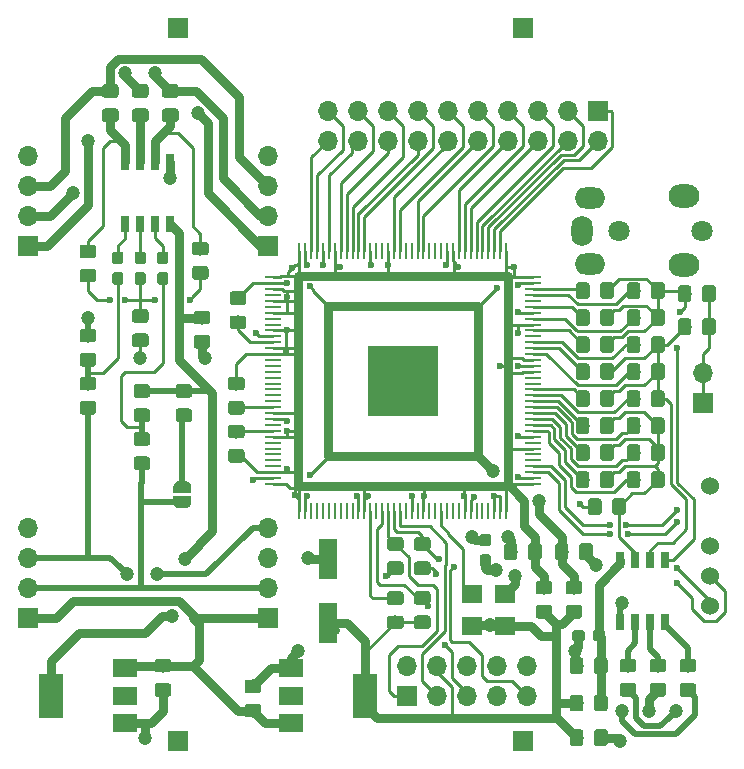
<source format=gbr>
G04 #@! TF.GenerationSoftware,KiCad,Pcbnew,(5.0.0)*
G04 #@! TF.CreationDate,2019-08-25T12:56:45+02:00*
G04 #@! TF.ProjectId,rfreplacement,72667265706C6163656D656E742E6B69,rev?*
G04 #@! TF.SameCoordinates,Original*
G04 #@! TF.FileFunction,Copper,L1,Top,Signal*
G04 #@! TF.FilePolarity,Positive*
%FSLAX46Y46*%
G04 Gerber Fmt 4.6, Leading zero omitted, Abs format (unit mm)*
G04 Created by KiCad (PCBNEW (5.0.0)) date 08/25/19 12:56:45*
%MOMM*%
%LPD*%
G01*
G04 APERTURE LIST*
G04 #@! TA.AperFunction,Conductor*
%ADD10C,0.100000*%
G04 #@! TD*
G04 #@! TA.AperFunction,SMDPad,CuDef*
%ADD11C,1.150000*%
G04 #@! TD*
G04 #@! TA.AperFunction,SMDPad,CuDef*
%ADD12C,0.950000*%
G04 #@! TD*
G04 #@! TA.AperFunction,SMDPad,CuDef*
%ADD13R,0.800000X1.450000*%
G04 #@! TD*
G04 #@! TA.AperFunction,ComponentPad*
%ADD14R,1.700000X1.700000*%
G04 #@! TD*
G04 #@! TA.AperFunction,ComponentPad*
%ADD15O,1.700000X1.700000*%
G04 #@! TD*
G04 #@! TA.AperFunction,SMDPad,CuDef*
%ADD16R,2.000000X3.800000*%
G04 #@! TD*
G04 #@! TA.AperFunction,SMDPad,CuDef*
%ADD17R,2.000000X1.500000*%
G04 #@! TD*
G04 #@! TA.AperFunction,SMDPad,CuDef*
%ADD18R,1.800000X1.540000*%
G04 #@! TD*
G04 #@! TA.AperFunction,SMDPad,CuDef*
%ADD19O,0.250000X1.400000*%
G04 #@! TD*
G04 #@! TA.AperFunction,SMDPad,CuDef*
%ADD20O,1.400000X0.250000*%
G04 #@! TD*
G04 #@! TA.AperFunction,SMDPad,CuDef*
%ADD21R,6.000000X6.000000*%
G04 #@! TD*
G04 #@! TA.AperFunction,ComponentPad*
%ADD22C,1.800000*%
G04 #@! TD*
G04 #@! TA.AperFunction,ComponentPad*
%ADD23O,1.800000X2.600000*%
G04 #@! TD*
G04 #@! TA.AperFunction,ComponentPad*
%ADD24O,2.600000X1.800000*%
G04 #@! TD*
G04 #@! TA.AperFunction,ComponentPad*
%ADD25O,2.600000X2.000000*%
G04 #@! TD*
G04 #@! TA.AperFunction,SMDPad,CuDef*
%ADD26R,1.600000X3.500000*%
G04 #@! TD*
G04 #@! TA.AperFunction,SMDPad,CuDef*
%ADD27C,0.500000*%
G04 #@! TD*
G04 #@! TA.AperFunction,ComponentPad*
%ADD28C,1.524000*%
G04 #@! TD*
G04 #@! TA.AperFunction,ViaPad*
%ADD29C,1.200000*%
G04 #@! TD*
G04 #@! TA.AperFunction,ViaPad*
%ADD30C,0.600000*%
G04 #@! TD*
G04 #@! TA.AperFunction,ViaPad*
%ADD31C,5.000000*%
G04 #@! TD*
G04 #@! TA.AperFunction,Conductor*
%ADD32C,0.500000*%
G04 #@! TD*
G04 #@! TA.AperFunction,Conductor*
%ADD33C,0.250000*%
G04 #@! TD*
G04 #@! TA.AperFunction,Conductor*
%ADD34C,0.800000*%
G04 #@! TD*
G04 APERTURE END LIST*
D10*
G04 #@! TO.N,GNDA*
G04 #@! TO.C,R32*
G36*
X115409505Y-78556204D02*
X115433773Y-78559804D01*
X115457572Y-78565765D01*
X115480671Y-78574030D01*
X115502850Y-78584520D01*
X115523893Y-78597132D01*
X115543599Y-78611747D01*
X115561777Y-78628223D01*
X115578253Y-78646401D01*
X115592868Y-78666107D01*
X115605480Y-78687150D01*
X115615970Y-78709329D01*
X115624235Y-78732428D01*
X115630196Y-78756227D01*
X115633796Y-78780495D01*
X115635000Y-78804999D01*
X115635000Y-79455001D01*
X115633796Y-79479505D01*
X115630196Y-79503773D01*
X115624235Y-79527572D01*
X115615970Y-79550671D01*
X115605480Y-79572850D01*
X115592868Y-79593893D01*
X115578253Y-79613599D01*
X115561777Y-79631777D01*
X115543599Y-79648253D01*
X115523893Y-79662868D01*
X115502850Y-79675480D01*
X115480671Y-79685970D01*
X115457572Y-79694235D01*
X115433773Y-79700196D01*
X115409505Y-79703796D01*
X115385001Y-79705000D01*
X114484999Y-79705000D01*
X114460495Y-79703796D01*
X114436227Y-79700196D01*
X114412428Y-79694235D01*
X114389329Y-79685970D01*
X114367150Y-79675480D01*
X114346107Y-79662868D01*
X114326401Y-79648253D01*
X114308223Y-79631777D01*
X114291747Y-79613599D01*
X114277132Y-79593893D01*
X114264520Y-79572850D01*
X114254030Y-79550671D01*
X114245765Y-79527572D01*
X114239804Y-79503773D01*
X114236204Y-79479505D01*
X114235000Y-79455001D01*
X114235000Y-78804999D01*
X114236204Y-78780495D01*
X114239804Y-78756227D01*
X114245765Y-78732428D01*
X114254030Y-78709329D01*
X114264520Y-78687150D01*
X114277132Y-78666107D01*
X114291747Y-78646401D01*
X114308223Y-78628223D01*
X114326401Y-78611747D01*
X114346107Y-78597132D01*
X114367150Y-78584520D01*
X114389329Y-78574030D01*
X114412428Y-78565765D01*
X114436227Y-78559804D01*
X114460495Y-78556204D01*
X114484999Y-78555000D01*
X115385001Y-78555000D01*
X115409505Y-78556204D01*
X115409505Y-78556204D01*
G37*
D11*
G04 #@! TD*
G04 #@! TO.P,R32,2*
G04 #@! TO.N,GNDA*
X114935000Y-79130000D03*
D10*
G04 #@! TO.N,Net-(C10-Pad2)*
G04 #@! TO.C,R32*
G36*
X115409505Y-76506204D02*
X115433773Y-76509804D01*
X115457572Y-76515765D01*
X115480671Y-76524030D01*
X115502850Y-76534520D01*
X115523893Y-76547132D01*
X115543599Y-76561747D01*
X115561777Y-76578223D01*
X115578253Y-76596401D01*
X115592868Y-76616107D01*
X115605480Y-76637150D01*
X115615970Y-76659329D01*
X115624235Y-76682428D01*
X115630196Y-76706227D01*
X115633796Y-76730495D01*
X115635000Y-76754999D01*
X115635000Y-77405001D01*
X115633796Y-77429505D01*
X115630196Y-77453773D01*
X115624235Y-77477572D01*
X115615970Y-77500671D01*
X115605480Y-77522850D01*
X115592868Y-77543893D01*
X115578253Y-77563599D01*
X115561777Y-77581777D01*
X115543599Y-77598253D01*
X115523893Y-77612868D01*
X115502850Y-77625480D01*
X115480671Y-77635970D01*
X115457572Y-77644235D01*
X115433773Y-77650196D01*
X115409505Y-77653796D01*
X115385001Y-77655000D01*
X114484999Y-77655000D01*
X114460495Y-77653796D01*
X114436227Y-77650196D01*
X114412428Y-77644235D01*
X114389329Y-77635970D01*
X114367150Y-77625480D01*
X114346107Y-77612868D01*
X114326401Y-77598253D01*
X114308223Y-77581777D01*
X114291747Y-77563599D01*
X114277132Y-77543893D01*
X114264520Y-77522850D01*
X114254030Y-77500671D01*
X114245765Y-77477572D01*
X114239804Y-77453773D01*
X114236204Y-77429505D01*
X114235000Y-77405001D01*
X114235000Y-76754999D01*
X114236204Y-76730495D01*
X114239804Y-76706227D01*
X114245765Y-76682428D01*
X114254030Y-76659329D01*
X114264520Y-76637150D01*
X114277132Y-76616107D01*
X114291747Y-76596401D01*
X114308223Y-76578223D01*
X114326401Y-76561747D01*
X114346107Y-76547132D01*
X114367150Y-76534520D01*
X114389329Y-76524030D01*
X114412428Y-76515765D01*
X114436227Y-76509804D01*
X114460495Y-76506204D01*
X114484999Y-76505000D01*
X115385001Y-76505000D01*
X115409505Y-76506204D01*
X115409505Y-76506204D01*
G37*
D11*
G04 #@! TD*
G04 #@! TO.P,R32,1*
G04 #@! TO.N,Net-(C10-Pad2)*
X114935000Y-77080000D03*
D10*
G04 #@! TO.N,Net-(JPLUM1-Pad1)*
G04 #@! TO.C,R36*
G36*
X119092505Y-84906204D02*
X119116773Y-84909804D01*
X119140572Y-84915765D01*
X119163671Y-84924030D01*
X119185850Y-84934520D01*
X119206893Y-84947132D01*
X119226599Y-84961747D01*
X119244777Y-84978223D01*
X119261253Y-84996401D01*
X119275868Y-85016107D01*
X119288480Y-85037150D01*
X119298970Y-85059329D01*
X119307235Y-85082428D01*
X119313196Y-85106227D01*
X119316796Y-85130495D01*
X119318000Y-85154999D01*
X119318000Y-85805001D01*
X119316796Y-85829505D01*
X119313196Y-85853773D01*
X119307235Y-85877572D01*
X119298970Y-85900671D01*
X119288480Y-85922850D01*
X119275868Y-85943893D01*
X119261253Y-85963599D01*
X119244777Y-85981777D01*
X119226599Y-85998253D01*
X119206893Y-86012868D01*
X119185850Y-86025480D01*
X119163671Y-86035970D01*
X119140572Y-86044235D01*
X119116773Y-86050196D01*
X119092505Y-86053796D01*
X119068001Y-86055000D01*
X118167999Y-86055000D01*
X118143495Y-86053796D01*
X118119227Y-86050196D01*
X118095428Y-86044235D01*
X118072329Y-86035970D01*
X118050150Y-86025480D01*
X118029107Y-86012868D01*
X118009401Y-85998253D01*
X117991223Y-85981777D01*
X117974747Y-85963599D01*
X117960132Y-85943893D01*
X117947520Y-85922850D01*
X117937030Y-85900671D01*
X117928765Y-85877572D01*
X117922804Y-85853773D01*
X117919204Y-85829505D01*
X117918000Y-85805001D01*
X117918000Y-85154999D01*
X117919204Y-85130495D01*
X117922804Y-85106227D01*
X117928765Y-85082428D01*
X117937030Y-85059329D01*
X117947520Y-85037150D01*
X117960132Y-85016107D01*
X117974747Y-84996401D01*
X117991223Y-84978223D01*
X118009401Y-84961747D01*
X118029107Y-84947132D01*
X118050150Y-84934520D01*
X118072329Y-84924030D01*
X118095428Y-84915765D01*
X118119227Y-84909804D01*
X118143495Y-84906204D01*
X118167999Y-84905000D01*
X119068001Y-84905000D01*
X119092505Y-84906204D01*
X119092505Y-84906204D01*
G37*
D11*
G04 #@! TD*
G04 #@! TO.P,R36,2*
G04 #@! TO.N,Net-(JPLUM1-Pad1)*
X118618000Y-85480000D03*
D10*
G04 #@! TO.N,/3V3X*
G04 #@! TO.C,R36*
G36*
X119092505Y-82856204D02*
X119116773Y-82859804D01*
X119140572Y-82865765D01*
X119163671Y-82874030D01*
X119185850Y-82884520D01*
X119206893Y-82897132D01*
X119226599Y-82911747D01*
X119244777Y-82928223D01*
X119261253Y-82946401D01*
X119275868Y-82966107D01*
X119288480Y-82987150D01*
X119298970Y-83009329D01*
X119307235Y-83032428D01*
X119313196Y-83056227D01*
X119316796Y-83080495D01*
X119318000Y-83104999D01*
X119318000Y-83755001D01*
X119316796Y-83779505D01*
X119313196Y-83803773D01*
X119307235Y-83827572D01*
X119298970Y-83850671D01*
X119288480Y-83872850D01*
X119275868Y-83893893D01*
X119261253Y-83913599D01*
X119244777Y-83931777D01*
X119226599Y-83948253D01*
X119206893Y-83962868D01*
X119185850Y-83975480D01*
X119163671Y-83985970D01*
X119140572Y-83994235D01*
X119116773Y-84000196D01*
X119092505Y-84003796D01*
X119068001Y-84005000D01*
X118167999Y-84005000D01*
X118143495Y-84003796D01*
X118119227Y-84000196D01*
X118095428Y-83994235D01*
X118072329Y-83985970D01*
X118050150Y-83975480D01*
X118029107Y-83962868D01*
X118009401Y-83948253D01*
X117991223Y-83931777D01*
X117974747Y-83913599D01*
X117960132Y-83893893D01*
X117947520Y-83872850D01*
X117937030Y-83850671D01*
X117928765Y-83827572D01*
X117922804Y-83803773D01*
X117919204Y-83779505D01*
X117918000Y-83755001D01*
X117918000Y-83104999D01*
X117919204Y-83080495D01*
X117922804Y-83056227D01*
X117928765Y-83032428D01*
X117937030Y-83009329D01*
X117947520Y-82987150D01*
X117960132Y-82966107D01*
X117974747Y-82946401D01*
X117991223Y-82928223D01*
X118009401Y-82911747D01*
X118029107Y-82897132D01*
X118050150Y-82884520D01*
X118072329Y-82874030D01*
X118095428Y-82865765D01*
X118119227Y-82859804D01*
X118143495Y-82856204D01*
X118167999Y-82855000D01*
X119068001Y-82855000D01*
X119092505Y-82856204D01*
X119092505Y-82856204D01*
G37*
D11*
G04 #@! TD*
G04 #@! TO.P,R36,1*
G04 #@! TO.N,/3V3X*
X118618000Y-83430000D03*
D10*
G04 #@! TO.N,/3V3A*
G04 #@! TO.C,C2*
G36*
X152232505Y-112077204D02*
X152256773Y-112080804D01*
X152280572Y-112086765D01*
X152303671Y-112095030D01*
X152325850Y-112105520D01*
X152346893Y-112118132D01*
X152366599Y-112132747D01*
X152384777Y-112149223D01*
X152401253Y-112167401D01*
X152415868Y-112187107D01*
X152428480Y-112208150D01*
X152438970Y-112230329D01*
X152447235Y-112253428D01*
X152453196Y-112277227D01*
X152456796Y-112301495D01*
X152458000Y-112325999D01*
X152458000Y-113226001D01*
X152456796Y-113250505D01*
X152453196Y-113274773D01*
X152447235Y-113298572D01*
X152438970Y-113321671D01*
X152428480Y-113343850D01*
X152415868Y-113364893D01*
X152401253Y-113384599D01*
X152384777Y-113402777D01*
X152366599Y-113419253D01*
X152346893Y-113433868D01*
X152325850Y-113446480D01*
X152303671Y-113456970D01*
X152280572Y-113465235D01*
X152256773Y-113471196D01*
X152232505Y-113474796D01*
X152208001Y-113476000D01*
X151557999Y-113476000D01*
X151533495Y-113474796D01*
X151509227Y-113471196D01*
X151485428Y-113465235D01*
X151462329Y-113456970D01*
X151440150Y-113446480D01*
X151419107Y-113433868D01*
X151399401Y-113419253D01*
X151381223Y-113402777D01*
X151364747Y-113384599D01*
X151350132Y-113364893D01*
X151337520Y-113343850D01*
X151327030Y-113321671D01*
X151318765Y-113298572D01*
X151312804Y-113274773D01*
X151309204Y-113250505D01*
X151308000Y-113226001D01*
X151308000Y-112325999D01*
X151309204Y-112301495D01*
X151312804Y-112277227D01*
X151318765Y-112253428D01*
X151327030Y-112230329D01*
X151337520Y-112208150D01*
X151350132Y-112187107D01*
X151364747Y-112167401D01*
X151381223Y-112149223D01*
X151399401Y-112132747D01*
X151419107Y-112118132D01*
X151440150Y-112105520D01*
X151462329Y-112095030D01*
X151485428Y-112086765D01*
X151509227Y-112080804D01*
X151533495Y-112077204D01*
X151557999Y-112076000D01*
X152208001Y-112076000D01*
X152232505Y-112077204D01*
X152232505Y-112077204D01*
G37*
D11*
G04 #@! TD*
G04 #@! TO.P,C2,1*
G04 #@! TO.N,/3V3A*
X151883000Y-112776000D03*
D10*
G04 #@! TO.N,GND*
G04 #@! TO.C,C2*
G36*
X154282505Y-112077204D02*
X154306773Y-112080804D01*
X154330572Y-112086765D01*
X154353671Y-112095030D01*
X154375850Y-112105520D01*
X154396893Y-112118132D01*
X154416599Y-112132747D01*
X154434777Y-112149223D01*
X154451253Y-112167401D01*
X154465868Y-112187107D01*
X154478480Y-112208150D01*
X154488970Y-112230329D01*
X154497235Y-112253428D01*
X154503196Y-112277227D01*
X154506796Y-112301495D01*
X154508000Y-112325999D01*
X154508000Y-113226001D01*
X154506796Y-113250505D01*
X154503196Y-113274773D01*
X154497235Y-113298572D01*
X154488970Y-113321671D01*
X154478480Y-113343850D01*
X154465868Y-113364893D01*
X154451253Y-113384599D01*
X154434777Y-113402777D01*
X154416599Y-113419253D01*
X154396893Y-113433868D01*
X154375850Y-113446480D01*
X154353671Y-113456970D01*
X154330572Y-113465235D01*
X154306773Y-113471196D01*
X154282505Y-113474796D01*
X154258001Y-113476000D01*
X153607999Y-113476000D01*
X153583495Y-113474796D01*
X153559227Y-113471196D01*
X153535428Y-113465235D01*
X153512329Y-113456970D01*
X153490150Y-113446480D01*
X153469107Y-113433868D01*
X153449401Y-113419253D01*
X153431223Y-113402777D01*
X153414747Y-113384599D01*
X153400132Y-113364893D01*
X153387520Y-113343850D01*
X153377030Y-113321671D01*
X153368765Y-113298572D01*
X153362804Y-113274773D01*
X153359204Y-113250505D01*
X153358000Y-113226001D01*
X153358000Y-112325999D01*
X153359204Y-112301495D01*
X153362804Y-112277227D01*
X153368765Y-112253428D01*
X153377030Y-112230329D01*
X153387520Y-112208150D01*
X153400132Y-112187107D01*
X153414747Y-112167401D01*
X153431223Y-112149223D01*
X153449401Y-112132747D01*
X153469107Y-112118132D01*
X153490150Y-112105520D01*
X153512329Y-112095030D01*
X153535428Y-112086765D01*
X153559227Y-112080804D01*
X153583495Y-112077204D01*
X153607999Y-112076000D01*
X154258001Y-112076000D01*
X154282505Y-112077204D01*
X154282505Y-112077204D01*
G37*
D11*
G04 #@! TD*
G04 #@! TO.P,C2,2*
G04 #@! TO.N,GND*
X153933000Y-112776000D03*
D10*
G04 #@! TO.N,/CHROMA_OUT*
G04 #@! TO.C,R33*
G36*
X112869505Y-57456204D02*
X112893773Y-57459804D01*
X112917572Y-57465765D01*
X112940671Y-57474030D01*
X112962850Y-57484520D01*
X112983893Y-57497132D01*
X113003599Y-57511747D01*
X113021777Y-57528223D01*
X113038253Y-57546401D01*
X113052868Y-57566107D01*
X113065480Y-57587150D01*
X113075970Y-57609329D01*
X113084235Y-57632428D01*
X113090196Y-57656227D01*
X113093796Y-57680495D01*
X113095000Y-57704999D01*
X113095000Y-58355001D01*
X113093796Y-58379505D01*
X113090196Y-58403773D01*
X113084235Y-58427572D01*
X113075970Y-58450671D01*
X113065480Y-58472850D01*
X113052868Y-58493893D01*
X113038253Y-58513599D01*
X113021777Y-58531777D01*
X113003599Y-58548253D01*
X112983893Y-58562868D01*
X112962850Y-58575480D01*
X112940671Y-58585970D01*
X112917572Y-58594235D01*
X112893773Y-58600196D01*
X112869505Y-58603796D01*
X112845001Y-58605000D01*
X111944999Y-58605000D01*
X111920495Y-58603796D01*
X111896227Y-58600196D01*
X111872428Y-58594235D01*
X111849329Y-58585970D01*
X111827150Y-58575480D01*
X111806107Y-58562868D01*
X111786401Y-58548253D01*
X111768223Y-58531777D01*
X111751747Y-58513599D01*
X111737132Y-58493893D01*
X111724520Y-58472850D01*
X111714030Y-58450671D01*
X111705765Y-58427572D01*
X111699804Y-58403773D01*
X111696204Y-58379505D01*
X111695000Y-58355001D01*
X111695000Y-57704999D01*
X111696204Y-57680495D01*
X111699804Y-57656227D01*
X111705765Y-57632428D01*
X111714030Y-57609329D01*
X111724520Y-57587150D01*
X111737132Y-57566107D01*
X111751747Y-57546401D01*
X111768223Y-57528223D01*
X111786401Y-57511747D01*
X111806107Y-57497132D01*
X111827150Y-57484520D01*
X111849329Y-57474030D01*
X111872428Y-57465765D01*
X111896227Y-57459804D01*
X111920495Y-57456204D01*
X111944999Y-57455000D01*
X112845001Y-57455000D01*
X112869505Y-57456204D01*
X112869505Y-57456204D01*
G37*
D11*
G04 #@! TD*
G04 #@! TO.P,R33,1*
G04 #@! TO.N,/CHROMA_OUT*
X112395000Y-58030000D03*
D10*
G04 #@! TO.N,Net-(AMP2-Pad8)*
G04 #@! TO.C,R33*
G36*
X112869505Y-59506204D02*
X112893773Y-59509804D01*
X112917572Y-59515765D01*
X112940671Y-59524030D01*
X112962850Y-59534520D01*
X112983893Y-59547132D01*
X113003599Y-59561747D01*
X113021777Y-59578223D01*
X113038253Y-59596401D01*
X113052868Y-59616107D01*
X113065480Y-59637150D01*
X113075970Y-59659329D01*
X113084235Y-59682428D01*
X113090196Y-59706227D01*
X113093796Y-59730495D01*
X113095000Y-59754999D01*
X113095000Y-60405001D01*
X113093796Y-60429505D01*
X113090196Y-60453773D01*
X113084235Y-60477572D01*
X113075970Y-60500671D01*
X113065480Y-60522850D01*
X113052868Y-60543893D01*
X113038253Y-60563599D01*
X113021777Y-60581777D01*
X113003599Y-60598253D01*
X112983893Y-60612868D01*
X112962850Y-60625480D01*
X112940671Y-60635970D01*
X112917572Y-60644235D01*
X112893773Y-60650196D01*
X112869505Y-60653796D01*
X112845001Y-60655000D01*
X111944999Y-60655000D01*
X111920495Y-60653796D01*
X111896227Y-60650196D01*
X111872428Y-60644235D01*
X111849329Y-60635970D01*
X111827150Y-60625480D01*
X111806107Y-60612868D01*
X111786401Y-60598253D01*
X111768223Y-60581777D01*
X111751747Y-60563599D01*
X111737132Y-60543893D01*
X111724520Y-60522850D01*
X111714030Y-60500671D01*
X111705765Y-60477572D01*
X111699804Y-60453773D01*
X111696204Y-60429505D01*
X111695000Y-60405001D01*
X111695000Y-59754999D01*
X111696204Y-59730495D01*
X111699804Y-59706227D01*
X111705765Y-59682428D01*
X111714030Y-59659329D01*
X111724520Y-59637150D01*
X111737132Y-59616107D01*
X111751747Y-59596401D01*
X111768223Y-59578223D01*
X111786401Y-59561747D01*
X111806107Y-59547132D01*
X111827150Y-59534520D01*
X111849329Y-59524030D01*
X111872428Y-59515765D01*
X111896227Y-59509804D01*
X111920495Y-59506204D01*
X111944999Y-59505000D01*
X112845001Y-59505000D01*
X112869505Y-59506204D01*
X112869505Y-59506204D01*
G37*
D11*
G04 #@! TD*
G04 #@! TO.P,R33,2*
G04 #@! TO.N,Net-(AMP2-Pad8)*
X112395000Y-60080000D03*
D10*
G04 #@! TO.N,GND*
G04 #@! TO.C,C30*
G36*
X124934505Y-107866204D02*
X124958773Y-107869804D01*
X124982572Y-107875765D01*
X125005671Y-107884030D01*
X125027850Y-107894520D01*
X125048893Y-107907132D01*
X125068599Y-107921747D01*
X125086777Y-107938223D01*
X125103253Y-107956401D01*
X125117868Y-107976107D01*
X125130480Y-107997150D01*
X125140970Y-108019329D01*
X125149235Y-108042428D01*
X125155196Y-108066227D01*
X125158796Y-108090495D01*
X125160000Y-108114999D01*
X125160000Y-108765001D01*
X125158796Y-108789505D01*
X125155196Y-108813773D01*
X125149235Y-108837572D01*
X125140970Y-108860671D01*
X125130480Y-108882850D01*
X125117868Y-108903893D01*
X125103253Y-108923599D01*
X125086777Y-108941777D01*
X125068599Y-108958253D01*
X125048893Y-108972868D01*
X125027850Y-108985480D01*
X125005671Y-108995970D01*
X124982572Y-109004235D01*
X124958773Y-109010196D01*
X124934505Y-109013796D01*
X124910001Y-109015000D01*
X124009999Y-109015000D01*
X123985495Y-109013796D01*
X123961227Y-109010196D01*
X123937428Y-109004235D01*
X123914329Y-108995970D01*
X123892150Y-108985480D01*
X123871107Y-108972868D01*
X123851401Y-108958253D01*
X123833223Y-108941777D01*
X123816747Y-108923599D01*
X123802132Y-108903893D01*
X123789520Y-108882850D01*
X123779030Y-108860671D01*
X123770765Y-108837572D01*
X123764804Y-108813773D01*
X123761204Y-108789505D01*
X123760000Y-108765001D01*
X123760000Y-108114999D01*
X123761204Y-108090495D01*
X123764804Y-108066227D01*
X123770765Y-108042428D01*
X123779030Y-108019329D01*
X123789520Y-107997150D01*
X123802132Y-107976107D01*
X123816747Y-107956401D01*
X123833223Y-107938223D01*
X123851401Y-107921747D01*
X123871107Y-107907132D01*
X123892150Y-107894520D01*
X123914329Y-107884030D01*
X123937428Y-107875765D01*
X123961227Y-107869804D01*
X123985495Y-107866204D01*
X124009999Y-107865000D01*
X124910001Y-107865000D01*
X124934505Y-107866204D01*
X124934505Y-107866204D01*
G37*
D11*
G04 #@! TD*
G04 #@! TO.P,C30,1*
G04 #@! TO.N,GND*
X124460000Y-108440000D03*
D10*
G04 #@! TO.N,+12V*
G04 #@! TO.C,C30*
G36*
X124934505Y-109916204D02*
X124958773Y-109919804D01*
X124982572Y-109925765D01*
X125005671Y-109934030D01*
X125027850Y-109944520D01*
X125048893Y-109957132D01*
X125068599Y-109971747D01*
X125086777Y-109988223D01*
X125103253Y-110006401D01*
X125117868Y-110026107D01*
X125130480Y-110047150D01*
X125140970Y-110069329D01*
X125149235Y-110092428D01*
X125155196Y-110116227D01*
X125158796Y-110140495D01*
X125160000Y-110164999D01*
X125160000Y-110815001D01*
X125158796Y-110839505D01*
X125155196Y-110863773D01*
X125149235Y-110887572D01*
X125140970Y-110910671D01*
X125130480Y-110932850D01*
X125117868Y-110953893D01*
X125103253Y-110973599D01*
X125086777Y-110991777D01*
X125068599Y-111008253D01*
X125048893Y-111022868D01*
X125027850Y-111035480D01*
X125005671Y-111045970D01*
X124982572Y-111054235D01*
X124958773Y-111060196D01*
X124934505Y-111063796D01*
X124910001Y-111065000D01*
X124009999Y-111065000D01*
X123985495Y-111063796D01*
X123961227Y-111060196D01*
X123937428Y-111054235D01*
X123914329Y-111045970D01*
X123892150Y-111035480D01*
X123871107Y-111022868D01*
X123851401Y-111008253D01*
X123833223Y-110991777D01*
X123816747Y-110973599D01*
X123802132Y-110953893D01*
X123789520Y-110932850D01*
X123779030Y-110910671D01*
X123770765Y-110887572D01*
X123764804Y-110863773D01*
X123761204Y-110839505D01*
X123760000Y-110815001D01*
X123760000Y-110164999D01*
X123761204Y-110140495D01*
X123764804Y-110116227D01*
X123770765Y-110092428D01*
X123779030Y-110069329D01*
X123789520Y-110047150D01*
X123802132Y-110026107D01*
X123816747Y-110006401D01*
X123833223Y-109988223D01*
X123851401Y-109971747D01*
X123871107Y-109957132D01*
X123892150Y-109944520D01*
X123914329Y-109934030D01*
X123937428Y-109925765D01*
X123961227Y-109919804D01*
X123985495Y-109916204D01*
X124009999Y-109915000D01*
X124910001Y-109915000D01*
X124934505Y-109916204D01*
X124934505Y-109916204D01*
G37*
D11*
G04 #@! TD*
G04 #@! TO.P,C30,2*
G04 #@! TO.N,+12V*
X124460000Y-110490000D03*
D10*
G04 #@! TO.N,/3V3X*
G04 #@! TO.C,R37*
G36*
X115536505Y-82856204D02*
X115560773Y-82859804D01*
X115584572Y-82865765D01*
X115607671Y-82874030D01*
X115629850Y-82884520D01*
X115650893Y-82897132D01*
X115670599Y-82911747D01*
X115688777Y-82928223D01*
X115705253Y-82946401D01*
X115719868Y-82966107D01*
X115732480Y-82987150D01*
X115742970Y-83009329D01*
X115751235Y-83032428D01*
X115757196Y-83056227D01*
X115760796Y-83080495D01*
X115762000Y-83104999D01*
X115762000Y-83755001D01*
X115760796Y-83779505D01*
X115757196Y-83803773D01*
X115751235Y-83827572D01*
X115742970Y-83850671D01*
X115732480Y-83872850D01*
X115719868Y-83893893D01*
X115705253Y-83913599D01*
X115688777Y-83931777D01*
X115670599Y-83948253D01*
X115650893Y-83962868D01*
X115629850Y-83975480D01*
X115607671Y-83985970D01*
X115584572Y-83994235D01*
X115560773Y-84000196D01*
X115536505Y-84003796D01*
X115512001Y-84005000D01*
X114611999Y-84005000D01*
X114587495Y-84003796D01*
X114563227Y-84000196D01*
X114539428Y-83994235D01*
X114516329Y-83985970D01*
X114494150Y-83975480D01*
X114473107Y-83962868D01*
X114453401Y-83948253D01*
X114435223Y-83931777D01*
X114418747Y-83913599D01*
X114404132Y-83893893D01*
X114391520Y-83872850D01*
X114381030Y-83850671D01*
X114372765Y-83827572D01*
X114366804Y-83803773D01*
X114363204Y-83779505D01*
X114362000Y-83755001D01*
X114362000Y-83104999D01*
X114363204Y-83080495D01*
X114366804Y-83056227D01*
X114372765Y-83032428D01*
X114381030Y-83009329D01*
X114391520Y-82987150D01*
X114404132Y-82966107D01*
X114418747Y-82946401D01*
X114435223Y-82928223D01*
X114453401Y-82911747D01*
X114473107Y-82897132D01*
X114494150Y-82884520D01*
X114516329Y-82874030D01*
X114539428Y-82865765D01*
X114563227Y-82859804D01*
X114587495Y-82856204D01*
X114611999Y-82855000D01*
X115512001Y-82855000D01*
X115536505Y-82856204D01*
X115536505Y-82856204D01*
G37*
D11*
G04 #@! TD*
G04 #@! TO.P,R37,1*
G04 #@! TO.N,/3V3X*
X115062000Y-83430000D03*
D10*
G04 #@! TO.N,Net-(C29-Pad1)*
G04 #@! TO.C,R37*
G36*
X115536505Y-84906204D02*
X115560773Y-84909804D01*
X115584572Y-84915765D01*
X115607671Y-84924030D01*
X115629850Y-84934520D01*
X115650893Y-84947132D01*
X115670599Y-84961747D01*
X115688777Y-84978223D01*
X115705253Y-84996401D01*
X115719868Y-85016107D01*
X115732480Y-85037150D01*
X115742970Y-85059329D01*
X115751235Y-85082428D01*
X115757196Y-85106227D01*
X115760796Y-85130495D01*
X115762000Y-85154999D01*
X115762000Y-85805001D01*
X115760796Y-85829505D01*
X115757196Y-85853773D01*
X115751235Y-85877572D01*
X115742970Y-85900671D01*
X115732480Y-85922850D01*
X115719868Y-85943893D01*
X115705253Y-85963599D01*
X115688777Y-85981777D01*
X115670599Y-85998253D01*
X115650893Y-86012868D01*
X115629850Y-86025480D01*
X115607671Y-86035970D01*
X115584572Y-86044235D01*
X115560773Y-86050196D01*
X115536505Y-86053796D01*
X115512001Y-86055000D01*
X114611999Y-86055000D01*
X114587495Y-86053796D01*
X114563227Y-86050196D01*
X114539428Y-86044235D01*
X114516329Y-86035970D01*
X114494150Y-86025480D01*
X114473107Y-86012868D01*
X114453401Y-85998253D01*
X114435223Y-85981777D01*
X114418747Y-85963599D01*
X114404132Y-85943893D01*
X114391520Y-85922850D01*
X114381030Y-85900671D01*
X114372765Y-85877572D01*
X114366804Y-85853773D01*
X114363204Y-85829505D01*
X114362000Y-85805001D01*
X114362000Y-85154999D01*
X114363204Y-85130495D01*
X114366804Y-85106227D01*
X114372765Y-85082428D01*
X114381030Y-85059329D01*
X114391520Y-85037150D01*
X114404132Y-85016107D01*
X114418747Y-84996401D01*
X114435223Y-84978223D01*
X114453401Y-84961747D01*
X114473107Y-84947132D01*
X114494150Y-84934520D01*
X114516329Y-84924030D01*
X114539428Y-84915765D01*
X114563227Y-84909804D01*
X114587495Y-84906204D01*
X114611999Y-84905000D01*
X115512001Y-84905000D01*
X115536505Y-84906204D01*
X115536505Y-84906204D01*
G37*
D11*
G04 #@! TD*
G04 #@! TO.P,R37,2*
G04 #@! TO.N,Net-(C29-Pad1)*
X115062000Y-85480000D03*
D10*
G04 #@! TO.N,/COMPOSITE_OUT*
G04 #@! TO.C,R34*
G36*
X115409505Y-57456204D02*
X115433773Y-57459804D01*
X115457572Y-57465765D01*
X115480671Y-57474030D01*
X115502850Y-57484520D01*
X115523893Y-57497132D01*
X115543599Y-57511747D01*
X115561777Y-57528223D01*
X115578253Y-57546401D01*
X115592868Y-57566107D01*
X115605480Y-57587150D01*
X115615970Y-57609329D01*
X115624235Y-57632428D01*
X115630196Y-57656227D01*
X115633796Y-57680495D01*
X115635000Y-57704999D01*
X115635000Y-58355001D01*
X115633796Y-58379505D01*
X115630196Y-58403773D01*
X115624235Y-58427572D01*
X115615970Y-58450671D01*
X115605480Y-58472850D01*
X115592868Y-58493893D01*
X115578253Y-58513599D01*
X115561777Y-58531777D01*
X115543599Y-58548253D01*
X115523893Y-58562868D01*
X115502850Y-58575480D01*
X115480671Y-58585970D01*
X115457572Y-58594235D01*
X115433773Y-58600196D01*
X115409505Y-58603796D01*
X115385001Y-58605000D01*
X114484999Y-58605000D01*
X114460495Y-58603796D01*
X114436227Y-58600196D01*
X114412428Y-58594235D01*
X114389329Y-58585970D01*
X114367150Y-58575480D01*
X114346107Y-58562868D01*
X114326401Y-58548253D01*
X114308223Y-58531777D01*
X114291747Y-58513599D01*
X114277132Y-58493893D01*
X114264520Y-58472850D01*
X114254030Y-58450671D01*
X114245765Y-58427572D01*
X114239804Y-58403773D01*
X114236204Y-58379505D01*
X114235000Y-58355001D01*
X114235000Y-57704999D01*
X114236204Y-57680495D01*
X114239804Y-57656227D01*
X114245765Y-57632428D01*
X114254030Y-57609329D01*
X114264520Y-57587150D01*
X114277132Y-57566107D01*
X114291747Y-57546401D01*
X114308223Y-57528223D01*
X114326401Y-57511747D01*
X114346107Y-57497132D01*
X114367150Y-57484520D01*
X114389329Y-57474030D01*
X114412428Y-57465765D01*
X114436227Y-57459804D01*
X114460495Y-57456204D01*
X114484999Y-57455000D01*
X115385001Y-57455000D01*
X115409505Y-57456204D01*
X115409505Y-57456204D01*
G37*
D11*
G04 #@! TD*
G04 #@! TO.P,R34,2*
G04 #@! TO.N,/COMPOSITE_OUT*
X114935000Y-58030000D03*
D10*
G04 #@! TO.N,Net-(AMP2-Pad7)*
G04 #@! TO.C,R34*
G36*
X115409505Y-59506204D02*
X115433773Y-59509804D01*
X115457572Y-59515765D01*
X115480671Y-59524030D01*
X115502850Y-59534520D01*
X115523893Y-59547132D01*
X115543599Y-59561747D01*
X115561777Y-59578223D01*
X115578253Y-59596401D01*
X115592868Y-59616107D01*
X115605480Y-59637150D01*
X115615970Y-59659329D01*
X115624235Y-59682428D01*
X115630196Y-59706227D01*
X115633796Y-59730495D01*
X115635000Y-59754999D01*
X115635000Y-60405001D01*
X115633796Y-60429505D01*
X115630196Y-60453773D01*
X115624235Y-60477572D01*
X115615970Y-60500671D01*
X115605480Y-60522850D01*
X115592868Y-60543893D01*
X115578253Y-60563599D01*
X115561777Y-60581777D01*
X115543599Y-60598253D01*
X115523893Y-60612868D01*
X115502850Y-60625480D01*
X115480671Y-60635970D01*
X115457572Y-60644235D01*
X115433773Y-60650196D01*
X115409505Y-60653796D01*
X115385001Y-60655000D01*
X114484999Y-60655000D01*
X114460495Y-60653796D01*
X114436227Y-60650196D01*
X114412428Y-60644235D01*
X114389329Y-60635970D01*
X114367150Y-60625480D01*
X114346107Y-60612868D01*
X114326401Y-60598253D01*
X114308223Y-60581777D01*
X114291747Y-60563599D01*
X114277132Y-60543893D01*
X114264520Y-60522850D01*
X114254030Y-60500671D01*
X114245765Y-60477572D01*
X114239804Y-60453773D01*
X114236204Y-60429505D01*
X114235000Y-60405001D01*
X114235000Y-59754999D01*
X114236204Y-59730495D01*
X114239804Y-59706227D01*
X114245765Y-59682428D01*
X114254030Y-59659329D01*
X114264520Y-59637150D01*
X114277132Y-59616107D01*
X114291747Y-59596401D01*
X114308223Y-59578223D01*
X114326401Y-59561747D01*
X114346107Y-59547132D01*
X114367150Y-59534520D01*
X114389329Y-59524030D01*
X114412428Y-59515765D01*
X114436227Y-59509804D01*
X114460495Y-59506204D01*
X114484999Y-59505000D01*
X115385001Y-59505000D01*
X115409505Y-59506204D01*
X115409505Y-59506204D01*
G37*
D11*
G04 #@! TD*
G04 #@! TO.P,R34,1*
G04 #@! TO.N,Net-(AMP2-Pad7)*
X114935000Y-60080000D03*
D10*
G04 #@! TO.N,/LUMA_OUT*
G04 #@! TO.C,R35*
G36*
X117949505Y-57456204D02*
X117973773Y-57459804D01*
X117997572Y-57465765D01*
X118020671Y-57474030D01*
X118042850Y-57484520D01*
X118063893Y-57497132D01*
X118083599Y-57511747D01*
X118101777Y-57528223D01*
X118118253Y-57546401D01*
X118132868Y-57566107D01*
X118145480Y-57587150D01*
X118155970Y-57609329D01*
X118164235Y-57632428D01*
X118170196Y-57656227D01*
X118173796Y-57680495D01*
X118175000Y-57704999D01*
X118175000Y-58355001D01*
X118173796Y-58379505D01*
X118170196Y-58403773D01*
X118164235Y-58427572D01*
X118155970Y-58450671D01*
X118145480Y-58472850D01*
X118132868Y-58493893D01*
X118118253Y-58513599D01*
X118101777Y-58531777D01*
X118083599Y-58548253D01*
X118063893Y-58562868D01*
X118042850Y-58575480D01*
X118020671Y-58585970D01*
X117997572Y-58594235D01*
X117973773Y-58600196D01*
X117949505Y-58603796D01*
X117925001Y-58605000D01*
X117024999Y-58605000D01*
X117000495Y-58603796D01*
X116976227Y-58600196D01*
X116952428Y-58594235D01*
X116929329Y-58585970D01*
X116907150Y-58575480D01*
X116886107Y-58562868D01*
X116866401Y-58548253D01*
X116848223Y-58531777D01*
X116831747Y-58513599D01*
X116817132Y-58493893D01*
X116804520Y-58472850D01*
X116794030Y-58450671D01*
X116785765Y-58427572D01*
X116779804Y-58403773D01*
X116776204Y-58379505D01*
X116775000Y-58355001D01*
X116775000Y-57704999D01*
X116776204Y-57680495D01*
X116779804Y-57656227D01*
X116785765Y-57632428D01*
X116794030Y-57609329D01*
X116804520Y-57587150D01*
X116817132Y-57566107D01*
X116831747Y-57546401D01*
X116848223Y-57528223D01*
X116866401Y-57511747D01*
X116886107Y-57497132D01*
X116907150Y-57484520D01*
X116929329Y-57474030D01*
X116952428Y-57465765D01*
X116976227Y-57459804D01*
X117000495Y-57456204D01*
X117024999Y-57455000D01*
X117925001Y-57455000D01*
X117949505Y-57456204D01*
X117949505Y-57456204D01*
G37*
D11*
G04 #@! TD*
G04 #@! TO.P,R35,1*
G04 #@! TO.N,/LUMA_OUT*
X117475000Y-58030000D03*
D10*
G04 #@! TO.N,Net-(AMP2-Pad6)*
G04 #@! TO.C,R35*
G36*
X117949505Y-59506204D02*
X117973773Y-59509804D01*
X117997572Y-59515765D01*
X118020671Y-59524030D01*
X118042850Y-59534520D01*
X118063893Y-59547132D01*
X118083599Y-59561747D01*
X118101777Y-59578223D01*
X118118253Y-59596401D01*
X118132868Y-59616107D01*
X118145480Y-59637150D01*
X118155970Y-59659329D01*
X118164235Y-59682428D01*
X118170196Y-59706227D01*
X118173796Y-59730495D01*
X118175000Y-59754999D01*
X118175000Y-60405001D01*
X118173796Y-60429505D01*
X118170196Y-60453773D01*
X118164235Y-60477572D01*
X118155970Y-60500671D01*
X118145480Y-60522850D01*
X118132868Y-60543893D01*
X118118253Y-60563599D01*
X118101777Y-60581777D01*
X118083599Y-60598253D01*
X118063893Y-60612868D01*
X118042850Y-60625480D01*
X118020671Y-60635970D01*
X117997572Y-60644235D01*
X117973773Y-60650196D01*
X117949505Y-60653796D01*
X117925001Y-60655000D01*
X117024999Y-60655000D01*
X117000495Y-60653796D01*
X116976227Y-60650196D01*
X116952428Y-60644235D01*
X116929329Y-60635970D01*
X116907150Y-60625480D01*
X116886107Y-60612868D01*
X116866401Y-60598253D01*
X116848223Y-60581777D01*
X116831747Y-60563599D01*
X116817132Y-60543893D01*
X116804520Y-60522850D01*
X116794030Y-60500671D01*
X116785765Y-60477572D01*
X116779804Y-60453773D01*
X116776204Y-60429505D01*
X116775000Y-60405001D01*
X116775000Y-59754999D01*
X116776204Y-59730495D01*
X116779804Y-59706227D01*
X116785765Y-59682428D01*
X116794030Y-59659329D01*
X116804520Y-59637150D01*
X116817132Y-59616107D01*
X116831747Y-59596401D01*
X116848223Y-59578223D01*
X116866401Y-59561747D01*
X116886107Y-59547132D01*
X116907150Y-59534520D01*
X116929329Y-59524030D01*
X116952428Y-59515765D01*
X116976227Y-59509804D01*
X117000495Y-59506204D01*
X117024999Y-59505000D01*
X117925001Y-59505000D01*
X117949505Y-59506204D01*
X117949505Y-59506204D01*
G37*
D11*
G04 #@! TD*
G04 #@! TO.P,R35,2*
G04 #@! TO.N,Net-(AMP2-Pad6)*
X117475000Y-60080000D03*
D10*
G04 #@! TO.N,GND*
G04 #@! TO.C,C6*
G36*
X144405779Y-95516144D02*
X144428834Y-95519563D01*
X144451443Y-95525227D01*
X144473387Y-95533079D01*
X144494457Y-95543044D01*
X144514448Y-95555026D01*
X144533168Y-95568910D01*
X144550438Y-95584562D01*
X144566090Y-95601832D01*
X144579974Y-95620552D01*
X144591956Y-95640543D01*
X144601921Y-95661613D01*
X144609773Y-95683557D01*
X144615437Y-95706166D01*
X144618856Y-95729221D01*
X144620000Y-95752500D01*
X144620000Y-96327500D01*
X144618856Y-96350779D01*
X144615437Y-96373834D01*
X144609773Y-96396443D01*
X144601921Y-96418387D01*
X144591956Y-96439457D01*
X144579974Y-96459448D01*
X144566090Y-96478168D01*
X144550438Y-96495438D01*
X144533168Y-96511090D01*
X144514448Y-96524974D01*
X144494457Y-96536956D01*
X144473387Y-96546921D01*
X144451443Y-96554773D01*
X144428834Y-96560437D01*
X144405779Y-96563856D01*
X144382500Y-96565000D01*
X143907500Y-96565000D01*
X143884221Y-96563856D01*
X143861166Y-96560437D01*
X143838557Y-96554773D01*
X143816613Y-96546921D01*
X143795543Y-96536956D01*
X143775552Y-96524974D01*
X143756832Y-96511090D01*
X143739562Y-96495438D01*
X143723910Y-96478168D01*
X143710026Y-96459448D01*
X143698044Y-96439457D01*
X143688079Y-96418387D01*
X143680227Y-96396443D01*
X143674563Y-96373834D01*
X143671144Y-96350779D01*
X143670000Y-96327500D01*
X143670000Y-95752500D01*
X143671144Y-95729221D01*
X143674563Y-95706166D01*
X143680227Y-95683557D01*
X143688079Y-95661613D01*
X143698044Y-95640543D01*
X143710026Y-95620552D01*
X143723910Y-95601832D01*
X143739562Y-95584562D01*
X143756832Y-95568910D01*
X143775552Y-95555026D01*
X143795543Y-95543044D01*
X143816613Y-95533079D01*
X143838557Y-95525227D01*
X143861166Y-95519563D01*
X143884221Y-95516144D01*
X143907500Y-95515000D01*
X144382500Y-95515000D01*
X144405779Y-95516144D01*
X144405779Y-95516144D01*
G37*
D12*
G04 #@! TD*
G04 #@! TO.P,C6,2*
G04 #@! TO.N,GND*
X144145000Y-96040000D03*
D10*
G04 #@! TO.N,/3V3A*
G04 #@! TO.C,C6*
G36*
X144405779Y-97266144D02*
X144428834Y-97269563D01*
X144451443Y-97275227D01*
X144473387Y-97283079D01*
X144494457Y-97293044D01*
X144514448Y-97305026D01*
X144533168Y-97318910D01*
X144550438Y-97334562D01*
X144566090Y-97351832D01*
X144579974Y-97370552D01*
X144591956Y-97390543D01*
X144601921Y-97411613D01*
X144609773Y-97433557D01*
X144615437Y-97456166D01*
X144618856Y-97479221D01*
X144620000Y-97502500D01*
X144620000Y-98077500D01*
X144618856Y-98100779D01*
X144615437Y-98123834D01*
X144609773Y-98146443D01*
X144601921Y-98168387D01*
X144591956Y-98189457D01*
X144579974Y-98209448D01*
X144566090Y-98228168D01*
X144550438Y-98245438D01*
X144533168Y-98261090D01*
X144514448Y-98274974D01*
X144494457Y-98286956D01*
X144473387Y-98296921D01*
X144451443Y-98304773D01*
X144428834Y-98310437D01*
X144405779Y-98313856D01*
X144382500Y-98315000D01*
X143907500Y-98315000D01*
X143884221Y-98313856D01*
X143861166Y-98310437D01*
X143838557Y-98304773D01*
X143816613Y-98296921D01*
X143795543Y-98286956D01*
X143775552Y-98274974D01*
X143756832Y-98261090D01*
X143739562Y-98245438D01*
X143723910Y-98228168D01*
X143710026Y-98209448D01*
X143698044Y-98189457D01*
X143688079Y-98168387D01*
X143680227Y-98146443D01*
X143674563Y-98123834D01*
X143671144Y-98100779D01*
X143670000Y-98077500D01*
X143670000Y-97502500D01*
X143671144Y-97479221D01*
X143674563Y-97456166D01*
X143680227Y-97433557D01*
X143688079Y-97411613D01*
X143698044Y-97390543D01*
X143710026Y-97370552D01*
X143723910Y-97351832D01*
X143739562Y-97334562D01*
X143756832Y-97318910D01*
X143775552Y-97305026D01*
X143795543Y-97293044D01*
X143816613Y-97283079D01*
X143838557Y-97275227D01*
X143861166Y-97269563D01*
X143884221Y-97266144D01*
X143907500Y-97265000D01*
X144382500Y-97265000D01*
X144405779Y-97266144D01*
X144405779Y-97266144D01*
G37*
D12*
G04 #@! TD*
G04 #@! TO.P,C6,1*
G04 #@! TO.N,/3V3A*
X144145000Y-97790000D03*
D10*
G04 #@! TO.N,Net-(C10-Pad2)*
G04 #@! TO.C,C10*
G36*
X115195779Y-73376144D02*
X115218834Y-73379563D01*
X115241443Y-73385227D01*
X115263387Y-73393079D01*
X115284457Y-73403044D01*
X115304448Y-73415026D01*
X115323168Y-73428910D01*
X115340438Y-73444562D01*
X115356090Y-73461832D01*
X115369974Y-73480552D01*
X115381956Y-73500543D01*
X115391921Y-73521613D01*
X115399773Y-73543557D01*
X115405437Y-73566166D01*
X115408856Y-73589221D01*
X115410000Y-73612500D01*
X115410000Y-74187500D01*
X115408856Y-74210779D01*
X115405437Y-74233834D01*
X115399773Y-74256443D01*
X115391921Y-74278387D01*
X115381956Y-74299457D01*
X115369974Y-74319448D01*
X115356090Y-74338168D01*
X115340438Y-74355438D01*
X115323168Y-74371090D01*
X115304448Y-74384974D01*
X115284457Y-74396956D01*
X115263387Y-74406921D01*
X115241443Y-74414773D01*
X115218834Y-74420437D01*
X115195779Y-74423856D01*
X115172500Y-74425000D01*
X114697500Y-74425000D01*
X114674221Y-74423856D01*
X114651166Y-74420437D01*
X114628557Y-74414773D01*
X114606613Y-74406921D01*
X114585543Y-74396956D01*
X114565552Y-74384974D01*
X114546832Y-74371090D01*
X114529562Y-74355438D01*
X114513910Y-74338168D01*
X114500026Y-74319448D01*
X114488044Y-74299457D01*
X114478079Y-74278387D01*
X114470227Y-74256443D01*
X114464563Y-74233834D01*
X114461144Y-74210779D01*
X114460000Y-74187500D01*
X114460000Y-73612500D01*
X114461144Y-73589221D01*
X114464563Y-73566166D01*
X114470227Y-73543557D01*
X114478079Y-73521613D01*
X114488044Y-73500543D01*
X114500026Y-73480552D01*
X114513910Y-73461832D01*
X114529562Y-73444562D01*
X114546832Y-73428910D01*
X114565552Y-73415026D01*
X114585543Y-73403044D01*
X114606613Y-73393079D01*
X114628557Y-73385227D01*
X114651166Y-73379563D01*
X114674221Y-73376144D01*
X114697500Y-73375000D01*
X115172500Y-73375000D01*
X115195779Y-73376144D01*
X115195779Y-73376144D01*
G37*
D12*
G04 #@! TD*
G04 #@! TO.P,C10,2*
G04 #@! TO.N,Net-(C10-Pad2)*
X114935000Y-73900000D03*
D10*
G04 #@! TO.N,Net-(AMP2-Pad2)*
G04 #@! TO.C,C10*
G36*
X115195779Y-71626144D02*
X115218834Y-71629563D01*
X115241443Y-71635227D01*
X115263387Y-71643079D01*
X115284457Y-71653044D01*
X115304448Y-71665026D01*
X115323168Y-71678910D01*
X115340438Y-71694562D01*
X115356090Y-71711832D01*
X115369974Y-71730552D01*
X115381956Y-71750543D01*
X115391921Y-71771613D01*
X115399773Y-71793557D01*
X115405437Y-71816166D01*
X115408856Y-71839221D01*
X115410000Y-71862500D01*
X115410000Y-72437500D01*
X115408856Y-72460779D01*
X115405437Y-72483834D01*
X115399773Y-72506443D01*
X115391921Y-72528387D01*
X115381956Y-72549457D01*
X115369974Y-72569448D01*
X115356090Y-72588168D01*
X115340438Y-72605438D01*
X115323168Y-72621090D01*
X115304448Y-72634974D01*
X115284457Y-72646956D01*
X115263387Y-72656921D01*
X115241443Y-72664773D01*
X115218834Y-72670437D01*
X115195779Y-72673856D01*
X115172500Y-72675000D01*
X114697500Y-72675000D01*
X114674221Y-72673856D01*
X114651166Y-72670437D01*
X114628557Y-72664773D01*
X114606613Y-72656921D01*
X114585543Y-72646956D01*
X114565552Y-72634974D01*
X114546832Y-72621090D01*
X114529562Y-72605438D01*
X114513910Y-72588168D01*
X114500026Y-72569448D01*
X114488044Y-72549457D01*
X114478079Y-72528387D01*
X114470227Y-72506443D01*
X114464563Y-72483834D01*
X114461144Y-72460779D01*
X114460000Y-72437500D01*
X114460000Y-71862500D01*
X114461144Y-71839221D01*
X114464563Y-71816166D01*
X114470227Y-71793557D01*
X114478079Y-71771613D01*
X114488044Y-71750543D01*
X114500026Y-71730552D01*
X114513910Y-71711832D01*
X114529562Y-71694562D01*
X114546832Y-71678910D01*
X114565552Y-71665026D01*
X114585543Y-71653044D01*
X114606613Y-71643079D01*
X114628557Y-71635227D01*
X114651166Y-71629563D01*
X114674221Y-71626144D01*
X114697500Y-71625000D01*
X115172500Y-71625000D01*
X115195779Y-71626144D01*
X115195779Y-71626144D01*
G37*
D12*
G04 #@! TD*
G04 #@! TO.P,C10,1*
G04 #@! TO.N,Net-(AMP2-Pad2)*
X114935000Y-72150000D03*
D10*
G04 #@! TO.N,GND*
G04 #@! TO.C,C4*
G36*
X146644505Y-96329204D02*
X146668773Y-96332804D01*
X146692572Y-96338765D01*
X146715671Y-96347030D01*
X146737850Y-96357520D01*
X146758893Y-96370132D01*
X146778599Y-96384747D01*
X146796777Y-96401223D01*
X146813253Y-96419401D01*
X146827868Y-96439107D01*
X146840480Y-96460150D01*
X146850970Y-96482329D01*
X146859235Y-96505428D01*
X146865196Y-96529227D01*
X146868796Y-96553495D01*
X146870000Y-96577999D01*
X146870000Y-97478001D01*
X146868796Y-97502505D01*
X146865196Y-97526773D01*
X146859235Y-97550572D01*
X146850970Y-97573671D01*
X146840480Y-97595850D01*
X146827868Y-97616893D01*
X146813253Y-97636599D01*
X146796777Y-97654777D01*
X146778599Y-97671253D01*
X146758893Y-97685868D01*
X146737850Y-97698480D01*
X146715671Y-97708970D01*
X146692572Y-97717235D01*
X146668773Y-97723196D01*
X146644505Y-97726796D01*
X146620001Y-97728000D01*
X145969999Y-97728000D01*
X145945495Y-97726796D01*
X145921227Y-97723196D01*
X145897428Y-97717235D01*
X145874329Y-97708970D01*
X145852150Y-97698480D01*
X145831107Y-97685868D01*
X145811401Y-97671253D01*
X145793223Y-97654777D01*
X145776747Y-97636599D01*
X145762132Y-97616893D01*
X145749520Y-97595850D01*
X145739030Y-97573671D01*
X145730765Y-97550572D01*
X145724804Y-97526773D01*
X145721204Y-97502505D01*
X145720000Y-97478001D01*
X145720000Y-96577999D01*
X145721204Y-96553495D01*
X145724804Y-96529227D01*
X145730765Y-96505428D01*
X145739030Y-96482329D01*
X145749520Y-96460150D01*
X145762132Y-96439107D01*
X145776747Y-96419401D01*
X145793223Y-96401223D01*
X145811401Y-96384747D01*
X145831107Y-96370132D01*
X145852150Y-96357520D01*
X145874329Y-96347030D01*
X145897428Y-96338765D01*
X145921227Y-96332804D01*
X145945495Y-96329204D01*
X145969999Y-96328000D01*
X146620001Y-96328000D01*
X146644505Y-96329204D01*
X146644505Y-96329204D01*
G37*
D11*
G04 #@! TD*
G04 #@! TO.P,C4,2*
G04 #@! TO.N,GND*
X146295000Y-97028000D03*
D10*
G04 #@! TO.N,/3V3B*
G04 #@! TO.C,C4*
G36*
X148694505Y-96329204D02*
X148718773Y-96332804D01*
X148742572Y-96338765D01*
X148765671Y-96347030D01*
X148787850Y-96357520D01*
X148808893Y-96370132D01*
X148828599Y-96384747D01*
X148846777Y-96401223D01*
X148863253Y-96419401D01*
X148877868Y-96439107D01*
X148890480Y-96460150D01*
X148900970Y-96482329D01*
X148909235Y-96505428D01*
X148915196Y-96529227D01*
X148918796Y-96553495D01*
X148920000Y-96577999D01*
X148920000Y-97478001D01*
X148918796Y-97502505D01*
X148915196Y-97526773D01*
X148909235Y-97550572D01*
X148900970Y-97573671D01*
X148890480Y-97595850D01*
X148877868Y-97616893D01*
X148863253Y-97636599D01*
X148846777Y-97654777D01*
X148828599Y-97671253D01*
X148808893Y-97685868D01*
X148787850Y-97698480D01*
X148765671Y-97708970D01*
X148742572Y-97717235D01*
X148718773Y-97723196D01*
X148694505Y-97726796D01*
X148670001Y-97728000D01*
X148019999Y-97728000D01*
X147995495Y-97726796D01*
X147971227Y-97723196D01*
X147947428Y-97717235D01*
X147924329Y-97708970D01*
X147902150Y-97698480D01*
X147881107Y-97685868D01*
X147861401Y-97671253D01*
X147843223Y-97654777D01*
X147826747Y-97636599D01*
X147812132Y-97616893D01*
X147799520Y-97595850D01*
X147789030Y-97573671D01*
X147780765Y-97550572D01*
X147774804Y-97526773D01*
X147771204Y-97502505D01*
X147770000Y-97478001D01*
X147770000Y-96577999D01*
X147771204Y-96553495D01*
X147774804Y-96529227D01*
X147780765Y-96505428D01*
X147789030Y-96482329D01*
X147799520Y-96460150D01*
X147812132Y-96439107D01*
X147826747Y-96419401D01*
X147843223Y-96401223D01*
X147861401Y-96384747D01*
X147881107Y-96370132D01*
X147902150Y-96357520D01*
X147924329Y-96347030D01*
X147947428Y-96338765D01*
X147971227Y-96332804D01*
X147995495Y-96329204D01*
X148019999Y-96328000D01*
X148670001Y-96328000D01*
X148694505Y-96329204D01*
X148694505Y-96329204D01*
G37*
D11*
G04 #@! TD*
G04 #@! TO.P,C4,1*
G04 #@! TO.N,/3V3B*
X148345000Y-97028000D03*
D10*
G04 #@! TO.N,/3V3C*
G04 #@! TO.C,C3*
G36*
X150962505Y-96329204D02*
X150986773Y-96332804D01*
X151010572Y-96338765D01*
X151033671Y-96347030D01*
X151055850Y-96357520D01*
X151076893Y-96370132D01*
X151096599Y-96384747D01*
X151114777Y-96401223D01*
X151131253Y-96419401D01*
X151145868Y-96439107D01*
X151158480Y-96460150D01*
X151168970Y-96482329D01*
X151177235Y-96505428D01*
X151183196Y-96529227D01*
X151186796Y-96553495D01*
X151188000Y-96577999D01*
X151188000Y-97478001D01*
X151186796Y-97502505D01*
X151183196Y-97526773D01*
X151177235Y-97550572D01*
X151168970Y-97573671D01*
X151158480Y-97595850D01*
X151145868Y-97616893D01*
X151131253Y-97636599D01*
X151114777Y-97654777D01*
X151096599Y-97671253D01*
X151076893Y-97685868D01*
X151055850Y-97698480D01*
X151033671Y-97708970D01*
X151010572Y-97717235D01*
X150986773Y-97723196D01*
X150962505Y-97726796D01*
X150938001Y-97728000D01*
X150287999Y-97728000D01*
X150263495Y-97726796D01*
X150239227Y-97723196D01*
X150215428Y-97717235D01*
X150192329Y-97708970D01*
X150170150Y-97698480D01*
X150149107Y-97685868D01*
X150129401Y-97671253D01*
X150111223Y-97654777D01*
X150094747Y-97636599D01*
X150080132Y-97616893D01*
X150067520Y-97595850D01*
X150057030Y-97573671D01*
X150048765Y-97550572D01*
X150042804Y-97526773D01*
X150039204Y-97502505D01*
X150038000Y-97478001D01*
X150038000Y-96577999D01*
X150039204Y-96553495D01*
X150042804Y-96529227D01*
X150048765Y-96505428D01*
X150057030Y-96482329D01*
X150067520Y-96460150D01*
X150080132Y-96439107D01*
X150094747Y-96419401D01*
X150111223Y-96401223D01*
X150129401Y-96384747D01*
X150149107Y-96370132D01*
X150170150Y-96357520D01*
X150192329Y-96347030D01*
X150215428Y-96338765D01*
X150239227Y-96332804D01*
X150263495Y-96329204D01*
X150287999Y-96328000D01*
X150938001Y-96328000D01*
X150962505Y-96329204D01*
X150962505Y-96329204D01*
G37*
D11*
G04 #@! TD*
G04 #@! TO.P,C3,1*
G04 #@! TO.N,/3V3C*
X150613000Y-97028000D03*
D10*
G04 #@! TO.N,GND*
G04 #@! TO.C,C3*
G36*
X153012505Y-96329204D02*
X153036773Y-96332804D01*
X153060572Y-96338765D01*
X153083671Y-96347030D01*
X153105850Y-96357520D01*
X153126893Y-96370132D01*
X153146599Y-96384747D01*
X153164777Y-96401223D01*
X153181253Y-96419401D01*
X153195868Y-96439107D01*
X153208480Y-96460150D01*
X153218970Y-96482329D01*
X153227235Y-96505428D01*
X153233196Y-96529227D01*
X153236796Y-96553495D01*
X153238000Y-96577999D01*
X153238000Y-97478001D01*
X153236796Y-97502505D01*
X153233196Y-97526773D01*
X153227235Y-97550572D01*
X153218970Y-97573671D01*
X153208480Y-97595850D01*
X153195868Y-97616893D01*
X153181253Y-97636599D01*
X153164777Y-97654777D01*
X153146599Y-97671253D01*
X153126893Y-97685868D01*
X153105850Y-97698480D01*
X153083671Y-97708970D01*
X153060572Y-97717235D01*
X153036773Y-97723196D01*
X153012505Y-97726796D01*
X152988001Y-97728000D01*
X152337999Y-97728000D01*
X152313495Y-97726796D01*
X152289227Y-97723196D01*
X152265428Y-97717235D01*
X152242329Y-97708970D01*
X152220150Y-97698480D01*
X152199107Y-97685868D01*
X152179401Y-97671253D01*
X152161223Y-97654777D01*
X152144747Y-97636599D01*
X152130132Y-97616893D01*
X152117520Y-97595850D01*
X152107030Y-97573671D01*
X152098765Y-97550572D01*
X152092804Y-97526773D01*
X152089204Y-97502505D01*
X152088000Y-97478001D01*
X152088000Y-96577999D01*
X152089204Y-96553495D01*
X152092804Y-96529227D01*
X152098765Y-96505428D01*
X152107030Y-96482329D01*
X152117520Y-96460150D01*
X152130132Y-96439107D01*
X152144747Y-96419401D01*
X152161223Y-96401223D01*
X152179401Y-96384747D01*
X152199107Y-96370132D01*
X152220150Y-96357520D01*
X152242329Y-96347030D01*
X152265428Y-96338765D01*
X152289227Y-96332804D01*
X152313495Y-96329204D01*
X152337999Y-96328000D01*
X152988001Y-96328000D01*
X153012505Y-96329204D01*
X153012505Y-96329204D01*
G37*
D11*
G04 #@! TD*
G04 #@! TO.P,C3,2*
G04 #@! TO.N,GND*
X152663000Y-97028000D03*
D10*
G04 #@! TO.N,GNDA*
G04 #@! TO.C,C1*
G36*
X117314505Y-108156204D02*
X117338773Y-108159804D01*
X117362572Y-108165765D01*
X117385671Y-108174030D01*
X117407850Y-108184520D01*
X117428893Y-108197132D01*
X117448599Y-108211747D01*
X117466777Y-108228223D01*
X117483253Y-108246401D01*
X117497868Y-108266107D01*
X117510480Y-108287150D01*
X117520970Y-108309329D01*
X117529235Y-108332428D01*
X117535196Y-108356227D01*
X117538796Y-108380495D01*
X117540000Y-108404999D01*
X117540000Y-109055001D01*
X117538796Y-109079505D01*
X117535196Y-109103773D01*
X117529235Y-109127572D01*
X117520970Y-109150671D01*
X117510480Y-109172850D01*
X117497868Y-109193893D01*
X117483253Y-109213599D01*
X117466777Y-109231777D01*
X117448599Y-109248253D01*
X117428893Y-109262868D01*
X117407850Y-109275480D01*
X117385671Y-109285970D01*
X117362572Y-109294235D01*
X117338773Y-109300196D01*
X117314505Y-109303796D01*
X117290001Y-109305000D01*
X116389999Y-109305000D01*
X116365495Y-109303796D01*
X116341227Y-109300196D01*
X116317428Y-109294235D01*
X116294329Y-109285970D01*
X116272150Y-109275480D01*
X116251107Y-109262868D01*
X116231401Y-109248253D01*
X116213223Y-109231777D01*
X116196747Y-109213599D01*
X116182132Y-109193893D01*
X116169520Y-109172850D01*
X116159030Y-109150671D01*
X116150765Y-109127572D01*
X116144804Y-109103773D01*
X116141204Y-109079505D01*
X116140000Y-109055001D01*
X116140000Y-108404999D01*
X116141204Y-108380495D01*
X116144804Y-108356227D01*
X116150765Y-108332428D01*
X116159030Y-108309329D01*
X116169520Y-108287150D01*
X116182132Y-108266107D01*
X116196747Y-108246401D01*
X116213223Y-108228223D01*
X116231401Y-108211747D01*
X116251107Y-108197132D01*
X116272150Y-108184520D01*
X116294329Y-108174030D01*
X116317428Y-108165765D01*
X116341227Y-108159804D01*
X116365495Y-108156204D01*
X116389999Y-108155000D01*
X117290001Y-108155000D01*
X117314505Y-108156204D01*
X117314505Y-108156204D01*
G37*
D11*
G04 #@! TD*
G04 #@! TO.P,C1,1*
G04 #@! TO.N,GNDA*
X116840000Y-108730000D03*
D10*
G04 #@! TO.N,+12V*
G04 #@! TO.C,C1*
G36*
X117314505Y-106106204D02*
X117338773Y-106109804D01*
X117362572Y-106115765D01*
X117385671Y-106124030D01*
X117407850Y-106134520D01*
X117428893Y-106147132D01*
X117448599Y-106161747D01*
X117466777Y-106178223D01*
X117483253Y-106196401D01*
X117497868Y-106216107D01*
X117510480Y-106237150D01*
X117520970Y-106259329D01*
X117529235Y-106282428D01*
X117535196Y-106306227D01*
X117538796Y-106330495D01*
X117540000Y-106354999D01*
X117540000Y-107005001D01*
X117538796Y-107029505D01*
X117535196Y-107053773D01*
X117529235Y-107077572D01*
X117520970Y-107100671D01*
X117510480Y-107122850D01*
X117497868Y-107143893D01*
X117483253Y-107163599D01*
X117466777Y-107181777D01*
X117448599Y-107198253D01*
X117428893Y-107212868D01*
X117407850Y-107225480D01*
X117385671Y-107235970D01*
X117362572Y-107244235D01*
X117338773Y-107250196D01*
X117314505Y-107253796D01*
X117290001Y-107255000D01*
X116389999Y-107255000D01*
X116365495Y-107253796D01*
X116341227Y-107250196D01*
X116317428Y-107244235D01*
X116294329Y-107235970D01*
X116272150Y-107225480D01*
X116251107Y-107212868D01*
X116231401Y-107198253D01*
X116213223Y-107181777D01*
X116196747Y-107163599D01*
X116182132Y-107143893D01*
X116169520Y-107122850D01*
X116159030Y-107100671D01*
X116150765Y-107077572D01*
X116144804Y-107053773D01*
X116141204Y-107029505D01*
X116140000Y-107005001D01*
X116140000Y-106354999D01*
X116141204Y-106330495D01*
X116144804Y-106306227D01*
X116150765Y-106282428D01*
X116159030Y-106259329D01*
X116169520Y-106237150D01*
X116182132Y-106216107D01*
X116196747Y-106196401D01*
X116213223Y-106178223D01*
X116231401Y-106161747D01*
X116251107Y-106147132D01*
X116272150Y-106134520D01*
X116294329Y-106124030D01*
X116317428Y-106115765D01*
X116341227Y-106109804D01*
X116365495Y-106106204D01*
X116389999Y-106105000D01*
X117290001Y-106105000D01*
X117314505Y-106106204D01*
X117314505Y-106106204D01*
G37*
D11*
G04 #@! TD*
G04 #@! TO.P,C1,2*
G04 #@! TO.N,+12V*
X116840000Y-106680000D03*
D10*
G04 #@! TO.N,GND*
G04 #@! TO.C,C7*
G36*
X152343779Y-103666144D02*
X152366834Y-103669563D01*
X152389443Y-103675227D01*
X152411387Y-103683079D01*
X152432457Y-103693044D01*
X152452448Y-103705026D01*
X152471168Y-103718910D01*
X152488438Y-103734562D01*
X152504090Y-103751832D01*
X152517974Y-103770552D01*
X152529956Y-103790543D01*
X152539921Y-103811613D01*
X152547773Y-103833557D01*
X152553437Y-103856166D01*
X152556856Y-103879221D01*
X152558000Y-103902500D01*
X152558000Y-104377500D01*
X152556856Y-104400779D01*
X152553437Y-104423834D01*
X152547773Y-104446443D01*
X152539921Y-104468387D01*
X152529956Y-104489457D01*
X152517974Y-104509448D01*
X152504090Y-104528168D01*
X152488438Y-104545438D01*
X152471168Y-104561090D01*
X152452448Y-104574974D01*
X152432457Y-104586956D01*
X152411387Y-104596921D01*
X152389443Y-104604773D01*
X152366834Y-104610437D01*
X152343779Y-104613856D01*
X152320500Y-104615000D01*
X151745500Y-104615000D01*
X151722221Y-104613856D01*
X151699166Y-104610437D01*
X151676557Y-104604773D01*
X151654613Y-104596921D01*
X151633543Y-104586956D01*
X151613552Y-104574974D01*
X151594832Y-104561090D01*
X151577562Y-104545438D01*
X151561910Y-104528168D01*
X151548026Y-104509448D01*
X151536044Y-104489457D01*
X151526079Y-104468387D01*
X151518227Y-104446443D01*
X151512563Y-104423834D01*
X151509144Y-104400779D01*
X151508000Y-104377500D01*
X151508000Y-103902500D01*
X151509144Y-103879221D01*
X151512563Y-103856166D01*
X151518227Y-103833557D01*
X151526079Y-103811613D01*
X151536044Y-103790543D01*
X151548026Y-103770552D01*
X151561910Y-103751832D01*
X151577562Y-103734562D01*
X151594832Y-103718910D01*
X151613552Y-103705026D01*
X151633543Y-103693044D01*
X151654613Y-103683079D01*
X151676557Y-103675227D01*
X151699166Y-103669563D01*
X151722221Y-103666144D01*
X151745500Y-103665000D01*
X152320500Y-103665000D01*
X152343779Y-103666144D01*
X152343779Y-103666144D01*
G37*
D12*
G04 #@! TD*
G04 #@! TO.P,C7,1*
G04 #@! TO.N,GND*
X152033000Y-104140000D03*
D10*
G04 #@! TO.N,/3V3D*
G04 #@! TO.C,C7*
G36*
X154093779Y-103666144D02*
X154116834Y-103669563D01*
X154139443Y-103675227D01*
X154161387Y-103683079D01*
X154182457Y-103693044D01*
X154202448Y-103705026D01*
X154221168Y-103718910D01*
X154238438Y-103734562D01*
X154254090Y-103751832D01*
X154267974Y-103770552D01*
X154279956Y-103790543D01*
X154289921Y-103811613D01*
X154297773Y-103833557D01*
X154303437Y-103856166D01*
X154306856Y-103879221D01*
X154308000Y-103902500D01*
X154308000Y-104377500D01*
X154306856Y-104400779D01*
X154303437Y-104423834D01*
X154297773Y-104446443D01*
X154289921Y-104468387D01*
X154279956Y-104489457D01*
X154267974Y-104509448D01*
X154254090Y-104528168D01*
X154238438Y-104545438D01*
X154221168Y-104561090D01*
X154202448Y-104574974D01*
X154182457Y-104586956D01*
X154161387Y-104596921D01*
X154139443Y-104604773D01*
X154116834Y-104610437D01*
X154093779Y-104613856D01*
X154070500Y-104615000D01*
X153495500Y-104615000D01*
X153472221Y-104613856D01*
X153449166Y-104610437D01*
X153426557Y-104604773D01*
X153404613Y-104596921D01*
X153383543Y-104586956D01*
X153363552Y-104574974D01*
X153344832Y-104561090D01*
X153327562Y-104545438D01*
X153311910Y-104528168D01*
X153298026Y-104509448D01*
X153286044Y-104489457D01*
X153276079Y-104468387D01*
X153268227Y-104446443D01*
X153262563Y-104423834D01*
X153259144Y-104400779D01*
X153258000Y-104377500D01*
X153258000Y-103902500D01*
X153259144Y-103879221D01*
X153262563Y-103856166D01*
X153268227Y-103833557D01*
X153276079Y-103811613D01*
X153286044Y-103790543D01*
X153298026Y-103770552D01*
X153311910Y-103751832D01*
X153327562Y-103734562D01*
X153344832Y-103718910D01*
X153363552Y-103705026D01*
X153383543Y-103693044D01*
X153404613Y-103683079D01*
X153426557Y-103675227D01*
X153449166Y-103669563D01*
X153472221Y-103666144D01*
X153495500Y-103665000D01*
X154070500Y-103665000D01*
X154093779Y-103666144D01*
X154093779Y-103666144D01*
G37*
D12*
G04 #@! TD*
G04 #@! TO.P,C7,2*
G04 #@! TO.N,/3V3D*
X153783000Y-104140000D03*
D13*
G04 #@! TO.P,AMP1,5*
G04 #@! TO.N,GND*
X155575000Y-102955000D03*
G04 #@! TO.P,AMP1,6*
G04 #@! TO.N,/PY1*
X156845000Y-102955000D03*
G04 #@! TO.P,AMP1,7*
G04 #@! TO.N,/PB1*
X158115000Y-102955000D03*
G04 #@! TO.P,AMP1,8*
G04 #@! TO.N,/PR1*
X159385000Y-102955000D03*
G04 #@! TO.P,AMP1,4*
G04 #@! TO.N,/3V3D*
X155575000Y-97705000D03*
G04 #@! TO.P,AMP1,3*
G04 #@! TO.N,Net-(AMP1-Pad3)*
X156845000Y-97705000D03*
G04 #@! TO.P,AMP1,2*
G04 #@! TO.N,Net-(AMP1-Pad2)*
X158115000Y-97705000D03*
G04 #@! TO.P,AMP1,1*
G04 #@! TO.N,Net-(AMP1-Pad1)*
X159385000Y-97705000D03*
G04 #@! TD*
D10*
G04 #@! TO.N,GND*
G04 #@! TO.C,C5*
G36*
X152223505Y-105981204D02*
X152247773Y-105984804D01*
X152271572Y-105990765D01*
X152294671Y-105999030D01*
X152316850Y-106009520D01*
X152337893Y-106022132D01*
X152357599Y-106036747D01*
X152375777Y-106053223D01*
X152392253Y-106071401D01*
X152406868Y-106091107D01*
X152419480Y-106112150D01*
X152429970Y-106134329D01*
X152438235Y-106157428D01*
X152444196Y-106181227D01*
X152447796Y-106205495D01*
X152449000Y-106229999D01*
X152449000Y-107130001D01*
X152447796Y-107154505D01*
X152444196Y-107178773D01*
X152438235Y-107202572D01*
X152429970Y-107225671D01*
X152419480Y-107247850D01*
X152406868Y-107268893D01*
X152392253Y-107288599D01*
X152375777Y-107306777D01*
X152357599Y-107323253D01*
X152337893Y-107337868D01*
X152316850Y-107350480D01*
X152294671Y-107360970D01*
X152271572Y-107369235D01*
X152247773Y-107375196D01*
X152223505Y-107378796D01*
X152199001Y-107380000D01*
X151548999Y-107380000D01*
X151524495Y-107378796D01*
X151500227Y-107375196D01*
X151476428Y-107369235D01*
X151453329Y-107360970D01*
X151431150Y-107350480D01*
X151410107Y-107337868D01*
X151390401Y-107323253D01*
X151372223Y-107306777D01*
X151355747Y-107288599D01*
X151341132Y-107268893D01*
X151328520Y-107247850D01*
X151318030Y-107225671D01*
X151309765Y-107202572D01*
X151303804Y-107178773D01*
X151300204Y-107154505D01*
X151299000Y-107130001D01*
X151299000Y-106229999D01*
X151300204Y-106205495D01*
X151303804Y-106181227D01*
X151309765Y-106157428D01*
X151318030Y-106134329D01*
X151328520Y-106112150D01*
X151341132Y-106091107D01*
X151355747Y-106071401D01*
X151372223Y-106053223D01*
X151390401Y-106036747D01*
X151410107Y-106022132D01*
X151431150Y-106009520D01*
X151453329Y-105999030D01*
X151476428Y-105990765D01*
X151500227Y-105984804D01*
X151524495Y-105981204D01*
X151548999Y-105980000D01*
X152199001Y-105980000D01*
X152223505Y-105981204D01*
X152223505Y-105981204D01*
G37*
D11*
G04 #@! TD*
G04 #@! TO.P,C5,2*
G04 #@! TO.N,GND*
X151874000Y-106680000D03*
D10*
G04 #@! TO.N,/3V3D*
G04 #@! TO.C,C5*
G36*
X154273505Y-105981204D02*
X154297773Y-105984804D01*
X154321572Y-105990765D01*
X154344671Y-105999030D01*
X154366850Y-106009520D01*
X154387893Y-106022132D01*
X154407599Y-106036747D01*
X154425777Y-106053223D01*
X154442253Y-106071401D01*
X154456868Y-106091107D01*
X154469480Y-106112150D01*
X154479970Y-106134329D01*
X154488235Y-106157428D01*
X154494196Y-106181227D01*
X154497796Y-106205495D01*
X154499000Y-106229999D01*
X154499000Y-107130001D01*
X154497796Y-107154505D01*
X154494196Y-107178773D01*
X154488235Y-107202572D01*
X154479970Y-107225671D01*
X154469480Y-107247850D01*
X154456868Y-107268893D01*
X154442253Y-107288599D01*
X154425777Y-107306777D01*
X154407599Y-107323253D01*
X154387893Y-107337868D01*
X154366850Y-107350480D01*
X154344671Y-107360970D01*
X154321572Y-107369235D01*
X154297773Y-107375196D01*
X154273505Y-107378796D01*
X154249001Y-107380000D01*
X153598999Y-107380000D01*
X153574495Y-107378796D01*
X153550227Y-107375196D01*
X153526428Y-107369235D01*
X153503329Y-107360970D01*
X153481150Y-107350480D01*
X153460107Y-107337868D01*
X153440401Y-107323253D01*
X153422223Y-107306777D01*
X153405747Y-107288599D01*
X153391132Y-107268893D01*
X153378520Y-107247850D01*
X153368030Y-107225671D01*
X153359765Y-107202572D01*
X153353804Y-107178773D01*
X153350204Y-107154505D01*
X153349000Y-107130001D01*
X153349000Y-106229999D01*
X153350204Y-106205495D01*
X153353804Y-106181227D01*
X153359765Y-106157428D01*
X153368030Y-106134329D01*
X153378520Y-106112150D01*
X153391132Y-106091107D01*
X153405747Y-106071401D01*
X153422223Y-106053223D01*
X153440401Y-106036747D01*
X153460107Y-106022132D01*
X153481150Y-106009520D01*
X153503329Y-105999030D01*
X153526428Y-105990765D01*
X153550227Y-105984804D01*
X153574495Y-105981204D01*
X153598999Y-105980000D01*
X154249001Y-105980000D01*
X154273505Y-105981204D01*
X154273505Y-105981204D01*
G37*
D11*
G04 #@! TD*
G04 #@! TO.P,C5,1*
G04 #@! TO.N,/3V3D*
X153924000Y-106680000D03*
D13*
G04 #@! TO.P,AMP2,1*
G04 #@! TO.N,Net-(AMP2-Pad1)*
X113665000Y-69300000D03*
G04 #@! TO.P,AMP2,2*
G04 #@! TO.N,Net-(AMP2-Pad2)*
X114935000Y-69300000D03*
G04 #@! TO.P,AMP2,3*
G04 #@! TO.N,Net-(AMP2-Pad3)*
X116205000Y-69300000D03*
G04 #@! TO.P,AMP2,4*
G04 #@! TO.N,/3V3X*
X117475000Y-69300000D03*
G04 #@! TO.P,AMP2,8*
G04 #@! TO.N,Net-(AMP2-Pad8)*
X113665000Y-64050000D03*
G04 #@! TO.P,AMP2,7*
G04 #@! TO.N,Net-(AMP2-Pad7)*
X114935000Y-64050000D03*
G04 #@! TO.P,AMP2,6*
G04 #@! TO.N,Net-(AMP2-Pad6)*
X116205000Y-64050000D03*
G04 #@! TO.P,AMP2,5*
G04 #@! TO.N,GNDA*
X117475000Y-64050000D03*
G04 #@! TD*
D10*
G04 #@! TO.N,/3V3X*
G04 #@! TO.C,C9*
G36*
X120616505Y-76633204D02*
X120640773Y-76636804D01*
X120664572Y-76642765D01*
X120687671Y-76651030D01*
X120709850Y-76661520D01*
X120730893Y-76674132D01*
X120750599Y-76688747D01*
X120768777Y-76705223D01*
X120785253Y-76723401D01*
X120799868Y-76743107D01*
X120812480Y-76764150D01*
X120822970Y-76786329D01*
X120831235Y-76809428D01*
X120837196Y-76833227D01*
X120840796Y-76857495D01*
X120842000Y-76881999D01*
X120842000Y-77532001D01*
X120840796Y-77556505D01*
X120837196Y-77580773D01*
X120831235Y-77604572D01*
X120822970Y-77627671D01*
X120812480Y-77649850D01*
X120799868Y-77670893D01*
X120785253Y-77690599D01*
X120768777Y-77708777D01*
X120750599Y-77725253D01*
X120730893Y-77739868D01*
X120709850Y-77752480D01*
X120687671Y-77762970D01*
X120664572Y-77771235D01*
X120640773Y-77777196D01*
X120616505Y-77780796D01*
X120592001Y-77782000D01*
X119691999Y-77782000D01*
X119667495Y-77780796D01*
X119643227Y-77777196D01*
X119619428Y-77771235D01*
X119596329Y-77762970D01*
X119574150Y-77752480D01*
X119553107Y-77739868D01*
X119533401Y-77725253D01*
X119515223Y-77708777D01*
X119498747Y-77690599D01*
X119484132Y-77670893D01*
X119471520Y-77649850D01*
X119461030Y-77627671D01*
X119452765Y-77604572D01*
X119446804Y-77580773D01*
X119443204Y-77556505D01*
X119442000Y-77532001D01*
X119442000Y-76881999D01*
X119443204Y-76857495D01*
X119446804Y-76833227D01*
X119452765Y-76809428D01*
X119461030Y-76786329D01*
X119471520Y-76764150D01*
X119484132Y-76743107D01*
X119498747Y-76723401D01*
X119515223Y-76705223D01*
X119533401Y-76688747D01*
X119553107Y-76674132D01*
X119574150Y-76661520D01*
X119596329Y-76651030D01*
X119619428Y-76642765D01*
X119643227Y-76636804D01*
X119667495Y-76633204D01*
X119691999Y-76632000D01*
X120592001Y-76632000D01*
X120616505Y-76633204D01*
X120616505Y-76633204D01*
G37*
D11*
G04 #@! TD*
G04 #@! TO.P,C9,1*
G04 #@! TO.N,/3V3X*
X120142000Y-77207000D03*
D10*
G04 #@! TO.N,GNDA*
G04 #@! TO.C,C9*
G36*
X120616505Y-78683204D02*
X120640773Y-78686804D01*
X120664572Y-78692765D01*
X120687671Y-78701030D01*
X120709850Y-78711520D01*
X120730893Y-78724132D01*
X120750599Y-78738747D01*
X120768777Y-78755223D01*
X120785253Y-78773401D01*
X120799868Y-78793107D01*
X120812480Y-78814150D01*
X120822970Y-78836329D01*
X120831235Y-78859428D01*
X120837196Y-78883227D01*
X120840796Y-78907495D01*
X120842000Y-78931999D01*
X120842000Y-79582001D01*
X120840796Y-79606505D01*
X120837196Y-79630773D01*
X120831235Y-79654572D01*
X120822970Y-79677671D01*
X120812480Y-79699850D01*
X120799868Y-79720893D01*
X120785253Y-79740599D01*
X120768777Y-79758777D01*
X120750599Y-79775253D01*
X120730893Y-79789868D01*
X120709850Y-79802480D01*
X120687671Y-79812970D01*
X120664572Y-79821235D01*
X120640773Y-79827196D01*
X120616505Y-79830796D01*
X120592001Y-79832000D01*
X119691999Y-79832000D01*
X119667495Y-79830796D01*
X119643227Y-79827196D01*
X119619428Y-79821235D01*
X119596329Y-79812970D01*
X119574150Y-79802480D01*
X119553107Y-79789868D01*
X119533401Y-79775253D01*
X119515223Y-79758777D01*
X119498747Y-79740599D01*
X119484132Y-79720893D01*
X119471520Y-79699850D01*
X119461030Y-79677671D01*
X119452765Y-79654572D01*
X119446804Y-79630773D01*
X119443204Y-79606505D01*
X119442000Y-79582001D01*
X119442000Y-78931999D01*
X119443204Y-78907495D01*
X119446804Y-78883227D01*
X119452765Y-78859428D01*
X119461030Y-78836329D01*
X119471520Y-78814150D01*
X119484132Y-78793107D01*
X119498747Y-78773401D01*
X119515223Y-78755223D01*
X119533401Y-78738747D01*
X119553107Y-78724132D01*
X119574150Y-78711520D01*
X119596329Y-78701030D01*
X119619428Y-78692765D01*
X119643227Y-78686804D01*
X119667495Y-78683204D01*
X119691999Y-78682000D01*
X120592001Y-78682000D01*
X120616505Y-78683204D01*
X120616505Y-78683204D01*
G37*
D11*
G04 #@! TD*
G04 #@! TO.P,C9,2*
G04 #@! TO.N,GNDA*
X120142000Y-79257000D03*
D14*
G04 #@! TO.P,GPIO1,1*
G04 #@! TO.N,Net-(GPIO1-Pad1)*
X153670000Y-59690000D03*
D15*
G04 #@! TO.P,GPIO1,2*
G04 #@! TO.N,Net-(GPIO1-Pad2)*
X153670000Y-62230000D03*
G04 #@! TO.P,GPIO1,3*
G04 #@! TO.N,Net-(GPIO1-Pad3)*
X151130000Y-59690000D03*
G04 #@! TO.P,GPIO1,4*
G04 #@! TO.N,Net-(GPIO1-Pad4)*
X151130000Y-62230000D03*
G04 #@! TO.P,GPIO1,5*
G04 #@! TO.N,Net-(GPIO1-Pad5)*
X148590000Y-59690000D03*
G04 #@! TO.P,GPIO1,6*
G04 #@! TO.N,Net-(GPIO1-Pad6)*
X148590000Y-62230000D03*
G04 #@! TO.P,GPIO1,7*
G04 #@! TO.N,Net-(GPIO1-Pad7)*
X146050000Y-59690000D03*
G04 #@! TO.P,GPIO1,8*
G04 #@! TO.N,Net-(GPIO1-Pad8)*
X146050000Y-62230000D03*
G04 #@! TO.P,GPIO1,9*
G04 #@! TO.N,Net-(GPIO1-Pad9)*
X143510000Y-59690000D03*
G04 #@! TO.P,GPIO1,10*
G04 #@! TO.N,Net-(GPIO1-Pad10)*
X143510000Y-62230000D03*
G04 #@! TO.P,GPIO1,11*
G04 #@! TO.N,Net-(GPIO1-Pad11)*
X140970000Y-59690000D03*
G04 #@! TO.P,GPIO1,12*
G04 #@! TO.N,Net-(GPIO1-Pad12)*
X140970000Y-62230000D03*
G04 #@! TO.P,GPIO1,13*
G04 #@! TO.N,Net-(GPIO1-Pad13)*
X138430000Y-59690000D03*
G04 #@! TO.P,GPIO1,14*
G04 #@! TO.N,Net-(GPIO1-Pad14)*
X138430000Y-62230000D03*
G04 #@! TO.P,GPIO1,15*
G04 #@! TO.N,Net-(GPIO1-Pad15)*
X135890000Y-59690000D03*
G04 #@! TO.P,GPIO1,16*
G04 #@! TO.N,Net-(GPIO1-Pad16)*
X135890000Y-62230000D03*
G04 #@! TO.P,GPIO1,17*
G04 #@! TO.N,Net-(GPIO1-Pad17)*
X133350000Y-59690000D03*
G04 #@! TO.P,GPIO1,18*
G04 #@! TO.N,Net-(GPIO1-Pad18)*
X133350000Y-62230000D03*
G04 #@! TO.P,GPIO1,19*
G04 #@! TO.N,Net-(GPIO1-Pad19)*
X130810000Y-59690000D03*
G04 #@! TO.P,GPIO1,20*
G04 #@! TO.N,Net-(GPIO1-Pad20)*
X130810000Y-62230000D03*
G04 #@! TD*
D10*
G04 #@! TO.N,Net-(C29-Pad1)*
G04 #@! TO.C,C29*
G36*
X117100779Y-73376144D02*
X117123834Y-73379563D01*
X117146443Y-73385227D01*
X117168387Y-73393079D01*
X117189457Y-73403044D01*
X117209448Y-73415026D01*
X117228168Y-73428910D01*
X117245438Y-73444562D01*
X117261090Y-73461832D01*
X117274974Y-73480552D01*
X117286956Y-73500543D01*
X117296921Y-73521613D01*
X117304773Y-73543557D01*
X117310437Y-73566166D01*
X117313856Y-73589221D01*
X117315000Y-73612500D01*
X117315000Y-74187500D01*
X117313856Y-74210779D01*
X117310437Y-74233834D01*
X117304773Y-74256443D01*
X117296921Y-74278387D01*
X117286956Y-74299457D01*
X117274974Y-74319448D01*
X117261090Y-74338168D01*
X117245438Y-74355438D01*
X117228168Y-74371090D01*
X117209448Y-74384974D01*
X117189457Y-74396956D01*
X117168387Y-74406921D01*
X117146443Y-74414773D01*
X117123834Y-74420437D01*
X117100779Y-74423856D01*
X117077500Y-74425000D01*
X116602500Y-74425000D01*
X116579221Y-74423856D01*
X116556166Y-74420437D01*
X116533557Y-74414773D01*
X116511613Y-74406921D01*
X116490543Y-74396956D01*
X116470552Y-74384974D01*
X116451832Y-74371090D01*
X116434562Y-74355438D01*
X116418910Y-74338168D01*
X116405026Y-74319448D01*
X116393044Y-74299457D01*
X116383079Y-74278387D01*
X116375227Y-74256443D01*
X116369563Y-74233834D01*
X116366144Y-74210779D01*
X116365000Y-74187500D01*
X116365000Y-73612500D01*
X116366144Y-73589221D01*
X116369563Y-73566166D01*
X116375227Y-73543557D01*
X116383079Y-73521613D01*
X116393044Y-73500543D01*
X116405026Y-73480552D01*
X116418910Y-73461832D01*
X116434562Y-73444562D01*
X116451832Y-73428910D01*
X116470552Y-73415026D01*
X116490543Y-73403044D01*
X116511613Y-73393079D01*
X116533557Y-73385227D01*
X116556166Y-73379563D01*
X116579221Y-73376144D01*
X116602500Y-73375000D01*
X117077500Y-73375000D01*
X117100779Y-73376144D01*
X117100779Y-73376144D01*
G37*
D12*
G04 #@! TD*
G04 #@! TO.P,C29,1*
G04 #@! TO.N,Net-(C29-Pad1)*
X116840000Y-73900000D03*
D10*
G04 #@! TO.N,Net-(AMP2-Pad3)*
G04 #@! TO.C,C29*
G36*
X117100779Y-71626144D02*
X117123834Y-71629563D01*
X117146443Y-71635227D01*
X117168387Y-71643079D01*
X117189457Y-71653044D01*
X117209448Y-71665026D01*
X117228168Y-71678910D01*
X117245438Y-71694562D01*
X117261090Y-71711832D01*
X117274974Y-71730552D01*
X117286956Y-71750543D01*
X117296921Y-71771613D01*
X117304773Y-71793557D01*
X117310437Y-71816166D01*
X117313856Y-71839221D01*
X117315000Y-71862500D01*
X117315000Y-72437500D01*
X117313856Y-72460779D01*
X117310437Y-72483834D01*
X117304773Y-72506443D01*
X117296921Y-72528387D01*
X117286956Y-72549457D01*
X117274974Y-72569448D01*
X117261090Y-72588168D01*
X117245438Y-72605438D01*
X117228168Y-72621090D01*
X117209448Y-72634974D01*
X117189457Y-72646956D01*
X117168387Y-72656921D01*
X117146443Y-72664773D01*
X117123834Y-72670437D01*
X117100779Y-72673856D01*
X117077500Y-72675000D01*
X116602500Y-72675000D01*
X116579221Y-72673856D01*
X116556166Y-72670437D01*
X116533557Y-72664773D01*
X116511613Y-72656921D01*
X116490543Y-72646956D01*
X116470552Y-72634974D01*
X116451832Y-72621090D01*
X116434562Y-72605438D01*
X116418910Y-72588168D01*
X116405026Y-72569448D01*
X116393044Y-72549457D01*
X116383079Y-72528387D01*
X116375227Y-72506443D01*
X116369563Y-72483834D01*
X116366144Y-72460779D01*
X116365000Y-72437500D01*
X116365000Y-71862500D01*
X116366144Y-71839221D01*
X116369563Y-71816166D01*
X116375227Y-71793557D01*
X116383079Y-71771613D01*
X116393044Y-71750543D01*
X116405026Y-71730552D01*
X116418910Y-71711832D01*
X116434562Y-71694562D01*
X116451832Y-71678910D01*
X116470552Y-71665026D01*
X116490543Y-71653044D01*
X116511613Y-71643079D01*
X116533557Y-71635227D01*
X116556166Y-71629563D01*
X116579221Y-71626144D01*
X116602500Y-71625000D01*
X117077500Y-71625000D01*
X117100779Y-71626144D01*
X117100779Y-71626144D01*
G37*
D12*
G04 #@! TD*
G04 #@! TO.P,C29,2*
G04 #@! TO.N,Net-(AMP2-Pad3)*
X116840000Y-72150000D03*
D10*
G04 #@! TO.N,GND*
G04 #@! TO.C,R19*
G36*
X163426505Y-74485204D02*
X163450773Y-74488804D01*
X163474572Y-74494765D01*
X163497671Y-74503030D01*
X163519850Y-74513520D01*
X163540893Y-74526132D01*
X163560599Y-74540747D01*
X163578777Y-74557223D01*
X163595253Y-74575401D01*
X163609868Y-74595107D01*
X163622480Y-74616150D01*
X163632970Y-74638329D01*
X163641235Y-74661428D01*
X163647196Y-74685227D01*
X163650796Y-74709495D01*
X163652000Y-74733999D01*
X163652000Y-75634001D01*
X163650796Y-75658505D01*
X163647196Y-75682773D01*
X163641235Y-75706572D01*
X163632970Y-75729671D01*
X163622480Y-75751850D01*
X163609868Y-75772893D01*
X163595253Y-75792599D01*
X163578777Y-75810777D01*
X163560599Y-75827253D01*
X163540893Y-75841868D01*
X163519850Y-75854480D01*
X163497671Y-75864970D01*
X163474572Y-75873235D01*
X163450773Y-75879196D01*
X163426505Y-75882796D01*
X163402001Y-75884000D01*
X162751999Y-75884000D01*
X162727495Y-75882796D01*
X162703227Y-75879196D01*
X162679428Y-75873235D01*
X162656329Y-75864970D01*
X162634150Y-75854480D01*
X162613107Y-75841868D01*
X162593401Y-75827253D01*
X162575223Y-75810777D01*
X162558747Y-75792599D01*
X162544132Y-75772893D01*
X162531520Y-75751850D01*
X162521030Y-75729671D01*
X162512765Y-75706572D01*
X162506804Y-75682773D01*
X162503204Y-75658505D01*
X162502000Y-75634001D01*
X162502000Y-74733999D01*
X162503204Y-74709495D01*
X162506804Y-74685227D01*
X162512765Y-74661428D01*
X162521030Y-74638329D01*
X162531520Y-74616150D01*
X162544132Y-74595107D01*
X162558747Y-74575401D01*
X162575223Y-74557223D01*
X162593401Y-74540747D01*
X162613107Y-74526132D01*
X162634150Y-74513520D01*
X162656329Y-74503030D01*
X162679428Y-74494765D01*
X162703227Y-74488804D01*
X162727495Y-74485204D01*
X162751999Y-74484000D01*
X163402001Y-74484000D01*
X163426505Y-74485204D01*
X163426505Y-74485204D01*
G37*
D11*
G04 #@! TD*
G04 #@! TO.P,R19,2*
G04 #@! TO.N,GND*
X163077000Y-75184000D03*
D10*
G04 #@! TO.N,Net-(AMP1-Pad1)*
G04 #@! TO.C,R19*
G36*
X161376505Y-74485204D02*
X161400773Y-74488804D01*
X161424572Y-74494765D01*
X161447671Y-74503030D01*
X161469850Y-74513520D01*
X161490893Y-74526132D01*
X161510599Y-74540747D01*
X161528777Y-74557223D01*
X161545253Y-74575401D01*
X161559868Y-74595107D01*
X161572480Y-74616150D01*
X161582970Y-74638329D01*
X161591235Y-74661428D01*
X161597196Y-74685227D01*
X161600796Y-74709495D01*
X161602000Y-74733999D01*
X161602000Y-75634001D01*
X161600796Y-75658505D01*
X161597196Y-75682773D01*
X161591235Y-75706572D01*
X161582970Y-75729671D01*
X161572480Y-75751850D01*
X161559868Y-75772893D01*
X161545253Y-75792599D01*
X161528777Y-75810777D01*
X161510599Y-75827253D01*
X161490893Y-75841868D01*
X161469850Y-75854480D01*
X161447671Y-75864970D01*
X161424572Y-75873235D01*
X161400773Y-75879196D01*
X161376505Y-75882796D01*
X161352001Y-75884000D01*
X160701999Y-75884000D01*
X160677495Y-75882796D01*
X160653227Y-75879196D01*
X160629428Y-75873235D01*
X160606329Y-75864970D01*
X160584150Y-75854480D01*
X160563107Y-75841868D01*
X160543401Y-75827253D01*
X160525223Y-75810777D01*
X160508747Y-75792599D01*
X160494132Y-75772893D01*
X160481520Y-75751850D01*
X160471030Y-75729671D01*
X160462765Y-75706572D01*
X160456804Y-75682773D01*
X160453204Y-75658505D01*
X160452000Y-75634001D01*
X160452000Y-74733999D01*
X160453204Y-74709495D01*
X160456804Y-74685227D01*
X160462765Y-74661428D01*
X160471030Y-74638329D01*
X160481520Y-74616150D01*
X160494132Y-74595107D01*
X160508747Y-74575401D01*
X160525223Y-74557223D01*
X160543401Y-74540747D01*
X160563107Y-74526132D01*
X160584150Y-74513520D01*
X160606329Y-74503030D01*
X160629428Y-74494765D01*
X160653227Y-74488804D01*
X160677495Y-74485204D01*
X160701999Y-74484000D01*
X161352001Y-74484000D01*
X161376505Y-74485204D01*
X161376505Y-74485204D01*
G37*
D11*
G04 #@! TD*
G04 #@! TO.P,R19,1*
G04 #@! TO.N,Net-(AMP1-Pad1)*
X161027000Y-75184000D03*
D10*
G04 #@! TO.N,/3V3B*
G04 #@! TO.C,R25*
G36*
X123537505Y-82221204D02*
X123561773Y-82224804D01*
X123585572Y-82230765D01*
X123608671Y-82239030D01*
X123630850Y-82249520D01*
X123651893Y-82262132D01*
X123671599Y-82276747D01*
X123689777Y-82293223D01*
X123706253Y-82311401D01*
X123720868Y-82331107D01*
X123733480Y-82352150D01*
X123743970Y-82374329D01*
X123752235Y-82397428D01*
X123758196Y-82421227D01*
X123761796Y-82445495D01*
X123763000Y-82469999D01*
X123763000Y-83120001D01*
X123761796Y-83144505D01*
X123758196Y-83168773D01*
X123752235Y-83192572D01*
X123743970Y-83215671D01*
X123733480Y-83237850D01*
X123720868Y-83258893D01*
X123706253Y-83278599D01*
X123689777Y-83296777D01*
X123671599Y-83313253D01*
X123651893Y-83327868D01*
X123630850Y-83340480D01*
X123608671Y-83350970D01*
X123585572Y-83359235D01*
X123561773Y-83365196D01*
X123537505Y-83368796D01*
X123513001Y-83370000D01*
X122612999Y-83370000D01*
X122588495Y-83368796D01*
X122564227Y-83365196D01*
X122540428Y-83359235D01*
X122517329Y-83350970D01*
X122495150Y-83340480D01*
X122474107Y-83327868D01*
X122454401Y-83313253D01*
X122436223Y-83296777D01*
X122419747Y-83278599D01*
X122405132Y-83258893D01*
X122392520Y-83237850D01*
X122382030Y-83215671D01*
X122373765Y-83192572D01*
X122367804Y-83168773D01*
X122364204Y-83144505D01*
X122363000Y-83120001D01*
X122363000Y-82469999D01*
X122364204Y-82445495D01*
X122367804Y-82421227D01*
X122373765Y-82397428D01*
X122382030Y-82374329D01*
X122392520Y-82352150D01*
X122405132Y-82331107D01*
X122419747Y-82311401D01*
X122436223Y-82293223D01*
X122454401Y-82276747D01*
X122474107Y-82262132D01*
X122495150Y-82249520D01*
X122517329Y-82239030D01*
X122540428Y-82230765D01*
X122564227Y-82224804D01*
X122588495Y-82221204D01*
X122612999Y-82220000D01*
X123513001Y-82220000D01*
X123537505Y-82221204D01*
X123537505Y-82221204D01*
G37*
D11*
G04 #@! TD*
G04 #@! TO.P,R25,1*
G04 #@! TO.N,/3V3B*
X123063000Y-82795000D03*
D10*
G04 #@! TO.N,Net-(R25-Pad2)*
G04 #@! TO.C,R25*
G36*
X123537505Y-84271204D02*
X123561773Y-84274804D01*
X123585572Y-84280765D01*
X123608671Y-84289030D01*
X123630850Y-84299520D01*
X123651893Y-84312132D01*
X123671599Y-84326747D01*
X123689777Y-84343223D01*
X123706253Y-84361401D01*
X123720868Y-84381107D01*
X123733480Y-84402150D01*
X123743970Y-84424329D01*
X123752235Y-84447428D01*
X123758196Y-84471227D01*
X123761796Y-84495495D01*
X123763000Y-84519999D01*
X123763000Y-85170001D01*
X123761796Y-85194505D01*
X123758196Y-85218773D01*
X123752235Y-85242572D01*
X123743970Y-85265671D01*
X123733480Y-85287850D01*
X123720868Y-85308893D01*
X123706253Y-85328599D01*
X123689777Y-85346777D01*
X123671599Y-85363253D01*
X123651893Y-85377868D01*
X123630850Y-85390480D01*
X123608671Y-85400970D01*
X123585572Y-85409235D01*
X123561773Y-85415196D01*
X123537505Y-85418796D01*
X123513001Y-85420000D01*
X122612999Y-85420000D01*
X122588495Y-85418796D01*
X122564227Y-85415196D01*
X122540428Y-85409235D01*
X122517329Y-85400970D01*
X122495150Y-85390480D01*
X122474107Y-85377868D01*
X122454401Y-85363253D01*
X122436223Y-85346777D01*
X122419747Y-85328599D01*
X122405132Y-85308893D01*
X122392520Y-85287850D01*
X122382030Y-85265671D01*
X122373765Y-85242572D01*
X122367804Y-85218773D01*
X122364204Y-85194505D01*
X122363000Y-85170001D01*
X122363000Y-84519999D01*
X122364204Y-84495495D01*
X122367804Y-84471227D01*
X122373765Y-84447428D01*
X122382030Y-84424329D01*
X122392520Y-84402150D01*
X122405132Y-84381107D01*
X122419747Y-84361401D01*
X122436223Y-84343223D01*
X122454401Y-84326747D01*
X122474107Y-84312132D01*
X122495150Y-84299520D01*
X122517329Y-84289030D01*
X122540428Y-84280765D01*
X122564227Y-84274804D01*
X122588495Y-84271204D01*
X122612999Y-84270000D01*
X123513001Y-84270000D01*
X123537505Y-84271204D01*
X123537505Y-84271204D01*
G37*
D11*
G04 #@! TD*
G04 #@! TO.P,R25,2*
G04 #@! TO.N,Net-(R25-Pad2)*
X123063000Y-84845000D03*
D10*
G04 #@! TO.N,/PB1*
G04 #@! TO.C,R28*
G36*
X159224505Y-106097204D02*
X159248773Y-106100804D01*
X159272572Y-106106765D01*
X159295671Y-106115030D01*
X159317850Y-106125520D01*
X159338893Y-106138132D01*
X159358599Y-106152747D01*
X159376777Y-106169223D01*
X159393253Y-106187401D01*
X159407868Y-106207107D01*
X159420480Y-106228150D01*
X159430970Y-106250329D01*
X159439235Y-106273428D01*
X159445196Y-106297227D01*
X159448796Y-106321495D01*
X159450000Y-106345999D01*
X159450000Y-106996001D01*
X159448796Y-107020505D01*
X159445196Y-107044773D01*
X159439235Y-107068572D01*
X159430970Y-107091671D01*
X159420480Y-107113850D01*
X159407868Y-107134893D01*
X159393253Y-107154599D01*
X159376777Y-107172777D01*
X159358599Y-107189253D01*
X159338893Y-107203868D01*
X159317850Y-107216480D01*
X159295671Y-107226970D01*
X159272572Y-107235235D01*
X159248773Y-107241196D01*
X159224505Y-107244796D01*
X159200001Y-107246000D01*
X158299999Y-107246000D01*
X158275495Y-107244796D01*
X158251227Y-107241196D01*
X158227428Y-107235235D01*
X158204329Y-107226970D01*
X158182150Y-107216480D01*
X158161107Y-107203868D01*
X158141401Y-107189253D01*
X158123223Y-107172777D01*
X158106747Y-107154599D01*
X158092132Y-107134893D01*
X158079520Y-107113850D01*
X158069030Y-107091671D01*
X158060765Y-107068572D01*
X158054804Y-107044773D01*
X158051204Y-107020505D01*
X158050000Y-106996001D01*
X158050000Y-106345999D01*
X158051204Y-106321495D01*
X158054804Y-106297227D01*
X158060765Y-106273428D01*
X158069030Y-106250329D01*
X158079520Y-106228150D01*
X158092132Y-106207107D01*
X158106747Y-106187401D01*
X158123223Y-106169223D01*
X158141401Y-106152747D01*
X158161107Y-106138132D01*
X158182150Y-106125520D01*
X158204329Y-106115030D01*
X158227428Y-106106765D01*
X158251227Y-106100804D01*
X158275495Y-106097204D01*
X158299999Y-106096000D01*
X159200001Y-106096000D01*
X159224505Y-106097204D01*
X159224505Y-106097204D01*
G37*
D11*
G04 #@! TD*
G04 #@! TO.P,R28,2*
G04 #@! TO.N,/PB1*
X158750000Y-106671000D03*
D10*
G04 #@! TO.N,/PB*
G04 #@! TO.C,R28*
G36*
X159224505Y-108147204D02*
X159248773Y-108150804D01*
X159272572Y-108156765D01*
X159295671Y-108165030D01*
X159317850Y-108175520D01*
X159338893Y-108188132D01*
X159358599Y-108202747D01*
X159376777Y-108219223D01*
X159393253Y-108237401D01*
X159407868Y-108257107D01*
X159420480Y-108278150D01*
X159430970Y-108300329D01*
X159439235Y-108323428D01*
X159445196Y-108347227D01*
X159448796Y-108371495D01*
X159450000Y-108395999D01*
X159450000Y-109046001D01*
X159448796Y-109070505D01*
X159445196Y-109094773D01*
X159439235Y-109118572D01*
X159430970Y-109141671D01*
X159420480Y-109163850D01*
X159407868Y-109184893D01*
X159393253Y-109204599D01*
X159376777Y-109222777D01*
X159358599Y-109239253D01*
X159338893Y-109253868D01*
X159317850Y-109266480D01*
X159295671Y-109276970D01*
X159272572Y-109285235D01*
X159248773Y-109291196D01*
X159224505Y-109294796D01*
X159200001Y-109296000D01*
X158299999Y-109296000D01*
X158275495Y-109294796D01*
X158251227Y-109291196D01*
X158227428Y-109285235D01*
X158204329Y-109276970D01*
X158182150Y-109266480D01*
X158161107Y-109253868D01*
X158141401Y-109239253D01*
X158123223Y-109222777D01*
X158106747Y-109204599D01*
X158092132Y-109184893D01*
X158079520Y-109163850D01*
X158069030Y-109141671D01*
X158060765Y-109118572D01*
X158054804Y-109094773D01*
X158051204Y-109070505D01*
X158050000Y-109046001D01*
X158050000Y-108395999D01*
X158051204Y-108371495D01*
X158054804Y-108347227D01*
X158060765Y-108323428D01*
X158069030Y-108300329D01*
X158079520Y-108278150D01*
X158092132Y-108257107D01*
X158106747Y-108237401D01*
X158123223Y-108219223D01*
X158141401Y-108202747D01*
X158161107Y-108188132D01*
X158182150Y-108175520D01*
X158204329Y-108165030D01*
X158227428Y-108156765D01*
X158251227Y-108150804D01*
X158275495Y-108147204D01*
X158299999Y-108146000D01*
X159200001Y-108146000D01*
X159224505Y-108147204D01*
X159224505Y-108147204D01*
G37*
D11*
G04 #@! TD*
G04 #@! TO.P,R28,1*
G04 #@! TO.N,/PB*
X158750000Y-108721000D03*
D10*
G04 #@! TO.N,Net-(JTAG1-Pad5)*
G04 #@! TO.C,R20*
G36*
X139285505Y-100382204D02*
X139309773Y-100385804D01*
X139333572Y-100391765D01*
X139356671Y-100400030D01*
X139378850Y-100410520D01*
X139399893Y-100423132D01*
X139419599Y-100437747D01*
X139437777Y-100454223D01*
X139454253Y-100472401D01*
X139468868Y-100492107D01*
X139481480Y-100513150D01*
X139491970Y-100535329D01*
X139500235Y-100558428D01*
X139506196Y-100582227D01*
X139509796Y-100606495D01*
X139511000Y-100630999D01*
X139511000Y-101281001D01*
X139509796Y-101305505D01*
X139506196Y-101329773D01*
X139500235Y-101353572D01*
X139491970Y-101376671D01*
X139481480Y-101398850D01*
X139468868Y-101419893D01*
X139454253Y-101439599D01*
X139437777Y-101457777D01*
X139419599Y-101474253D01*
X139399893Y-101488868D01*
X139378850Y-101501480D01*
X139356671Y-101511970D01*
X139333572Y-101520235D01*
X139309773Y-101526196D01*
X139285505Y-101529796D01*
X139261001Y-101531000D01*
X138360999Y-101531000D01*
X138336495Y-101529796D01*
X138312227Y-101526196D01*
X138288428Y-101520235D01*
X138265329Y-101511970D01*
X138243150Y-101501480D01*
X138222107Y-101488868D01*
X138202401Y-101474253D01*
X138184223Y-101457777D01*
X138167747Y-101439599D01*
X138153132Y-101419893D01*
X138140520Y-101398850D01*
X138130030Y-101376671D01*
X138121765Y-101353572D01*
X138115804Y-101329773D01*
X138112204Y-101305505D01*
X138111000Y-101281001D01*
X138111000Y-100630999D01*
X138112204Y-100606495D01*
X138115804Y-100582227D01*
X138121765Y-100558428D01*
X138130030Y-100535329D01*
X138140520Y-100513150D01*
X138153132Y-100492107D01*
X138167747Y-100472401D01*
X138184223Y-100454223D01*
X138202401Y-100437747D01*
X138222107Y-100423132D01*
X138243150Y-100410520D01*
X138265329Y-100400030D01*
X138288428Y-100391765D01*
X138312227Y-100385804D01*
X138336495Y-100382204D01*
X138360999Y-100381000D01*
X139261001Y-100381000D01*
X139285505Y-100382204D01*
X139285505Y-100382204D01*
G37*
D11*
G04 #@! TD*
G04 #@! TO.P,R20,1*
G04 #@! TO.N,Net-(JTAG1-Pad5)*
X138811000Y-100956000D03*
D10*
G04 #@! TO.N,/3V3A*
G04 #@! TO.C,R20*
G36*
X139285505Y-102432204D02*
X139309773Y-102435804D01*
X139333572Y-102441765D01*
X139356671Y-102450030D01*
X139378850Y-102460520D01*
X139399893Y-102473132D01*
X139419599Y-102487747D01*
X139437777Y-102504223D01*
X139454253Y-102522401D01*
X139468868Y-102542107D01*
X139481480Y-102563150D01*
X139491970Y-102585329D01*
X139500235Y-102608428D01*
X139506196Y-102632227D01*
X139509796Y-102656495D01*
X139511000Y-102680999D01*
X139511000Y-103331001D01*
X139509796Y-103355505D01*
X139506196Y-103379773D01*
X139500235Y-103403572D01*
X139491970Y-103426671D01*
X139481480Y-103448850D01*
X139468868Y-103469893D01*
X139454253Y-103489599D01*
X139437777Y-103507777D01*
X139419599Y-103524253D01*
X139399893Y-103538868D01*
X139378850Y-103551480D01*
X139356671Y-103561970D01*
X139333572Y-103570235D01*
X139309773Y-103576196D01*
X139285505Y-103579796D01*
X139261001Y-103581000D01*
X138360999Y-103581000D01*
X138336495Y-103579796D01*
X138312227Y-103576196D01*
X138288428Y-103570235D01*
X138265329Y-103561970D01*
X138243150Y-103551480D01*
X138222107Y-103538868D01*
X138202401Y-103524253D01*
X138184223Y-103507777D01*
X138167747Y-103489599D01*
X138153132Y-103469893D01*
X138140520Y-103448850D01*
X138130030Y-103426671D01*
X138121765Y-103403572D01*
X138115804Y-103379773D01*
X138112204Y-103355505D01*
X138111000Y-103331001D01*
X138111000Y-102680999D01*
X138112204Y-102656495D01*
X138115804Y-102632227D01*
X138121765Y-102608428D01*
X138130030Y-102585329D01*
X138140520Y-102563150D01*
X138153132Y-102542107D01*
X138167747Y-102522401D01*
X138184223Y-102504223D01*
X138202401Y-102487747D01*
X138222107Y-102473132D01*
X138243150Y-102460520D01*
X138265329Y-102450030D01*
X138288428Y-102441765D01*
X138312227Y-102435804D01*
X138336495Y-102432204D01*
X138360999Y-102431000D01*
X139261001Y-102431000D01*
X139285505Y-102432204D01*
X139285505Y-102432204D01*
G37*
D11*
G04 #@! TD*
G04 #@! TO.P,R20,2*
G04 #@! TO.N,/3V3A*
X138811000Y-103006000D03*
D10*
G04 #@! TO.N,/3V3A*
G04 #@! TO.C,R21*
G36*
X139285505Y-97860204D02*
X139309773Y-97863804D01*
X139333572Y-97869765D01*
X139356671Y-97878030D01*
X139378850Y-97888520D01*
X139399893Y-97901132D01*
X139419599Y-97915747D01*
X139437777Y-97932223D01*
X139454253Y-97950401D01*
X139468868Y-97970107D01*
X139481480Y-97991150D01*
X139491970Y-98013329D01*
X139500235Y-98036428D01*
X139506196Y-98060227D01*
X139509796Y-98084495D01*
X139511000Y-98108999D01*
X139511000Y-98759001D01*
X139509796Y-98783505D01*
X139506196Y-98807773D01*
X139500235Y-98831572D01*
X139491970Y-98854671D01*
X139481480Y-98876850D01*
X139468868Y-98897893D01*
X139454253Y-98917599D01*
X139437777Y-98935777D01*
X139419599Y-98952253D01*
X139399893Y-98966868D01*
X139378850Y-98979480D01*
X139356671Y-98989970D01*
X139333572Y-98998235D01*
X139309773Y-99004196D01*
X139285505Y-99007796D01*
X139261001Y-99009000D01*
X138360999Y-99009000D01*
X138336495Y-99007796D01*
X138312227Y-99004196D01*
X138288428Y-98998235D01*
X138265329Y-98989970D01*
X138243150Y-98979480D01*
X138222107Y-98966868D01*
X138202401Y-98952253D01*
X138184223Y-98935777D01*
X138167747Y-98917599D01*
X138153132Y-98897893D01*
X138140520Y-98876850D01*
X138130030Y-98854671D01*
X138121765Y-98831572D01*
X138115804Y-98807773D01*
X138112204Y-98783505D01*
X138111000Y-98759001D01*
X138111000Y-98108999D01*
X138112204Y-98084495D01*
X138115804Y-98060227D01*
X138121765Y-98036428D01*
X138130030Y-98013329D01*
X138140520Y-97991150D01*
X138153132Y-97970107D01*
X138167747Y-97950401D01*
X138184223Y-97932223D01*
X138202401Y-97915747D01*
X138222107Y-97901132D01*
X138243150Y-97888520D01*
X138265329Y-97878030D01*
X138288428Y-97869765D01*
X138312227Y-97863804D01*
X138336495Y-97860204D01*
X138360999Y-97859000D01*
X139261001Y-97859000D01*
X139285505Y-97860204D01*
X139285505Y-97860204D01*
G37*
D11*
G04 #@! TD*
G04 #@! TO.P,R21,2*
G04 #@! TO.N,/3V3A*
X138811000Y-98434000D03*
D10*
G04 #@! TO.N,Net-(JTAG1-Pad9)*
G04 #@! TO.C,R21*
G36*
X139285505Y-95810204D02*
X139309773Y-95813804D01*
X139333572Y-95819765D01*
X139356671Y-95828030D01*
X139378850Y-95838520D01*
X139399893Y-95851132D01*
X139419599Y-95865747D01*
X139437777Y-95882223D01*
X139454253Y-95900401D01*
X139468868Y-95920107D01*
X139481480Y-95941150D01*
X139491970Y-95963329D01*
X139500235Y-95986428D01*
X139506196Y-96010227D01*
X139509796Y-96034495D01*
X139511000Y-96058999D01*
X139511000Y-96709001D01*
X139509796Y-96733505D01*
X139506196Y-96757773D01*
X139500235Y-96781572D01*
X139491970Y-96804671D01*
X139481480Y-96826850D01*
X139468868Y-96847893D01*
X139454253Y-96867599D01*
X139437777Y-96885777D01*
X139419599Y-96902253D01*
X139399893Y-96916868D01*
X139378850Y-96929480D01*
X139356671Y-96939970D01*
X139333572Y-96948235D01*
X139309773Y-96954196D01*
X139285505Y-96957796D01*
X139261001Y-96959000D01*
X138360999Y-96959000D01*
X138336495Y-96957796D01*
X138312227Y-96954196D01*
X138288428Y-96948235D01*
X138265329Y-96939970D01*
X138243150Y-96929480D01*
X138222107Y-96916868D01*
X138202401Y-96902253D01*
X138184223Y-96885777D01*
X138167747Y-96867599D01*
X138153132Y-96847893D01*
X138140520Y-96826850D01*
X138130030Y-96804671D01*
X138121765Y-96781572D01*
X138115804Y-96757773D01*
X138112204Y-96733505D01*
X138111000Y-96709001D01*
X138111000Y-96058999D01*
X138112204Y-96034495D01*
X138115804Y-96010227D01*
X138121765Y-95986428D01*
X138130030Y-95963329D01*
X138140520Y-95941150D01*
X138153132Y-95920107D01*
X138167747Y-95900401D01*
X138184223Y-95882223D01*
X138202401Y-95865747D01*
X138222107Y-95851132D01*
X138243150Y-95838520D01*
X138265329Y-95828030D01*
X138288428Y-95819765D01*
X138312227Y-95813804D01*
X138336495Y-95810204D01*
X138360999Y-95809000D01*
X139261001Y-95809000D01*
X139285505Y-95810204D01*
X139285505Y-95810204D01*
G37*
D11*
G04 #@! TD*
G04 #@! TO.P,R21,1*
G04 #@! TO.N,Net-(JTAG1-Pad9)*
X138811000Y-96384000D03*
D10*
G04 #@! TO.N,Net-(AMP1-Pad1)*
G04 #@! TO.C,R14*
G36*
X154799505Y-76517204D02*
X154823773Y-76520804D01*
X154847572Y-76526765D01*
X154870671Y-76535030D01*
X154892850Y-76545520D01*
X154913893Y-76558132D01*
X154933599Y-76572747D01*
X154951777Y-76589223D01*
X154968253Y-76607401D01*
X154982868Y-76627107D01*
X154995480Y-76648150D01*
X155005970Y-76670329D01*
X155014235Y-76693428D01*
X155020196Y-76717227D01*
X155023796Y-76741495D01*
X155025000Y-76765999D01*
X155025000Y-77666001D01*
X155023796Y-77690505D01*
X155020196Y-77714773D01*
X155014235Y-77738572D01*
X155005970Y-77761671D01*
X154995480Y-77783850D01*
X154982868Y-77804893D01*
X154968253Y-77824599D01*
X154951777Y-77842777D01*
X154933599Y-77859253D01*
X154913893Y-77873868D01*
X154892850Y-77886480D01*
X154870671Y-77896970D01*
X154847572Y-77905235D01*
X154823773Y-77911196D01*
X154799505Y-77914796D01*
X154775001Y-77916000D01*
X154124999Y-77916000D01*
X154100495Y-77914796D01*
X154076227Y-77911196D01*
X154052428Y-77905235D01*
X154029329Y-77896970D01*
X154007150Y-77886480D01*
X153986107Y-77873868D01*
X153966401Y-77859253D01*
X153948223Y-77842777D01*
X153931747Y-77824599D01*
X153917132Y-77804893D01*
X153904520Y-77783850D01*
X153894030Y-77761671D01*
X153885765Y-77738572D01*
X153879804Y-77714773D01*
X153876204Y-77690505D01*
X153875000Y-77666001D01*
X153875000Y-76765999D01*
X153876204Y-76741495D01*
X153879804Y-76717227D01*
X153885765Y-76693428D01*
X153894030Y-76670329D01*
X153904520Y-76648150D01*
X153917132Y-76627107D01*
X153931747Y-76607401D01*
X153948223Y-76589223D01*
X153966401Y-76572747D01*
X153986107Y-76558132D01*
X154007150Y-76545520D01*
X154029329Y-76535030D01*
X154052428Y-76526765D01*
X154076227Y-76520804D01*
X154100495Y-76517204D01*
X154124999Y-76516000D01*
X154775001Y-76516000D01*
X154799505Y-76517204D01*
X154799505Y-76517204D01*
G37*
D11*
G04 #@! TD*
G04 #@! TO.P,R14,2*
G04 #@! TO.N,Net-(AMP1-Pad1)*
X154450000Y-77216000D03*
D10*
G04 #@! TO.N,Net-(R14-Pad1)*
G04 #@! TO.C,R14*
G36*
X152749505Y-76517204D02*
X152773773Y-76520804D01*
X152797572Y-76526765D01*
X152820671Y-76535030D01*
X152842850Y-76545520D01*
X152863893Y-76558132D01*
X152883599Y-76572747D01*
X152901777Y-76589223D01*
X152918253Y-76607401D01*
X152932868Y-76627107D01*
X152945480Y-76648150D01*
X152955970Y-76670329D01*
X152964235Y-76693428D01*
X152970196Y-76717227D01*
X152973796Y-76741495D01*
X152975000Y-76765999D01*
X152975000Y-77666001D01*
X152973796Y-77690505D01*
X152970196Y-77714773D01*
X152964235Y-77738572D01*
X152955970Y-77761671D01*
X152945480Y-77783850D01*
X152932868Y-77804893D01*
X152918253Y-77824599D01*
X152901777Y-77842777D01*
X152883599Y-77859253D01*
X152863893Y-77873868D01*
X152842850Y-77886480D01*
X152820671Y-77896970D01*
X152797572Y-77905235D01*
X152773773Y-77911196D01*
X152749505Y-77914796D01*
X152725001Y-77916000D01*
X152074999Y-77916000D01*
X152050495Y-77914796D01*
X152026227Y-77911196D01*
X152002428Y-77905235D01*
X151979329Y-77896970D01*
X151957150Y-77886480D01*
X151936107Y-77873868D01*
X151916401Y-77859253D01*
X151898223Y-77842777D01*
X151881747Y-77824599D01*
X151867132Y-77804893D01*
X151854520Y-77783850D01*
X151844030Y-77761671D01*
X151835765Y-77738572D01*
X151829804Y-77714773D01*
X151826204Y-77690505D01*
X151825000Y-77666001D01*
X151825000Y-76765999D01*
X151826204Y-76741495D01*
X151829804Y-76717227D01*
X151835765Y-76693428D01*
X151844030Y-76670329D01*
X151854520Y-76648150D01*
X151867132Y-76627107D01*
X151881747Y-76607401D01*
X151898223Y-76589223D01*
X151916401Y-76572747D01*
X151936107Y-76558132D01*
X151957150Y-76545520D01*
X151979329Y-76535030D01*
X152002428Y-76526765D01*
X152026227Y-76520804D01*
X152050495Y-76517204D01*
X152074999Y-76516000D01*
X152725001Y-76516000D01*
X152749505Y-76517204D01*
X152749505Y-76517204D01*
G37*
D11*
G04 #@! TD*
G04 #@! TO.P,R14,1*
G04 #@! TO.N,Net-(R14-Pad1)*
X152400000Y-77216000D03*
D10*
G04 #@! TO.N,/PR*
G04 #@! TO.C,R27*
G36*
X161764505Y-108156204D02*
X161788773Y-108159804D01*
X161812572Y-108165765D01*
X161835671Y-108174030D01*
X161857850Y-108184520D01*
X161878893Y-108197132D01*
X161898599Y-108211747D01*
X161916777Y-108228223D01*
X161933253Y-108246401D01*
X161947868Y-108266107D01*
X161960480Y-108287150D01*
X161970970Y-108309329D01*
X161979235Y-108332428D01*
X161985196Y-108356227D01*
X161988796Y-108380495D01*
X161990000Y-108404999D01*
X161990000Y-109055001D01*
X161988796Y-109079505D01*
X161985196Y-109103773D01*
X161979235Y-109127572D01*
X161970970Y-109150671D01*
X161960480Y-109172850D01*
X161947868Y-109193893D01*
X161933253Y-109213599D01*
X161916777Y-109231777D01*
X161898599Y-109248253D01*
X161878893Y-109262868D01*
X161857850Y-109275480D01*
X161835671Y-109285970D01*
X161812572Y-109294235D01*
X161788773Y-109300196D01*
X161764505Y-109303796D01*
X161740001Y-109305000D01*
X160839999Y-109305000D01*
X160815495Y-109303796D01*
X160791227Y-109300196D01*
X160767428Y-109294235D01*
X160744329Y-109285970D01*
X160722150Y-109275480D01*
X160701107Y-109262868D01*
X160681401Y-109248253D01*
X160663223Y-109231777D01*
X160646747Y-109213599D01*
X160632132Y-109193893D01*
X160619520Y-109172850D01*
X160609030Y-109150671D01*
X160600765Y-109127572D01*
X160594804Y-109103773D01*
X160591204Y-109079505D01*
X160590000Y-109055001D01*
X160590000Y-108404999D01*
X160591204Y-108380495D01*
X160594804Y-108356227D01*
X160600765Y-108332428D01*
X160609030Y-108309329D01*
X160619520Y-108287150D01*
X160632132Y-108266107D01*
X160646747Y-108246401D01*
X160663223Y-108228223D01*
X160681401Y-108211747D01*
X160701107Y-108197132D01*
X160722150Y-108184520D01*
X160744329Y-108174030D01*
X160767428Y-108165765D01*
X160791227Y-108159804D01*
X160815495Y-108156204D01*
X160839999Y-108155000D01*
X161740001Y-108155000D01*
X161764505Y-108156204D01*
X161764505Y-108156204D01*
G37*
D11*
G04 #@! TD*
G04 #@! TO.P,R27,1*
G04 #@! TO.N,/PR*
X161290000Y-108730000D03*
D10*
G04 #@! TO.N,/PR1*
G04 #@! TO.C,R27*
G36*
X161764505Y-106106204D02*
X161788773Y-106109804D01*
X161812572Y-106115765D01*
X161835671Y-106124030D01*
X161857850Y-106134520D01*
X161878893Y-106147132D01*
X161898599Y-106161747D01*
X161916777Y-106178223D01*
X161933253Y-106196401D01*
X161947868Y-106216107D01*
X161960480Y-106237150D01*
X161970970Y-106259329D01*
X161979235Y-106282428D01*
X161985196Y-106306227D01*
X161988796Y-106330495D01*
X161990000Y-106354999D01*
X161990000Y-107005001D01*
X161988796Y-107029505D01*
X161985196Y-107053773D01*
X161979235Y-107077572D01*
X161970970Y-107100671D01*
X161960480Y-107122850D01*
X161947868Y-107143893D01*
X161933253Y-107163599D01*
X161916777Y-107181777D01*
X161898599Y-107198253D01*
X161878893Y-107212868D01*
X161857850Y-107225480D01*
X161835671Y-107235970D01*
X161812572Y-107244235D01*
X161788773Y-107250196D01*
X161764505Y-107253796D01*
X161740001Y-107255000D01*
X160839999Y-107255000D01*
X160815495Y-107253796D01*
X160791227Y-107250196D01*
X160767428Y-107244235D01*
X160744329Y-107235970D01*
X160722150Y-107225480D01*
X160701107Y-107212868D01*
X160681401Y-107198253D01*
X160663223Y-107181777D01*
X160646747Y-107163599D01*
X160632132Y-107143893D01*
X160619520Y-107122850D01*
X160609030Y-107100671D01*
X160600765Y-107077572D01*
X160594804Y-107053773D01*
X160591204Y-107029505D01*
X160590000Y-107005001D01*
X160590000Y-106354999D01*
X160591204Y-106330495D01*
X160594804Y-106306227D01*
X160600765Y-106282428D01*
X160609030Y-106259329D01*
X160619520Y-106237150D01*
X160632132Y-106216107D01*
X160646747Y-106196401D01*
X160663223Y-106178223D01*
X160681401Y-106161747D01*
X160701107Y-106147132D01*
X160722150Y-106134520D01*
X160744329Y-106124030D01*
X160767428Y-106115765D01*
X160791227Y-106109804D01*
X160815495Y-106106204D01*
X160839999Y-106105000D01*
X161740001Y-106105000D01*
X161764505Y-106106204D01*
X161764505Y-106106204D01*
G37*
D11*
G04 #@! TD*
G04 #@! TO.P,R27,2*
G04 #@! TO.N,/PR1*
X161290000Y-106680000D03*
D10*
G04 #@! TO.N,Net-(AMP2-Pad8)*
G04 #@! TO.C,R30*
G36*
X110964505Y-71036204D02*
X110988773Y-71039804D01*
X111012572Y-71045765D01*
X111035671Y-71054030D01*
X111057850Y-71064520D01*
X111078893Y-71077132D01*
X111098599Y-71091747D01*
X111116777Y-71108223D01*
X111133253Y-71126401D01*
X111147868Y-71146107D01*
X111160480Y-71167150D01*
X111170970Y-71189329D01*
X111179235Y-71212428D01*
X111185196Y-71236227D01*
X111188796Y-71260495D01*
X111190000Y-71284999D01*
X111190000Y-71935001D01*
X111188796Y-71959505D01*
X111185196Y-71983773D01*
X111179235Y-72007572D01*
X111170970Y-72030671D01*
X111160480Y-72052850D01*
X111147868Y-72073893D01*
X111133253Y-72093599D01*
X111116777Y-72111777D01*
X111098599Y-72128253D01*
X111078893Y-72142868D01*
X111057850Y-72155480D01*
X111035671Y-72165970D01*
X111012572Y-72174235D01*
X110988773Y-72180196D01*
X110964505Y-72183796D01*
X110940001Y-72185000D01*
X110039999Y-72185000D01*
X110015495Y-72183796D01*
X109991227Y-72180196D01*
X109967428Y-72174235D01*
X109944329Y-72165970D01*
X109922150Y-72155480D01*
X109901107Y-72142868D01*
X109881401Y-72128253D01*
X109863223Y-72111777D01*
X109846747Y-72093599D01*
X109832132Y-72073893D01*
X109819520Y-72052850D01*
X109809030Y-72030671D01*
X109800765Y-72007572D01*
X109794804Y-71983773D01*
X109791204Y-71959505D01*
X109790000Y-71935001D01*
X109790000Y-71284999D01*
X109791204Y-71260495D01*
X109794804Y-71236227D01*
X109800765Y-71212428D01*
X109809030Y-71189329D01*
X109819520Y-71167150D01*
X109832132Y-71146107D01*
X109846747Y-71126401D01*
X109863223Y-71108223D01*
X109881401Y-71091747D01*
X109901107Y-71077132D01*
X109922150Y-71064520D01*
X109944329Y-71054030D01*
X109967428Y-71045765D01*
X109991227Y-71039804D01*
X110015495Y-71036204D01*
X110039999Y-71035000D01*
X110940001Y-71035000D01*
X110964505Y-71036204D01*
X110964505Y-71036204D01*
G37*
D11*
G04 #@! TD*
G04 #@! TO.P,R30,2*
G04 #@! TO.N,Net-(AMP2-Pad8)*
X110490000Y-71610000D03*
D10*
G04 #@! TO.N,Net-(C10-Pad2)*
G04 #@! TO.C,R30*
G36*
X110964505Y-73086204D02*
X110988773Y-73089804D01*
X111012572Y-73095765D01*
X111035671Y-73104030D01*
X111057850Y-73114520D01*
X111078893Y-73127132D01*
X111098599Y-73141747D01*
X111116777Y-73158223D01*
X111133253Y-73176401D01*
X111147868Y-73196107D01*
X111160480Y-73217150D01*
X111170970Y-73239329D01*
X111179235Y-73262428D01*
X111185196Y-73286227D01*
X111188796Y-73310495D01*
X111190000Y-73334999D01*
X111190000Y-73985001D01*
X111188796Y-74009505D01*
X111185196Y-74033773D01*
X111179235Y-74057572D01*
X111170970Y-74080671D01*
X111160480Y-74102850D01*
X111147868Y-74123893D01*
X111133253Y-74143599D01*
X111116777Y-74161777D01*
X111098599Y-74178253D01*
X111078893Y-74192868D01*
X111057850Y-74205480D01*
X111035671Y-74215970D01*
X111012572Y-74224235D01*
X110988773Y-74230196D01*
X110964505Y-74233796D01*
X110940001Y-74235000D01*
X110039999Y-74235000D01*
X110015495Y-74233796D01*
X109991227Y-74230196D01*
X109967428Y-74224235D01*
X109944329Y-74215970D01*
X109922150Y-74205480D01*
X109901107Y-74192868D01*
X109881401Y-74178253D01*
X109863223Y-74161777D01*
X109846747Y-74143599D01*
X109832132Y-74123893D01*
X109819520Y-74102850D01*
X109809030Y-74080671D01*
X109800765Y-74057572D01*
X109794804Y-74033773D01*
X109791204Y-74009505D01*
X109790000Y-73985001D01*
X109790000Y-73334999D01*
X109791204Y-73310495D01*
X109794804Y-73286227D01*
X109800765Y-73262428D01*
X109809030Y-73239329D01*
X109819520Y-73217150D01*
X109832132Y-73196107D01*
X109846747Y-73176401D01*
X109863223Y-73158223D01*
X109881401Y-73141747D01*
X109901107Y-73127132D01*
X109922150Y-73114520D01*
X109944329Y-73104030D01*
X109967428Y-73095765D01*
X109991227Y-73089804D01*
X110015495Y-73086204D01*
X110039999Y-73085000D01*
X110940001Y-73085000D01*
X110964505Y-73086204D01*
X110964505Y-73086204D01*
G37*
D11*
G04 #@! TD*
G04 #@! TO.P,R30,1*
G04 #@! TO.N,Net-(C10-Pad2)*
X110490000Y-73660000D03*
D10*
G04 #@! TO.N,Net-(AMP1-Pad3)*
G04 #@! TO.C,R17*
G36*
X155815505Y-92519204D02*
X155839773Y-92522804D01*
X155863572Y-92528765D01*
X155886671Y-92537030D01*
X155908850Y-92547520D01*
X155929893Y-92560132D01*
X155949599Y-92574747D01*
X155967777Y-92591223D01*
X155984253Y-92609401D01*
X155998868Y-92629107D01*
X156011480Y-92650150D01*
X156021970Y-92672329D01*
X156030235Y-92695428D01*
X156036196Y-92719227D01*
X156039796Y-92743495D01*
X156041000Y-92767999D01*
X156041000Y-93668001D01*
X156039796Y-93692505D01*
X156036196Y-93716773D01*
X156030235Y-93740572D01*
X156021970Y-93763671D01*
X156011480Y-93785850D01*
X155998868Y-93806893D01*
X155984253Y-93826599D01*
X155967777Y-93844777D01*
X155949599Y-93861253D01*
X155929893Y-93875868D01*
X155908850Y-93888480D01*
X155886671Y-93898970D01*
X155863572Y-93907235D01*
X155839773Y-93913196D01*
X155815505Y-93916796D01*
X155791001Y-93918000D01*
X155140999Y-93918000D01*
X155116495Y-93916796D01*
X155092227Y-93913196D01*
X155068428Y-93907235D01*
X155045329Y-93898970D01*
X155023150Y-93888480D01*
X155002107Y-93875868D01*
X154982401Y-93861253D01*
X154964223Y-93844777D01*
X154947747Y-93826599D01*
X154933132Y-93806893D01*
X154920520Y-93785850D01*
X154910030Y-93763671D01*
X154901765Y-93740572D01*
X154895804Y-93716773D01*
X154892204Y-93692505D01*
X154891000Y-93668001D01*
X154891000Y-92767999D01*
X154892204Y-92743495D01*
X154895804Y-92719227D01*
X154901765Y-92695428D01*
X154910030Y-92672329D01*
X154920520Y-92650150D01*
X154933132Y-92629107D01*
X154947747Y-92609401D01*
X154964223Y-92591223D01*
X154982401Y-92574747D01*
X155002107Y-92560132D01*
X155023150Y-92547520D01*
X155045329Y-92537030D01*
X155068428Y-92528765D01*
X155092227Y-92522804D01*
X155116495Y-92519204D01*
X155140999Y-92518000D01*
X155791001Y-92518000D01*
X155815505Y-92519204D01*
X155815505Y-92519204D01*
G37*
D11*
G04 #@! TD*
G04 #@! TO.P,R17,1*
G04 #@! TO.N,Net-(AMP1-Pad3)*
X155466000Y-93218000D03*
D10*
G04 #@! TO.N,GND*
G04 #@! TO.C,R17*
G36*
X153765505Y-92519204D02*
X153789773Y-92522804D01*
X153813572Y-92528765D01*
X153836671Y-92537030D01*
X153858850Y-92547520D01*
X153879893Y-92560132D01*
X153899599Y-92574747D01*
X153917777Y-92591223D01*
X153934253Y-92609401D01*
X153948868Y-92629107D01*
X153961480Y-92650150D01*
X153971970Y-92672329D01*
X153980235Y-92695428D01*
X153986196Y-92719227D01*
X153989796Y-92743495D01*
X153991000Y-92767999D01*
X153991000Y-93668001D01*
X153989796Y-93692505D01*
X153986196Y-93716773D01*
X153980235Y-93740572D01*
X153971970Y-93763671D01*
X153961480Y-93785850D01*
X153948868Y-93806893D01*
X153934253Y-93826599D01*
X153917777Y-93844777D01*
X153899599Y-93861253D01*
X153879893Y-93875868D01*
X153858850Y-93888480D01*
X153836671Y-93898970D01*
X153813572Y-93907235D01*
X153789773Y-93913196D01*
X153765505Y-93916796D01*
X153741001Y-93918000D01*
X153090999Y-93918000D01*
X153066495Y-93916796D01*
X153042227Y-93913196D01*
X153018428Y-93907235D01*
X152995329Y-93898970D01*
X152973150Y-93888480D01*
X152952107Y-93875868D01*
X152932401Y-93861253D01*
X152914223Y-93844777D01*
X152897747Y-93826599D01*
X152883132Y-93806893D01*
X152870520Y-93785850D01*
X152860030Y-93763671D01*
X152851765Y-93740572D01*
X152845804Y-93716773D01*
X152842204Y-93692505D01*
X152841000Y-93668001D01*
X152841000Y-92767999D01*
X152842204Y-92743495D01*
X152845804Y-92719227D01*
X152851765Y-92695428D01*
X152860030Y-92672329D01*
X152870520Y-92650150D01*
X152883132Y-92629107D01*
X152897747Y-92609401D01*
X152914223Y-92591223D01*
X152932401Y-92574747D01*
X152952107Y-92560132D01*
X152973150Y-92547520D01*
X152995329Y-92537030D01*
X153018428Y-92528765D01*
X153042227Y-92522804D01*
X153066495Y-92519204D01*
X153090999Y-92518000D01*
X153741001Y-92518000D01*
X153765505Y-92519204D01*
X153765505Y-92519204D01*
G37*
D11*
G04 #@! TD*
G04 #@! TO.P,R17,2*
G04 #@! TO.N,GND*
X153416000Y-93218000D03*
D10*
G04 #@! TO.N,Net-(R26-Pad2)*
G04 #@! TO.C,R26*
G36*
X123664505Y-77041204D02*
X123688773Y-77044804D01*
X123712572Y-77050765D01*
X123735671Y-77059030D01*
X123757850Y-77069520D01*
X123778893Y-77082132D01*
X123798599Y-77096747D01*
X123816777Y-77113223D01*
X123833253Y-77131401D01*
X123847868Y-77151107D01*
X123860480Y-77172150D01*
X123870970Y-77194329D01*
X123879235Y-77217428D01*
X123885196Y-77241227D01*
X123888796Y-77265495D01*
X123890000Y-77289999D01*
X123890000Y-77940001D01*
X123888796Y-77964505D01*
X123885196Y-77988773D01*
X123879235Y-78012572D01*
X123870970Y-78035671D01*
X123860480Y-78057850D01*
X123847868Y-78078893D01*
X123833253Y-78098599D01*
X123816777Y-78116777D01*
X123798599Y-78133253D01*
X123778893Y-78147868D01*
X123757850Y-78160480D01*
X123735671Y-78170970D01*
X123712572Y-78179235D01*
X123688773Y-78185196D01*
X123664505Y-78188796D01*
X123640001Y-78190000D01*
X122739999Y-78190000D01*
X122715495Y-78188796D01*
X122691227Y-78185196D01*
X122667428Y-78179235D01*
X122644329Y-78170970D01*
X122622150Y-78160480D01*
X122601107Y-78147868D01*
X122581401Y-78133253D01*
X122563223Y-78116777D01*
X122546747Y-78098599D01*
X122532132Y-78078893D01*
X122519520Y-78057850D01*
X122509030Y-78035671D01*
X122500765Y-78012572D01*
X122494804Y-77988773D01*
X122491204Y-77964505D01*
X122490000Y-77940001D01*
X122490000Y-77289999D01*
X122491204Y-77265495D01*
X122494804Y-77241227D01*
X122500765Y-77217428D01*
X122509030Y-77194329D01*
X122519520Y-77172150D01*
X122532132Y-77151107D01*
X122546747Y-77131401D01*
X122563223Y-77113223D01*
X122581401Y-77096747D01*
X122601107Y-77082132D01*
X122622150Y-77069520D01*
X122644329Y-77059030D01*
X122667428Y-77050765D01*
X122691227Y-77044804D01*
X122715495Y-77041204D01*
X122739999Y-77040000D01*
X123640001Y-77040000D01*
X123664505Y-77041204D01*
X123664505Y-77041204D01*
G37*
D11*
G04 #@! TD*
G04 #@! TO.P,R26,2*
G04 #@! TO.N,Net-(R26-Pad2)*
X123190000Y-77615000D03*
D10*
G04 #@! TO.N,GND*
G04 #@! TO.C,R26*
G36*
X123664505Y-74991204D02*
X123688773Y-74994804D01*
X123712572Y-75000765D01*
X123735671Y-75009030D01*
X123757850Y-75019520D01*
X123778893Y-75032132D01*
X123798599Y-75046747D01*
X123816777Y-75063223D01*
X123833253Y-75081401D01*
X123847868Y-75101107D01*
X123860480Y-75122150D01*
X123870970Y-75144329D01*
X123879235Y-75167428D01*
X123885196Y-75191227D01*
X123888796Y-75215495D01*
X123890000Y-75239999D01*
X123890000Y-75890001D01*
X123888796Y-75914505D01*
X123885196Y-75938773D01*
X123879235Y-75962572D01*
X123870970Y-75985671D01*
X123860480Y-76007850D01*
X123847868Y-76028893D01*
X123833253Y-76048599D01*
X123816777Y-76066777D01*
X123798599Y-76083253D01*
X123778893Y-76097868D01*
X123757850Y-76110480D01*
X123735671Y-76120970D01*
X123712572Y-76129235D01*
X123688773Y-76135196D01*
X123664505Y-76138796D01*
X123640001Y-76140000D01*
X122739999Y-76140000D01*
X122715495Y-76138796D01*
X122691227Y-76135196D01*
X122667428Y-76129235D01*
X122644329Y-76120970D01*
X122622150Y-76110480D01*
X122601107Y-76097868D01*
X122581401Y-76083253D01*
X122563223Y-76066777D01*
X122546747Y-76048599D01*
X122532132Y-76028893D01*
X122519520Y-76007850D01*
X122509030Y-75985671D01*
X122500765Y-75962572D01*
X122494804Y-75938773D01*
X122491204Y-75914505D01*
X122490000Y-75890001D01*
X122490000Y-75239999D01*
X122491204Y-75215495D01*
X122494804Y-75191227D01*
X122500765Y-75167428D01*
X122509030Y-75144329D01*
X122519520Y-75122150D01*
X122532132Y-75101107D01*
X122546747Y-75081401D01*
X122563223Y-75063223D01*
X122581401Y-75046747D01*
X122601107Y-75032132D01*
X122622150Y-75019520D01*
X122644329Y-75009030D01*
X122667428Y-75000765D01*
X122691227Y-74994804D01*
X122715495Y-74991204D01*
X122739999Y-74990000D01*
X123640001Y-74990000D01*
X123664505Y-74991204D01*
X123664505Y-74991204D01*
G37*
D11*
G04 #@! TD*
G04 #@! TO.P,R26,1*
G04 #@! TO.N,GND*
X123190000Y-75565000D03*
D10*
G04 #@! TO.N,Net-(AMP2-Pad6)*
G04 #@! TO.C,R31*
G36*
X120489505Y-70791204D02*
X120513773Y-70794804D01*
X120537572Y-70800765D01*
X120560671Y-70809030D01*
X120582850Y-70819520D01*
X120603893Y-70832132D01*
X120623599Y-70846747D01*
X120641777Y-70863223D01*
X120658253Y-70881401D01*
X120672868Y-70901107D01*
X120685480Y-70922150D01*
X120695970Y-70944329D01*
X120704235Y-70967428D01*
X120710196Y-70991227D01*
X120713796Y-71015495D01*
X120715000Y-71039999D01*
X120715000Y-71690001D01*
X120713796Y-71714505D01*
X120710196Y-71738773D01*
X120704235Y-71762572D01*
X120695970Y-71785671D01*
X120685480Y-71807850D01*
X120672868Y-71828893D01*
X120658253Y-71848599D01*
X120641777Y-71866777D01*
X120623599Y-71883253D01*
X120603893Y-71897868D01*
X120582850Y-71910480D01*
X120560671Y-71920970D01*
X120537572Y-71929235D01*
X120513773Y-71935196D01*
X120489505Y-71938796D01*
X120465001Y-71940000D01*
X119564999Y-71940000D01*
X119540495Y-71938796D01*
X119516227Y-71935196D01*
X119492428Y-71929235D01*
X119469329Y-71920970D01*
X119447150Y-71910480D01*
X119426107Y-71897868D01*
X119406401Y-71883253D01*
X119388223Y-71866777D01*
X119371747Y-71848599D01*
X119357132Y-71828893D01*
X119344520Y-71807850D01*
X119334030Y-71785671D01*
X119325765Y-71762572D01*
X119319804Y-71738773D01*
X119316204Y-71714505D01*
X119315000Y-71690001D01*
X119315000Y-71039999D01*
X119316204Y-71015495D01*
X119319804Y-70991227D01*
X119325765Y-70967428D01*
X119334030Y-70944329D01*
X119344520Y-70922150D01*
X119357132Y-70901107D01*
X119371747Y-70881401D01*
X119388223Y-70863223D01*
X119406401Y-70846747D01*
X119426107Y-70832132D01*
X119447150Y-70819520D01*
X119469329Y-70809030D01*
X119492428Y-70800765D01*
X119516227Y-70794804D01*
X119540495Y-70791204D01*
X119564999Y-70790000D01*
X120465001Y-70790000D01*
X120489505Y-70791204D01*
X120489505Y-70791204D01*
G37*
D11*
G04 #@! TD*
G04 #@! TO.P,R31,1*
G04 #@! TO.N,Net-(AMP2-Pad6)*
X120015000Y-71365000D03*
D10*
G04 #@! TO.N,Net-(C10-Pad2)*
G04 #@! TO.C,R31*
G36*
X120489505Y-72841204D02*
X120513773Y-72844804D01*
X120537572Y-72850765D01*
X120560671Y-72859030D01*
X120582850Y-72869520D01*
X120603893Y-72882132D01*
X120623599Y-72896747D01*
X120641777Y-72913223D01*
X120658253Y-72931401D01*
X120672868Y-72951107D01*
X120685480Y-72972150D01*
X120695970Y-72994329D01*
X120704235Y-73017428D01*
X120710196Y-73041227D01*
X120713796Y-73065495D01*
X120715000Y-73089999D01*
X120715000Y-73740001D01*
X120713796Y-73764505D01*
X120710196Y-73788773D01*
X120704235Y-73812572D01*
X120695970Y-73835671D01*
X120685480Y-73857850D01*
X120672868Y-73878893D01*
X120658253Y-73898599D01*
X120641777Y-73916777D01*
X120623599Y-73933253D01*
X120603893Y-73947868D01*
X120582850Y-73960480D01*
X120560671Y-73970970D01*
X120537572Y-73979235D01*
X120513773Y-73985196D01*
X120489505Y-73988796D01*
X120465001Y-73990000D01*
X119564999Y-73990000D01*
X119540495Y-73988796D01*
X119516227Y-73985196D01*
X119492428Y-73979235D01*
X119469329Y-73970970D01*
X119447150Y-73960480D01*
X119426107Y-73947868D01*
X119406401Y-73933253D01*
X119388223Y-73916777D01*
X119371747Y-73898599D01*
X119357132Y-73878893D01*
X119344520Y-73857850D01*
X119334030Y-73835671D01*
X119325765Y-73812572D01*
X119319804Y-73788773D01*
X119316204Y-73764505D01*
X119315000Y-73740001D01*
X119315000Y-73089999D01*
X119316204Y-73065495D01*
X119319804Y-73041227D01*
X119325765Y-73017428D01*
X119334030Y-72994329D01*
X119344520Y-72972150D01*
X119357132Y-72951107D01*
X119371747Y-72931401D01*
X119388223Y-72913223D01*
X119406401Y-72896747D01*
X119426107Y-72882132D01*
X119447150Y-72869520D01*
X119469329Y-72859030D01*
X119492428Y-72850765D01*
X119516227Y-72844804D01*
X119540495Y-72841204D01*
X119564999Y-72840000D01*
X120465001Y-72840000D01*
X120489505Y-72841204D01*
X120489505Y-72841204D01*
G37*
D11*
G04 #@! TD*
G04 #@! TO.P,R31,2*
G04 #@! TO.N,Net-(C10-Pad2)*
X120015000Y-73415000D03*
D10*
G04 #@! TO.N,/Y*
G04 #@! TO.C,R29*
G36*
X156684505Y-108147204D02*
X156708773Y-108150804D01*
X156732572Y-108156765D01*
X156755671Y-108165030D01*
X156777850Y-108175520D01*
X156798893Y-108188132D01*
X156818599Y-108202747D01*
X156836777Y-108219223D01*
X156853253Y-108237401D01*
X156867868Y-108257107D01*
X156880480Y-108278150D01*
X156890970Y-108300329D01*
X156899235Y-108323428D01*
X156905196Y-108347227D01*
X156908796Y-108371495D01*
X156910000Y-108395999D01*
X156910000Y-109046001D01*
X156908796Y-109070505D01*
X156905196Y-109094773D01*
X156899235Y-109118572D01*
X156890970Y-109141671D01*
X156880480Y-109163850D01*
X156867868Y-109184893D01*
X156853253Y-109204599D01*
X156836777Y-109222777D01*
X156818599Y-109239253D01*
X156798893Y-109253868D01*
X156777850Y-109266480D01*
X156755671Y-109276970D01*
X156732572Y-109285235D01*
X156708773Y-109291196D01*
X156684505Y-109294796D01*
X156660001Y-109296000D01*
X155759999Y-109296000D01*
X155735495Y-109294796D01*
X155711227Y-109291196D01*
X155687428Y-109285235D01*
X155664329Y-109276970D01*
X155642150Y-109266480D01*
X155621107Y-109253868D01*
X155601401Y-109239253D01*
X155583223Y-109222777D01*
X155566747Y-109204599D01*
X155552132Y-109184893D01*
X155539520Y-109163850D01*
X155529030Y-109141671D01*
X155520765Y-109118572D01*
X155514804Y-109094773D01*
X155511204Y-109070505D01*
X155510000Y-109046001D01*
X155510000Y-108395999D01*
X155511204Y-108371495D01*
X155514804Y-108347227D01*
X155520765Y-108323428D01*
X155529030Y-108300329D01*
X155539520Y-108278150D01*
X155552132Y-108257107D01*
X155566747Y-108237401D01*
X155583223Y-108219223D01*
X155601401Y-108202747D01*
X155621107Y-108188132D01*
X155642150Y-108175520D01*
X155664329Y-108165030D01*
X155687428Y-108156765D01*
X155711227Y-108150804D01*
X155735495Y-108147204D01*
X155759999Y-108146000D01*
X156660001Y-108146000D01*
X156684505Y-108147204D01*
X156684505Y-108147204D01*
G37*
D11*
G04 #@! TD*
G04 #@! TO.P,R29,1*
G04 #@! TO.N,/Y*
X156210000Y-108721000D03*
D10*
G04 #@! TO.N,/PY1*
G04 #@! TO.C,R29*
G36*
X156684505Y-106097204D02*
X156708773Y-106100804D01*
X156732572Y-106106765D01*
X156755671Y-106115030D01*
X156777850Y-106125520D01*
X156798893Y-106138132D01*
X156818599Y-106152747D01*
X156836777Y-106169223D01*
X156853253Y-106187401D01*
X156867868Y-106207107D01*
X156880480Y-106228150D01*
X156890970Y-106250329D01*
X156899235Y-106273428D01*
X156905196Y-106297227D01*
X156908796Y-106321495D01*
X156910000Y-106345999D01*
X156910000Y-106996001D01*
X156908796Y-107020505D01*
X156905196Y-107044773D01*
X156899235Y-107068572D01*
X156890970Y-107091671D01*
X156880480Y-107113850D01*
X156867868Y-107134893D01*
X156853253Y-107154599D01*
X156836777Y-107172777D01*
X156818599Y-107189253D01*
X156798893Y-107203868D01*
X156777850Y-107216480D01*
X156755671Y-107226970D01*
X156732572Y-107235235D01*
X156708773Y-107241196D01*
X156684505Y-107244796D01*
X156660001Y-107246000D01*
X155759999Y-107246000D01*
X155735495Y-107244796D01*
X155711227Y-107241196D01*
X155687428Y-107235235D01*
X155664329Y-107226970D01*
X155642150Y-107216480D01*
X155621107Y-107203868D01*
X155601401Y-107189253D01*
X155583223Y-107172777D01*
X155566747Y-107154599D01*
X155552132Y-107134893D01*
X155539520Y-107113850D01*
X155529030Y-107091671D01*
X155520765Y-107068572D01*
X155514804Y-107044773D01*
X155511204Y-107020505D01*
X155510000Y-106996001D01*
X155510000Y-106345999D01*
X155511204Y-106321495D01*
X155514804Y-106297227D01*
X155520765Y-106273428D01*
X155529030Y-106250329D01*
X155539520Y-106228150D01*
X155552132Y-106207107D01*
X155566747Y-106187401D01*
X155583223Y-106169223D01*
X155601401Y-106152747D01*
X155621107Y-106138132D01*
X155642150Y-106125520D01*
X155664329Y-106115030D01*
X155687428Y-106106765D01*
X155711227Y-106100804D01*
X155735495Y-106097204D01*
X155759999Y-106096000D01*
X156660001Y-106096000D01*
X156684505Y-106097204D01*
X156684505Y-106097204D01*
G37*
D11*
G04 #@! TD*
G04 #@! TO.P,R29,2*
G04 #@! TO.N,/PY1*
X156210000Y-106671000D03*
D10*
G04 #@! TO.N,/3V3A*
G04 #@! TO.C,R22*
G36*
X136999505Y-102441204D02*
X137023773Y-102444804D01*
X137047572Y-102450765D01*
X137070671Y-102459030D01*
X137092850Y-102469520D01*
X137113893Y-102482132D01*
X137133599Y-102496747D01*
X137151777Y-102513223D01*
X137168253Y-102531401D01*
X137182868Y-102551107D01*
X137195480Y-102572150D01*
X137205970Y-102594329D01*
X137214235Y-102617428D01*
X137220196Y-102641227D01*
X137223796Y-102665495D01*
X137225000Y-102689999D01*
X137225000Y-103340001D01*
X137223796Y-103364505D01*
X137220196Y-103388773D01*
X137214235Y-103412572D01*
X137205970Y-103435671D01*
X137195480Y-103457850D01*
X137182868Y-103478893D01*
X137168253Y-103498599D01*
X137151777Y-103516777D01*
X137133599Y-103533253D01*
X137113893Y-103547868D01*
X137092850Y-103560480D01*
X137070671Y-103570970D01*
X137047572Y-103579235D01*
X137023773Y-103585196D01*
X136999505Y-103588796D01*
X136975001Y-103590000D01*
X136074999Y-103590000D01*
X136050495Y-103588796D01*
X136026227Y-103585196D01*
X136002428Y-103579235D01*
X135979329Y-103570970D01*
X135957150Y-103560480D01*
X135936107Y-103547868D01*
X135916401Y-103533253D01*
X135898223Y-103516777D01*
X135881747Y-103498599D01*
X135867132Y-103478893D01*
X135854520Y-103457850D01*
X135844030Y-103435671D01*
X135835765Y-103412572D01*
X135829804Y-103388773D01*
X135826204Y-103364505D01*
X135825000Y-103340001D01*
X135825000Y-102689999D01*
X135826204Y-102665495D01*
X135829804Y-102641227D01*
X135835765Y-102617428D01*
X135844030Y-102594329D01*
X135854520Y-102572150D01*
X135867132Y-102551107D01*
X135881747Y-102531401D01*
X135898223Y-102513223D01*
X135916401Y-102496747D01*
X135936107Y-102482132D01*
X135957150Y-102469520D01*
X135979329Y-102459030D01*
X136002428Y-102450765D01*
X136026227Y-102444804D01*
X136050495Y-102441204D01*
X136074999Y-102440000D01*
X136975001Y-102440000D01*
X136999505Y-102441204D01*
X136999505Y-102441204D01*
G37*
D11*
G04 #@! TD*
G04 #@! TO.P,R22,2*
G04 #@! TO.N,/3V3A*
X136525000Y-103015000D03*
D10*
G04 #@! TO.N,Net-(R22-Pad1)*
G04 #@! TO.C,R22*
G36*
X136999505Y-100391204D02*
X137023773Y-100394804D01*
X137047572Y-100400765D01*
X137070671Y-100409030D01*
X137092850Y-100419520D01*
X137113893Y-100432132D01*
X137133599Y-100446747D01*
X137151777Y-100463223D01*
X137168253Y-100481401D01*
X137182868Y-100501107D01*
X137195480Y-100522150D01*
X137205970Y-100544329D01*
X137214235Y-100567428D01*
X137220196Y-100591227D01*
X137223796Y-100615495D01*
X137225000Y-100639999D01*
X137225000Y-101290001D01*
X137223796Y-101314505D01*
X137220196Y-101338773D01*
X137214235Y-101362572D01*
X137205970Y-101385671D01*
X137195480Y-101407850D01*
X137182868Y-101428893D01*
X137168253Y-101448599D01*
X137151777Y-101466777D01*
X137133599Y-101483253D01*
X137113893Y-101497868D01*
X137092850Y-101510480D01*
X137070671Y-101520970D01*
X137047572Y-101529235D01*
X137023773Y-101535196D01*
X136999505Y-101538796D01*
X136975001Y-101540000D01*
X136074999Y-101540000D01*
X136050495Y-101538796D01*
X136026227Y-101535196D01*
X136002428Y-101529235D01*
X135979329Y-101520970D01*
X135957150Y-101510480D01*
X135936107Y-101497868D01*
X135916401Y-101483253D01*
X135898223Y-101466777D01*
X135881747Y-101448599D01*
X135867132Y-101428893D01*
X135854520Y-101407850D01*
X135844030Y-101385671D01*
X135835765Y-101362572D01*
X135829804Y-101338773D01*
X135826204Y-101314505D01*
X135825000Y-101290001D01*
X135825000Y-100639999D01*
X135826204Y-100615495D01*
X135829804Y-100591227D01*
X135835765Y-100567428D01*
X135844030Y-100544329D01*
X135854520Y-100522150D01*
X135867132Y-100501107D01*
X135881747Y-100481401D01*
X135898223Y-100463223D01*
X135916401Y-100446747D01*
X135936107Y-100432132D01*
X135957150Y-100419520D01*
X135979329Y-100409030D01*
X136002428Y-100400765D01*
X136026227Y-100394804D01*
X136050495Y-100391204D01*
X136074999Y-100390000D01*
X136975001Y-100390000D01*
X136999505Y-100391204D01*
X136999505Y-100391204D01*
G37*
D11*
G04 #@! TD*
G04 #@! TO.P,R22,1*
G04 #@! TO.N,Net-(R22-Pad1)*
X136525000Y-100965000D03*
D10*
G04 #@! TO.N,/3V3B*
G04 #@! TO.C,R24*
G36*
X123537505Y-88335204D02*
X123561773Y-88338804D01*
X123585572Y-88344765D01*
X123608671Y-88353030D01*
X123630850Y-88363520D01*
X123651893Y-88376132D01*
X123671599Y-88390747D01*
X123689777Y-88407223D01*
X123706253Y-88425401D01*
X123720868Y-88445107D01*
X123733480Y-88466150D01*
X123743970Y-88488329D01*
X123752235Y-88511428D01*
X123758196Y-88535227D01*
X123761796Y-88559495D01*
X123763000Y-88583999D01*
X123763000Y-89234001D01*
X123761796Y-89258505D01*
X123758196Y-89282773D01*
X123752235Y-89306572D01*
X123743970Y-89329671D01*
X123733480Y-89351850D01*
X123720868Y-89372893D01*
X123706253Y-89392599D01*
X123689777Y-89410777D01*
X123671599Y-89427253D01*
X123651893Y-89441868D01*
X123630850Y-89454480D01*
X123608671Y-89464970D01*
X123585572Y-89473235D01*
X123561773Y-89479196D01*
X123537505Y-89482796D01*
X123513001Y-89484000D01*
X122612999Y-89484000D01*
X122588495Y-89482796D01*
X122564227Y-89479196D01*
X122540428Y-89473235D01*
X122517329Y-89464970D01*
X122495150Y-89454480D01*
X122474107Y-89441868D01*
X122454401Y-89427253D01*
X122436223Y-89410777D01*
X122419747Y-89392599D01*
X122405132Y-89372893D01*
X122392520Y-89351850D01*
X122382030Y-89329671D01*
X122373765Y-89306572D01*
X122367804Y-89282773D01*
X122364204Y-89258505D01*
X122363000Y-89234001D01*
X122363000Y-88583999D01*
X122364204Y-88559495D01*
X122367804Y-88535227D01*
X122373765Y-88511428D01*
X122382030Y-88488329D01*
X122392520Y-88466150D01*
X122405132Y-88445107D01*
X122419747Y-88425401D01*
X122436223Y-88407223D01*
X122454401Y-88390747D01*
X122474107Y-88376132D01*
X122495150Y-88363520D01*
X122517329Y-88353030D01*
X122540428Y-88344765D01*
X122564227Y-88338804D01*
X122588495Y-88335204D01*
X122612999Y-88334000D01*
X123513001Y-88334000D01*
X123537505Y-88335204D01*
X123537505Y-88335204D01*
G37*
D11*
G04 #@! TD*
G04 #@! TO.P,R24,1*
G04 #@! TO.N,/3V3B*
X123063000Y-88909000D03*
D10*
G04 #@! TO.N,Net-(R24-Pad2)*
G04 #@! TO.C,R24*
G36*
X123537505Y-86285204D02*
X123561773Y-86288804D01*
X123585572Y-86294765D01*
X123608671Y-86303030D01*
X123630850Y-86313520D01*
X123651893Y-86326132D01*
X123671599Y-86340747D01*
X123689777Y-86357223D01*
X123706253Y-86375401D01*
X123720868Y-86395107D01*
X123733480Y-86416150D01*
X123743970Y-86438329D01*
X123752235Y-86461428D01*
X123758196Y-86485227D01*
X123761796Y-86509495D01*
X123763000Y-86533999D01*
X123763000Y-87184001D01*
X123761796Y-87208505D01*
X123758196Y-87232773D01*
X123752235Y-87256572D01*
X123743970Y-87279671D01*
X123733480Y-87301850D01*
X123720868Y-87322893D01*
X123706253Y-87342599D01*
X123689777Y-87360777D01*
X123671599Y-87377253D01*
X123651893Y-87391868D01*
X123630850Y-87404480D01*
X123608671Y-87414970D01*
X123585572Y-87423235D01*
X123561773Y-87429196D01*
X123537505Y-87432796D01*
X123513001Y-87434000D01*
X122612999Y-87434000D01*
X122588495Y-87432796D01*
X122564227Y-87429196D01*
X122540428Y-87423235D01*
X122517329Y-87414970D01*
X122495150Y-87404480D01*
X122474107Y-87391868D01*
X122454401Y-87377253D01*
X122436223Y-87360777D01*
X122419747Y-87342599D01*
X122405132Y-87322893D01*
X122392520Y-87301850D01*
X122382030Y-87279671D01*
X122373765Y-87256572D01*
X122367804Y-87232773D01*
X122364204Y-87208505D01*
X122363000Y-87184001D01*
X122363000Y-86533999D01*
X122364204Y-86509495D01*
X122367804Y-86485227D01*
X122373765Y-86461428D01*
X122382030Y-86438329D01*
X122392520Y-86416150D01*
X122405132Y-86395107D01*
X122419747Y-86375401D01*
X122436223Y-86357223D01*
X122454401Y-86340747D01*
X122474107Y-86326132D01*
X122495150Y-86313520D01*
X122517329Y-86303030D01*
X122540428Y-86294765D01*
X122564227Y-86288804D01*
X122588495Y-86285204D01*
X122612999Y-86284000D01*
X123513001Y-86284000D01*
X123537505Y-86285204D01*
X123537505Y-86285204D01*
G37*
D11*
G04 #@! TD*
G04 #@! TO.P,R24,2*
G04 #@! TO.N,Net-(R24-Pad2)*
X123063000Y-86859000D03*
D10*
G04 #@! TO.N,Net-(AMP1-Pad2)*
G04 #@! TO.C,R18*
G36*
X161376505Y-77279204D02*
X161400773Y-77282804D01*
X161424572Y-77288765D01*
X161447671Y-77297030D01*
X161469850Y-77307520D01*
X161490893Y-77320132D01*
X161510599Y-77334747D01*
X161528777Y-77351223D01*
X161545253Y-77369401D01*
X161559868Y-77389107D01*
X161572480Y-77410150D01*
X161582970Y-77432329D01*
X161591235Y-77455428D01*
X161597196Y-77479227D01*
X161600796Y-77503495D01*
X161602000Y-77527999D01*
X161602000Y-78428001D01*
X161600796Y-78452505D01*
X161597196Y-78476773D01*
X161591235Y-78500572D01*
X161582970Y-78523671D01*
X161572480Y-78545850D01*
X161559868Y-78566893D01*
X161545253Y-78586599D01*
X161528777Y-78604777D01*
X161510599Y-78621253D01*
X161490893Y-78635868D01*
X161469850Y-78648480D01*
X161447671Y-78658970D01*
X161424572Y-78667235D01*
X161400773Y-78673196D01*
X161376505Y-78676796D01*
X161352001Y-78678000D01*
X160701999Y-78678000D01*
X160677495Y-78676796D01*
X160653227Y-78673196D01*
X160629428Y-78667235D01*
X160606329Y-78658970D01*
X160584150Y-78648480D01*
X160563107Y-78635868D01*
X160543401Y-78621253D01*
X160525223Y-78604777D01*
X160508747Y-78586599D01*
X160494132Y-78566893D01*
X160481520Y-78545850D01*
X160471030Y-78523671D01*
X160462765Y-78500572D01*
X160456804Y-78476773D01*
X160453204Y-78452505D01*
X160452000Y-78428001D01*
X160452000Y-77527999D01*
X160453204Y-77503495D01*
X160456804Y-77479227D01*
X160462765Y-77455428D01*
X160471030Y-77432329D01*
X160481520Y-77410150D01*
X160494132Y-77389107D01*
X160508747Y-77369401D01*
X160525223Y-77351223D01*
X160543401Y-77334747D01*
X160563107Y-77320132D01*
X160584150Y-77307520D01*
X160606329Y-77297030D01*
X160629428Y-77288765D01*
X160653227Y-77282804D01*
X160677495Y-77279204D01*
X160701999Y-77278000D01*
X161352001Y-77278000D01*
X161376505Y-77279204D01*
X161376505Y-77279204D01*
G37*
D11*
G04 #@! TD*
G04 #@! TO.P,R18,1*
G04 #@! TO.N,Net-(AMP1-Pad2)*
X161027000Y-77978000D03*
D10*
G04 #@! TO.N,GND*
G04 #@! TO.C,R18*
G36*
X163426505Y-77279204D02*
X163450773Y-77282804D01*
X163474572Y-77288765D01*
X163497671Y-77297030D01*
X163519850Y-77307520D01*
X163540893Y-77320132D01*
X163560599Y-77334747D01*
X163578777Y-77351223D01*
X163595253Y-77369401D01*
X163609868Y-77389107D01*
X163622480Y-77410150D01*
X163632970Y-77432329D01*
X163641235Y-77455428D01*
X163647196Y-77479227D01*
X163650796Y-77503495D01*
X163652000Y-77527999D01*
X163652000Y-78428001D01*
X163650796Y-78452505D01*
X163647196Y-78476773D01*
X163641235Y-78500572D01*
X163632970Y-78523671D01*
X163622480Y-78545850D01*
X163609868Y-78566893D01*
X163595253Y-78586599D01*
X163578777Y-78604777D01*
X163560599Y-78621253D01*
X163540893Y-78635868D01*
X163519850Y-78648480D01*
X163497671Y-78658970D01*
X163474572Y-78667235D01*
X163450773Y-78673196D01*
X163426505Y-78676796D01*
X163402001Y-78678000D01*
X162751999Y-78678000D01*
X162727495Y-78676796D01*
X162703227Y-78673196D01*
X162679428Y-78667235D01*
X162656329Y-78658970D01*
X162634150Y-78648480D01*
X162613107Y-78635868D01*
X162593401Y-78621253D01*
X162575223Y-78604777D01*
X162558747Y-78586599D01*
X162544132Y-78566893D01*
X162531520Y-78545850D01*
X162521030Y-78523671D01*
X162512765Y-78500572D01*
X162506804Y-78476773D01*
X162503204Y-78452505D01*
X162502000Y-78428001D01*
X162502000Y-77527999D01*
X162503204Y-77503495D01*
X162506804Y-77479227D01*
X162512765Y-77455428D01*
X162521030Y-77432329D01*
X162531520Y-77410150D01*
X162544132Y-77389107D01*
X162558747Y-77369401D01*
X162575223Y-77351223D01*
X162593401Y-77334747D01*
X162613107Y-77320132D01*
X162634150Y-77307520D01*
X162656329Y-77297030D01*
X162679428Y-77288765D01*
X162703227Y-77282804D01*
X162727495Y-77279204D01*
X162751999Y-77278000D01*
X163402001Y-77278000D01*
X163426505Y-77279204D01*
X163426505Y-77279204D01*
G37*
D11*
G04 #@! TD*
G04 #@! TO.P,R18,2*
G04 #@! TO.N,GND*
X163077000Y-77978000D03*
D10*
G04 #@! TO.N,Net-(AMP1-Pad1)*
G04 #@! TO.C,R16*
G36*
X154799505Y-74231204D02*
X154823773Y-74234804D01*
X154847572Y-74240765D01*
X154870671Y-74249030D01*
X154892850Y-74259520D01*
X154913893Y-74272132D01*
X154933599Y-74286747D01*
X154951777Y-74303223D01*
X154968253Y-74321401D01*
X154982868Y-74341107D01*
X154995480Y-74362150D01*
X155005970Y-74384329D01*
X155014235Y-74407428D01*
X155020196Y-74431227D01*
X155023796Y-74455495D01*
X155025000Y-74479999D01*
X155025000Y-75380001D01*
X155023796Y-75404505D01*
X155020196Y-75428773D01*
X155014235Y-75452572D01*
X155005970Y-75475671D01*
X154995480Y-75497850D01*
X154982868Y-75518893D01*
X154968253Y-75538599D01*
X154951777Y-75556777D01*
X154933599Y-75573253D01*
X154913893Y-75587868D01*
X154892850Y-75600480D01*
X154870671Y-75610970D01*
X154847572Y-75619235D01*
X154823773Y-75625196D01*
X154799505Y-75628796D01*
X154775001Y-75630000D01*
X154124999Y-75630000D01*
X154100495Y-75628796D01*
X154076227Y-75625196D01*
X154052428Y-75619235D01*
X154029329Y-75610970D01*
X154007150Y-75600480D01*
X153986107Y-75587868D01*
X153966401Y-75573253D01*
X153948223Y-75556777D01*
X153931747Y-75538599D01*
X153917132Y-75518893D01*
X153904520Y-75497850D01*
X153894030Y-75475671D01*
X153885765Y-75452572D01*
X153879804Y-75428773D01*
X153876204Y-75404505D01*
X153875000Y-75380001D01*
X153875000Y-74479999D01*
X153876204Y-74455495D01*
X153879804Y-74431227D01*
X153885765Y-74407428D01*
X153894030Y-74384329D01*
X153904520Y-74362150D01*
X153917132Y-74341107D01*
X153931747Y-74321401D01*
X153948223Y-74303223D01*
X153966401Y-74286747D01*
X153986107Y-74272132D01*
X154007150Y-74259520D01*
X154029329Y-74249030D01*
X154052428Y-74240765D01*
X154076227Y-74234804D01*
X154100495Y-74231204D01*
X154124999Y-74230000D01*
X154775001Y-74230000D01*
X154799505Y-74231204D01*
X154799505Y-74231204D01*
G37*
D11*
G04 #@! TD*
G04 #@! TO.P,R16,2*
G04 #@! TO.N,Net-(AMP1-Pad1)*
X154450000Y-74930000D03*
D10*
G04 #@! TO.N,Net-(R16-Pad1)*
G04 #@! TO.C,R16*
G36*
X152749505Y-74231204D02*
X152773773Y-74234804D01*
X152797572Y-74240765D01*
X152820671Y-74249030D01*
X152842850Y-74259520D01*
X152863893Y-74272132D01*
X152883599Y-74286747D01*
X152901777Y-74303223D01*
X152918253Y-74321401D01*
X152932868Y-74341107D01*
X152945480Y-74362150D01*
X152955970Y-74384329D01*
X152964235Y-74407428D01*
X152970196Y-74431227D01*
X152973796Y-74455495D01*
X152975000Y-74479999D01*
X152975000Y-75380001D01*
X152973796Y-75404505D01*
X152970196Y-75428773D01*
X152964235Y-75452572D01*
X152955970Y-75475671D01*
X152945480Y-75497850D01*
X152932868Y-75518893D01*
X152918253Y-75538599D01*
X152901777Y-75556777D01*
X152883599Y-75573253D01*
X152863893Y-75587868D01*
X152842850Y-75600480D01*
X152820671Y-75610970D01*
X152797572Y-75619235D01*
X152773773Y-75625196D01*
X152749505Y-75628796D01*
X152725001Y-75630000D01*
X152074999Y-75630000D01*
X152050495Y-75628796D01*
X152026227Y-75625196D01*
X152002428Y-75619235D01*
X151979329Y-75610970D01*
X151957150Y-75600480D01*
X151936107Y-75587868D01*
X151916401Y-75573253D01*
X151898223Y-75556777D01*
X151881747Y-75538599D01*
X151867132Y-75518893D01*
X151854520Y-75497850D01*
X151844030Y-75475671D01*
X151835765Y-75452572D01*
X151829804Y-75428773D01*
X151826204Y-75404505D01*
X151825000Y-75380001D01*
X151825000Y-74479999D01*
X151826204Y-74455495D01*
X151829804Y-74431227D01*
X151835765Y-74407428D01*
X151844030Y-74384329D01*
X151854520Y-74362150D01*
X151867132Y-74341107D01*
X151881747Y-74321401D01*
X151898223Y-74303223D01*
X151916401Y-74286747D01*
X151936107Y-74272132D01*
X151957150Y-74259520D01*
X151979329Y-74249030D01*
X152002428Y-74240765D01*
X152026227Y-74234804D01*
X152050495Y-74231204D01*
X152074999Y-74230000D01*
X152725001Y-74230000D01*
X152749505Y-74231204D01*
X152749505Y-74231204D01*
G37*
D11*
G04 #@! TD*
G04 #@! TO.P,R16,1*
G04 #@! TO.N,Net-(R16-Pad1)*
X152400000Y-74930000D03*
D10*
G04 #@! TO.N,Net-(R15-Pad1)*
G04 #@! TO.C,R15*
G36*
X157058505Y-74231204D02*
X157082773Y-74234804D01*
X157106572Y-74240765D01*
X157129671Y-74249030D01*
X157151850Y-74259520D01*
X157172893Y-74272132D01*
X157192599Y-74286747D01*
X157210777Y-74303223D01*
X157227253Y-74321401D01*
X157241868Y-74341107D01*
X157254480Y-74362150D01*
X157264970Y-74384329D01*
X157273235Y-74407428D01*
X157279196Y-74431227D01*
X157282796Y-74455495D01*
X157284000Y-74479999D01*
X157284000Y-75380001D01*
X157282796Y-75404505D01*
X157279196Y-75428773D01*
X157273235Y-75452572D01*
X157264970Y-75475671D01*
X157254480Y-75497850D01*
X157241868Y-75518893D01*
X157227253Y-75538599D01*
X157210777Y-75556777D01*
X157192599Y-75573253D01*
X157172893Y-75587868D01*
X157151850Y-75600480D01*
X157129671Y-75610970D01*
X157106572Y-75619235D01*
X157082773Y-75625196D01*
X157058505Y-75628796D01*
X157034001Y-75630000D01*
X156383999Y-75630000D01*
X156359495Y-75628796D01*
X156335227Y-75625196D01*
X156311428Y-75619235D01*
X156288329Y-75610970D01*
X156266150Y-75600480D01*
X156245107Y-75587868D01*
X156225401Y-75573253D01*
X156207223Y-75556777D01*
X156190747Y-75538599D01*
X156176132Y-75518893D01*
X156163520Y-75497850D01*
X156153030Y-75475671D01*
X156144765Y-75452572D01*
X156138804Y-75428773D01*
X156135204Y-75404505D01*
X156134000Y-75380001D01*
X156134000Y-74479999D01*
X156135204Y-74455495D01*
X156138804Y-74431227D01*
X156144765Y-74407428D01*
X156153030Y-74384329D01*
X156163520Y-74362150D01*
X156176132Y-74341107D01*
X156190747Y-74321401D01*
X156207223Y-74303223D01*
X156225401Y-74286747D01*
X156245107Y-74272132D01*
X156266150Y-74259520D01*
X156288329Y-74249030D01*
X156311428Y-74240765D01*
X156335227Y-74234804D01*
X156359495Y-74231204D01*
X156383999Y-74230000D01*
X157034001Y-74230000D01*
X157058505Y-74231204D01*
X157058505Y-74231204D01*
G37*
D11*
G04 #@! TD*
G04 #@! TO.P,R15,1*
G04 #@! TO.N,Net-(R15-Pad1)*
X156709000Y-74930000D03*
D10*
G04 #@! TO.N,Net-(AMP1-Pad1)*
G04 #@! TO.C,R15*
G36*
X159108505Y-74231204D02*
X159132773Y-74234804D01*
X159156572Y-74240765D01*
X159179671Y-74249030D01*
X159201850Y-74259520D01*
X159222893Y-74272132D01*
X159242599Y-74286747D01*
X159260777Y-74303223D01*
X159277253Y-74321401D01*
X159291868Y-74341107D01*
X159304480Y-74362150D01*
X159314970Y-74384329D01*
X159323235Y-74407428D01*
X159329196Y-74431227D01*
X159332796Y-74455495D01*
X159334000Y-74479999D01*
X159334000Y-75380001D01*
X159332796Y-75404505D01*
X159329196Y-75428773D01*
X159323235Y-75452572D01*
X159314970Y-75475671D01*
X159304480Y-75497850D01*
X159291868Y-75518893D01*
X159277253Y-75538599D01*
X159260777Y-75556777D01*
X159242599Y-75573253D01*
X159222893Y-75587868D01*
X159201850Y-75600480D01*
X159179671Y-75610970D01*
X159156572Y-75619235D01*
X159132773Y-75625196D01*
X159108505Y-75628796D01*
X159084001Y-75630000D01*
X158433999Y-75630000D01*
X158409495Y-75628796D01*
X158385227Y-75625196D01*
X158361428Y-75619235D01*
X158338329Y-75610970D01*
X158316150Y-75600480D01*
X158295107Y-75587868D01*
X158275401Y-75573253D01*
X158257223Y-75556777D01*
X158240747Y-75538599D01*
X158226132Y-75518893D01*
X158213520Y-75497850D01*
X158203030Y-75475671D01*
X158194765Y-75452572D01*
X158188804Y-75428773D01*
X158185204Y-75404505D01*
X158184000Y-75380001D01*
X158184000Y-74479999D01*
X158185204Y-74455495D01*
X158188804Y-74431227D01*
X158194765Y-74407428D01*
X158203030Y-74384329D01*
X158213520Y-74362150D01*
X158226132Y-74341107D01*
X158240747Y-74321401D01*
X158257223Y-74303223D01*
X158275401Y-74286747D01*
X158295107Y-74272132D01*
X158316150Y-74259520D01*
X158338329Y-74249030D01*
X158361428Y-74240765D01*
X158385227Y-74234804D01*
X158409495Y-74231204D01*
X158433999Y-74230000D01*
X159084001Y-74230000D01*
X159108505Y-74231204D01*
X159108505Y-74231204D01*
G37*
D11*
G04 #@! TD*
G04 #@! TO.P,R15,2*
G04 #@! TO.N,Net-(AMP1-Pad1)*
X158759000Y-74930000D03*
D10*
G04 #@! TO.N,GND*
G04 #@! TO.C,R23*
G36*
X136999505Y-97851204D02*
X137023773Y-97854804D01*
X137047572Y-97860765D01*
X137070671Y-97869030D01*
X137092850Y-97879520D01*
X137113893Y-97892132D01*
X137133599Y-97906747D01*
X137151777Y-97923223D01*
X137168253Y-97941401D01*
X137182868Y-97961107D01*
X137195480Y-97982150D01*
X137205970Y-98004329D01*
X137214235Y-98027428D01*
X137220196Y-98051227D01*
X137223796Y-98075495D01*
X137225000Y-98099999D01*
X137225000Y-98750001D01*
X137223796Y-98774505D01*
X137220196Y-98798773D01*
X137214235Y-98822572D01*
X137205970Y-98845671D01*
X137195480Y-98867850D01*
X137182868Y-98888893D01*
X137168253Y-98908599D01*
X137151777Y-98926777D01*
X137133599Y-98943253D01*
X137113893Y-98957868D01*
X137092850Y-98970480D01*
X137070671Y-98980970D01*
X137047572Y-98989235D01*
X137023773Y-98995196D01*
X136999505Y-98998796D01*
X136975001Y-99000000D01*
X136074999Y-99000000D01*
X136050495Y-98998796D01*
X136026227Y-98995196D01*
X136002428Y-98989235D01*
X135979329Y-98980970D01*
X135957150Y-98970480D01*
X135936107Y-98957868D01*
X135916401Y-98943253D01*
X135898223Y-98926777D01*
X135881747Y-98908599D01*
X135867132Y-98888893D01*
X135854520Y-98867850D01*
X135844030Y-98845671D01*
X135835765Y-98822572D01*
X135829804Y-98798773D01*
X135826204Y-98774505D01*
X135825000Y-98750001D01*
X135825000Y-98099999D01*
X135826204Y-98075495D01*
X135829804Y-98051227D01*
X135835765Y-98027428D01*
X135844030Y-98004329D01*
X135854520Y-97982150D01*
X135867132Y-97961107D01*
X135881747Y-97941401D01*
X135898223Y-97923223D01*
X135916401Y-97906747D01*
X135936107Y-97892132D01*
X135957150Y-97879520D01*
X135979329Y-97869030D01*
X136002428Y-97860765D01*
X136026227Y-97854804D01*
X136050495Y-97851204D01*
X136074999Y-97850000D01*
X136975001Y-97850000D01*
X136999505Y-97851204D01*
X136999505Y-97851204D01*
G37*
D11*
G04 #@! TD*
G04 #@! TO.P,R23,1*
G04 #@! TO.N,GND*
X136525000Y-98425000D03*
D10*
G04 #@! TO.N,Net-(JTAG1-Pad1)*
G04 #@! TO.C,R23*
G36*
X136999505Y-95801204D02*
X137023773Y-95804804D01*
X137047572Y-95810765D01*
X137070671Y-95819030D01*
X137092850Y-95829520D01*
X137113893Y-95842132D01*
X137133599Y-95856747D01*
X137151777Y-95873223D01*
X137168253Y-95891401D01*
X137182868Y-95911107D01*
X137195480Y-95932150D01*
X137205970Y-95954329D01*
X137214235Y-95977428D01*
X137220196Y-96001227D01*
X137223796Y-96025495D01*
X137225000Y-96049999D01*
X137225000Y-96700001D01*
X137223796Y-96724505D01*
X137220196Y-96748773D01*
X137214235Y-96772572D01*
X137205970Y-96795671D01*
X137195480Y-96817850D01*
X137182868Y-96838893D01*
X137168253Y-96858599D01*
X137151777Y-96876777D01*
X137133599Y-96893253D01*
X137113893Y-96907868D01*
X137092850Y-96920480D01*
X137070671Y-96930970D01*
X137047572Y-96939235D01*
X137023773Y-96945196D01*
X136999505Y-96948796D01*
X136975001Y-96950000D01*
X136074999Y-96950000D01*
X136050495Y-96948796D01*
X136026227Y-96945196D01*
X136002428Y-96939235D01*
X135979329Y-96930970D01*
X135957150Y-96920480D01*
X135936107Y-96907868D01*
X135916401Y-96893253D01*
X135898223Y-96876777D01*
X135881747Y-96858599D01*
X135867132Y-96838893D01*
X135854520Y-96817850D01*
X135844030Y-96795671D01*
X135835765Y-96772572D01*
X135829804Y-96748773D01*
X135826204Y-96724505D01*
X135825000Y-96700001D01*
X135825000Y-96049999D01*
X135826204Y-96025495D01*
X135829804Y-96001227D01*
X135835765Y-95977428D01*
X135844030Y-95954329D01*
X135854520Y-95932150D01*
X135867132Y-95911107D01*
X135881747Y-95891401D01*
X135898223Y-95873223D01*
X135916401Y-95856747D01*
X135936107Y-95842132D01*
X135957150Y-95829520D01*
X135979329Y-95819030D01*
X136002428Y-95810765D01*
X136026227Y-95804804D01*
X136050495Y-95801204D01*
X136074999Y-95800000D01*
X136975001Y-95800000D01*
X136999505Y-95801204D01*
X136999505Y-95801204D01*
G37*
D11*
G04 #@! TD*
G04 #@! TO.P,R23,2*
G04 #@! TO.N,Net-(JTAG1-Pad1)*
X136525000Y-96375000D03*
D10*
G04 #@! TO.N,Net-(AMP1-Pad2)*
G04 #@! TO.C,R7*
G36*
X159099505Y-83375204D02*
X159123773Y-83378804D01*
X159147572Y-83384765D01*
X159170671Y-83393030D01*
X159192850Y-83403520D01*
X159213893Y-83416132D01*
X159233599Y-83430747D01*
X159251777Y-83447223D01*
X159268253Y-83465401D01*
X159282868Y-83485107D01*
X159295480Y-83506150D01*
X159305970Y-83528329D01*
X159314235Y-83551428D01*
X159320196Y-83575227D01*
X159323796Y-83599495D01*
X159325000Y-83623999D01*
X159325000Y-84524001D01*
X159323796Y-84548505D01*
X159320196Y-84572773D01*
X159314235Y-84596572D01*
X159305970Y-84619671D01*
X159295480Y-84641850D01*
X159282868Y-84662893D01*
X159268253Y-84682599D01*
X159251777Y-84700777D01*
X159233599Y-84717253D01*
X159213893Y-84731868D01*
X159192850Y-84744480D01*
X159170671Y-84754970D01*
X159147572Y-84763235D01*
X159123773Y-84769196D01*
X159099505Y-84772796D01*
X159075001Y-84774000D01*
X158424999Y-84774000D01*
X158400495Y-84772796D01*
X158376227Y-84769196D01*
X158352428Y-84763235D01*
X158329329Y-84754970D01*
X158307150Y-84744480D01*
X158286107Y-84731868D01*
X158266401Y-84717253D01*
X158248223Y-84700777D01*
X158231747Y-84682599D01*
X158217132Y-84662893D01*
X158204520Y-84641850D01*
X158194030Y-84619671D01*
X158185765Y-84596572D01*
X158179804Y-84572773D01*
X158176204Y-84548505D01*
X158175000Y-84524001D01*
X158175000Y-83623999D01*
X158176204Y-83599495D01*
X158179804Y-83575227D01*
X158185765Y-83551428D01*
X158194030Y-83528329D01*
X158204520Y-83506150D01*
X158217132Y-83485107D01*
X158231747Y-83465401D01*
X158248223Y-83447223D01*
X158266401Y-83430747D01*
X158286107Y-83416132D01*
X158307150Y-83403520D01*
X158329329Y-83393030D01*
X158352428Y-83384765D01*
X158376227Y-83378804D01*
X158400495Y-83375204D01*
X158424999Y-83374000D01*
X159075001Y-83374000D01*
X159099505Y-83375204D01*
X159099505Y-83375204D01*
G37*
D11*
G04 #@! TD*
G04 #@! TO.P,R7,2*
G04 #@! TO.N,Net-(AMP1-Pad2)*
X158750000Y-84074000D03*
D10*
G04 #@! TO.N,Net-(R7-Pad1)*
G04 #@! TO.C,R7*
G36*
X157049505Y-83375204D02*
X157073773Y-83378804D01*
X157097572Y-83384765D01*
X157120671Y-83393030D01*
X157142850Y-83403520D01*
X157163893Y-83416132D01*
X157183599Y-83430747D01*
X157201777Y-83447223D01*
X157218253Y-83465401D01*
X157232868Y-83485107D01*
X157245480Y-83506150D01*
X157255970Y-83528329D01*
X157264235Y-83551428D01*
X157270196Y-83575227D01*
X157273796Y-83599495D01*
X157275000Y-83623999D01*
X157275000Y-84524001D01*
X157273796Y-84548505D01*
X157270196Y-84572773D01*
X157264235Y-84596572D01*
X157255970Y-84619671D01*
X157245480Y-84641850D01*
X157232868Y-84662893D01*
X157218253Y-84682599D01*
X157201777Y-84700777D01*
X157183599Y-84717253D01*
X157163893Y-84731868D01*
X157142850Y-84744480D01*
X157120671Y-84754970D01*
X157097572Y-84763235D01*
X157073773Y-84769196D01*
X157049505Y-84772796D01*
X157025001Y-84774000D01*
X156374999Y-84774000D01*
X156350495Y-84772796D01*
X156326227Y-84769196D01*
X156302428Y-84763235D01*
X156279329Y-84754970D01*
X156257150Y-84744480D01*
X156236107Y-84731868D01*
X156216401Y-84717253D01*
X156198223Y-84700777D01*
X156181747Y-84682599D01*
X156167132Y-84662893D01*
X156154520Y-84641850D01*
X156144030Y-84619671D01*
X156135765Y-84596572D01*
X156129804Y-84572773D01*
X156126204Y-84548505D01*
X156125000Y-84524001D01*
X156125000Y-83623999D01*
X156126204Y-83599495D01*
X156129804Y-83575227D01*
X156135765Y-83551428D01*
X156144030Y-83528329D01*
X156154520Y-83506150D01*
X156167132Y-83485107D01*
X156181747Y-83465401D01*
X156198223Y-83447223D01*
X156216401Y-83430747D01*
X156236107Y-83416132D01*
X156257150Y-83403520D01*
X156279329Y-83393030D01*
X156302428Y-83384765D01*
X156326227Y-83378804D01*
X156350495Y-83375204D01*
X156374999Y-83374000D01*
X157025001Y-83374000D01*
X157049505Y-83375204D01*
X157049505Y-83375204D01*
G37*
D11*
G04 #@! TD*
G04 #@! TO.P,R7,1*
G04 #@! TO.N,Net-(R7-Pad1)*
X156700000Y-84074000D03*
D10*
G04 #@! TO.N,Net-(R10-Pad1)*
G04 #@! TO.C,R10*
G36*
X152749505Y-81089204D02*
X152773773Y-81092804D01*
X152797572Y-81098765D01*
X152820671Y-81107030D01*
X152842850Y-81117520D01*
X152863893Y-81130132D01*
X152883599Y-81144747D01*
X152901777Y-81161223D01*
X152918253Y-81179401D01*
X152932868Y-81199107D01*
X152945480Y-81220150D01*
X152955970Y-81242329D01*
X152964235Y-81265428D01*
X152970196Y-81289227D01*
X152973796Y-81313495D01*
X152975000Y-81337999D01*
X152975000Y-82238001D01*
X152973796Y-82262505D01*
X152970196Y-82286773D01*
X152964235Y-82310572D01*
X152955970Y-82333671D01*
X152945480Y-82355850D01*
X152932868Y-82376893D01*
X152918253Y-82396599D01*
X152901777Y-82414777D01*
X152883599Y-82431253D01*
X152863893Y-82445868D01*
X152842850Y-82458480D01*
X152820671Y-82468970D01*
X152797572Y-82477235D01*
X152773773Y-82483196D01*
X152749505Y-82486796D01*
X152725001Y-82488000D01*
X152074999Y-82488000D01*
X152050495Y-82486796D01*
X152026227Y-82483196D01*
X152002428Y-82477235D01*
X151979329Y-82468970D01*
X151957150Y-82458480D01*
X151936107Y-82445868D01*
X151916401Y-82431253D01*
X151898223Y-82414777D01*
X151881747Y-82396599D01*
X151867132Y-82376893D01*
X151854520Y-82355850D01*
X151844030Y-82333671D01*
X151835765Y-82310572D01*
X151829804Y-82286773D01*
X151826204Y-82262505D01*
X151825000Y-82238001D01*
X151825000Y-81337999D01*
X151826204Y-81313495D01*
X151829804Y-81289227D01*
X151835765Y-81265428D01*
X151844030Y-81242329D01*
X151854520Y-81220150D01*
X151867132Y-81199107D01*
X151881747Y-81179401D01*
X151898223Y-81161223D01*
X151916401Y-81144747D01*
X151936107Y-81130132D01*
X151957150Y-81117520D01*
X151979329Y-81107030D01*
X152002428Y-81098765D01*
X152026227Y-81092804D01*
X152050495Y-81089204D01*
X152074999Y-81088000D01*
X152725001Y-81088000D01*
X152749505Y-81089204D01*
X152749505Y-81089204D01*
G37*
D11*
G04 #@! TD*
G04 #@! TO.P,R10,1*
G04 #@! TO.N,Net-(R10-Pad1)*
X152400000Y-81788000D03*
D10*
G04 #@! TO.N,Net-(AMP1-Pad2)*
G04 #@! TO.C,R10*
G36*
X154799505Y-81089204D02*
X154823773Y-81092804D01*
X154847572Y-81098765D01*
X154870671Y-81107030D01*
X154892850Y-81117520D01*
X154913893Y-81130132D01*
X154933599Y-81144747D01*
X154951777Y-81161223D01*
X154968253Y-81179401D01*
X154982868Y-81199107D01*
X154995480Y-81220150D01*
X155005970Y-81242329D01*
X155014235Y-81265428D01*
X155020196Y-81289227D01*
X155023796Y-81313495D01*
X155025000Y-81337999D01*
X155025000Y-82238001D01*
X155023796Y-82262505D01*
X155020196Y-82286773D01*
X155014235Y-82310572D01*
X155005970Y-82333671D01*
X154995480Y-82355850D01*
X154982868Y-82376893D01*
X154968253Y-82396599D01*
X154951777Y-82414777D01*
X154933599Y-82431253D01*
X154913893Y-82445868D01*
X154892850Y-82458480D01*
X154870671Y-82468970D01*
X154847572Y-82477235D01*
X154823773Y-82483196D01*
X154799505Y-82486796D01*
X154775001Y-82488000D01*
X154124999Y-82488000D01*
X154100495Y-82486796D01*
X154076227Y-82483196D01*
X154052428Y-82477235D01*
X154029329Y-82468970D01*
X154007150Y-82458480D01*
X153986107Y-82445868D01*
X153966401Y-82431253D01*
X153948223Y-82414777D01*
X153931747Y-82396599D01*
X153917132Y-82376893D01*
X153904520Y-82355850D01*
X153894030Y-82333671D01*
X153885765Y-82310572D01*
X153879804Y-82286773D01*
X153876204Y-82262505D01*
X153875000Y-82238001D01*
X153875000Y-81337999D01*
X153876204Y-81313495D01*
X153879804Y-81289227D01*
X153885765Y-81265428D01*
X153894030Y-81242329D01*
X153904520Y-81220150D01*
X153917132Y-81199107D01*
X153931747Y-81179401D01*
X153948223Y-81161223D01*
X153966401Y-81144747D01*
X153986107Y-81130132D01*
X154007150Y-81117520D01*
X154029329Y-81107030D01*
X154052428Y-81098765D01*
X154076227Y-81092804D01*
X154100495Y-81089204D01*
X154124999Y-81088000D01*
X154775001Y-81088000D01*
X154799505Y-81089204D01*
X154799505Y-81089204D01*
G37*
D11*
G04 #@! TD*
G04 #@! TO.P,R10,2*
G04 #@! TO.N,Net-(AMP1-Pad2)*
X154450000Y-81788000D03*
D10*
G04 #@! TO.N,Net-(AMP1-Pad3)*
G04 #@! TO.C,R6*
G36*
X154790505Y-85661204D02*
X154814773Y-85664804D01*
X154838572Y-85670765D01*
X154861671Y-85679030D01*
X154883850Y-85689520D01*
X154904893Y-85702132D01*
X154924599Y-85716747D01*
X154942777Y-85733223D01*
X154959253Y-85751401D01*
X154973868Y-85771107D01*
X154986480Y-85792150D01*
X154996970Y-85814329D01*
X155005235Y-85837428D01*
X155011196Y-85861227D01*
X155014796Y-85885495D01*
X155016000Y-85909999D01*
X155016000Y-86810001D01*
X155014796Y-86834505D01*
X155011196Y-86858773D01*
X155005235Y-86882572D01*
X154996970Y-86905671D01*
X154986480Y-86927850D01*
X154973868Y-86948893D01*
X154959253Y-86968599D01*
X154942777Y-86986777D01*
X154924599Y-87003253D01*
X154904893Y-87017868D01*
X154883850Y-87030480D01*
X154861671Y-87040970D01*
X154838572Y-87049235D01*
X154814773Y-87055196D01*
X154790505Y-87058796D01*
X154766001Y-87060000D01*
X154115999Y-87060000D01*
X154091495Y-87058796D01*
X154067227Y-87055196D01*
X154043428Y-87049235D01*
X154020329Y-87040970D01*
X153998150Y-87030480D01*
X153977107Y-87017868D01*
X153957401Y-87003253D01*
X153939223Y-86986777D01*
X153922747Y-86968599D01*
X153908132Y-86948893D01*
X153895520Y-86927850D01*
X153885030Y-86905671D01*
X153876765Y-86882572D01*
X153870804Y-86858773D01*
X153867204Y-86834505D01*
X153866000Y-86810001D01*
X153866000Y-85909999D01*
X153867204Y-85885495D01*
X153870804Y-85861227D01*
X153876765Y-85837428D01*
X153885030Y-85814329D01*
X153895520Y-85792150D01*
X153908132Y-85771107D01*
X153922747Y-85751401D01*
X153939223Y-85733223D01*
X153957401Y-85716747D01*
X153977107Y-85702132D01*
X153998150Y-85689520D01*
X154020329Y-85679030D01*
X154043428Y-85670765D01*
X154067227Y-85664804D01*
X154091495Y-85661204D01*
X154115999Y-85660000D01*
X154766001Y-85660000D01*
X154790505Y-85661204D01*
X154790505Y-85661204D01*
G37*
D11*
G04 #@! TD*
G04 #@! TO.P,R6,2*
G04 #@! TO.N,Net-(AMP1-Pad3)*
X154441000Y-86360000D03*
D10*
G04 #@! TO.N,Net-(R6-Pad1)*
G04 #@! TO.C,R6*
G36*
X152740505Y-85661204D02*
X152764773Y-85664804D01*
X152788572Y-85670765D01*
X152811671Y-85679030D01*
X152833850Y-85689520D01*
X152854893Y-85702132D01*
X152874599Y-85716747D01*
X152892777Y-85733223D01*
X152909253Y-85751401D01*
X152923868Y-85771107D01*
X152936480Y-85792150D01*
X152946970Y-85814329D01*
X152955235Y-85837428D01*
X152961196Y-85861227D01*
X152964796Y-85885495D01*
X152966000Y-85909999D01*
X152966000Y-86810001D01*
X152964796Y-86834505D01*
X152961196Y-86858773D01*
X152955235Y-86882572D01*
X152946970Y-86905671D01*
X152936480Y-86927850D01*
X152923868Y-86948893D01*
X152909253Y-86968599D01*
X152892777Y-86986777D01*
X152874599Y-87003253D01*
X152854893Y-87017868D01*
X152833850Y-87030480D01*
X152811671Y-87040970D01*
X152788572Y-87049235D01*
X152764773Y-87055196D01*
X152740505Y-87058796D01*
X152716001Y-87060000D01*
X152065999Y-87060000D01*
X152041495Y-87058796D01*
X152017227Y-87055196D01*
X151993428Y-87049235D01*
X151970329Y-87040970D01*
X151948150Y-87030480D01*
X151927107Y-87017868D01*
X151907401Y-87003253D01*
X151889223Y-86986777D01*
X151872747Y-86968599D01*
X151858132Y-86948893D01*
X151845520Y-86927850D01*
X151835030Y-86905671D01*
X151826765Y-86882572D01*
X151820804Y-86858773D01*
X151817204Y-86834505D01*
X151816000Y-86810001D01*
X151816000Y-85909999D01*
X151817204Y-85885495D01*
X151820804Y-85861227D01*
X151826765Y-85837428D01*
X151835030Y-85814329D01*
X151845520Y-85792150D01*
X151858132Y-85771107D01*
X151872747Y-85751401D01*
X151889223Y-85733223D01*
X151907401Y-85716747D01*
X151927107Y-85702132D01*
X151948150Y-85689520D01*
X151970329Y-85679030D01*
X151993428Y-85670765D01*
X152017227Y-85664804D01*
X152041495Y-85661204D01*
X152065999Y-85660000D01*
X152716001Y-85660000D01*
X152740505Y-85661204D01*
X152740505Y-85661204D01*
G37*
D11*
G04 #@! TD*
G04 #@! TO.P,R6,1*
G04 #@! TO.N,Net-(R6-Pad1)*
X152391000Y-86360000D03*
D10*
G04 #@! TO.N,Net-(R5-Pad1)*
G04 #@! TO.C,R5*
G36*
X157049505Y-85661204D02*
X157073773Y-85664804D01*
X157097572Y-85670765D01*
X157120671Y-85679030D01*
X157142850Y-85689520D01*
X157163893Y-85702132D01*
X157183599Y-85716747D01*
X157201777Y-85733223D01*
X157218253Y-85751401D01*
X157232868Y-85771107D01*
X157245480Y-85792150D01*
X157255970Y-85814329D01*
X157264235Y-85837428D01*
X157270196Y-85861227D01*
X157273796Y-85885495D01*
X157275000Y-85909999D01*
X157275000Y-86810001D01*
X157273796Y-86834505D01*
X157270196Y-86858773D01*
X157264235Y-86882572D01*
X157255970Y-86905671D01*
X157245480Y-86927850D01*
X157232868Y-86948893D01*
X157218253Y-86968599D01*
X157201777Y-86986777D01*
X157183599Y-87003253D01*
X157163893Y-87017868D01*
X157142850Y-87030480D01*
X157120671Y-87040970D01*
X157097572Y-87049235D01*
X157073773Y-87055196D01*
X157049505Y-87058796D01*
X157025001Y-87060000D01*
X156374999Y-87060000D01*
X156350495Y-87058796D01*
X156326227Y-87055196D01*
X156302428Y-87049235D01*
X156279329Y-87040970D01*
X156257150Y-87030480D01*
X156236107Y-87017868D01*
X156216401Y-87003253D01*
X156198223Y-86986777D01*
X156181747Y-86968599D01*
X156167132Y-86948893D01*
X156154520Y-86927850D01*
X156144030Y-86905671D01*
X156135765Y-86882572D01*
X156129804Y-86858773D01*
X156126204Y-86834505D01*
X156125000Y-86810001D01*
X156125000Y-85909999D01*
X156126204Y-85885495D01*
X156129804Y-85861227D01*
X156135765Y-85837428D01*
X156144030Y-85814329D01*
X156154520Y-85792150D01*
X156167132Y-85771107D01*
X156181747Y-85751401D01*
X156198223Y-85733223D01*
X156216401Y-85716747D01*
X156236107Y-85702132D01*
X156257150Y-85689520D01*
X156279329Y-85679030D01*
X156302428Y-85670765D01*
X156326227Y-85664804D01*
X156350495Y-85661204D01*
X156374999Y-85660000D01*
X157025001Y-85660000D01*
X157049505Y-85661204D01*
X157049505Y-85661204D01*
G37*
D11*
G04 #@! TD*
G04 #@! TO.P,R5,1*
G04 #@! TO.N,Net-(R5-Pad1)*
X156700000Y-86360000D03*
D10*
G04 #@! TO.N,Net-(AMP1-Pad3)*
G04 #@! TO.C,R5*
G36*
X159099505Y-85661204D02*
X159123773Y-85664804D01*
X159147572Y-85670765D01*
X159170671Y-85679030D01*
X159192850Y-85689520D01*
X159213893Y-85702132D01*
X159233599Y-85716747D01*
X159251777Y-85733223D01*
X159268253Y-85751401D01*
X159282868Y-85771107D01*
X159295480Y-85792150D01*
X159305970Y-85814329D01*
X159314235Y-85837428D01*
X159320196Y-85861227D01*
X159323796Y-85885495D01*
X159325000Y-85909999D01*
X159325000Y-86810001D01*
X159323796Y-86834505D01*
X159320196Y-86858773D01*
X159314235Y-86882572D01*
X159305970Y-86905671D01*
X159295480Y-86927850D01*
X159282868Y-86948893D01*
X159268253Y-86968599D01*
X159251777Y-86986777D01*
X159233599Y-87003253D01*
X159213893Y-87017868D01*
X159192850Y-87030480D01*
X159170671Y-87040970D01*
X159147572Y-87049235D01*
X159123773Y-87055196D01*
X159099505Y-87058796D01*
X159075001Y-87060000D01*
X158424999Y-87060000D01*
X158400495Y-87058796D01*
X158376227Y-87055196D01*
X158352428Y-87049235D01*
X158329329Y-87040970D01*
X158307150Y-87030480D01*
X158286107Y-87017868D01*
X158266401Y-87003253D01*
X158248223Y-86986777D01*
X158231747Y-86968599D01*
X158217132Y-86948893D01*
X158204520Y-86927850D01*
X158194030Y-86905671D01*
X158185765Y-86882572D01*
X158179804Y-86858773D01*
X158176204Y-86834505D01*
X158175000Y-86810001D01*
X158175000Y-85909999D01*
X158176204Y-85885495D01*
X158179804Y-85861227D01*
X158185765Y-85837428D01*
X158194030Y-85814329D01*
X158204520Y-85792150D01*
X158217132Y-85771107D01*
X158231747Y-85751401D01*
X158248223Y-85733223D01*
X158266401Y-85716747D01*
X158286107Y-85702132D01*
X158307150Y-85689520D01*
X158329329Y-85679030D01*
X158352428Y-85670765D01*
X158376227Y-85664804D01*
X158400495Y-85661204D01*
X158424999Y-85660000D01*
X159075001Y-85660000D01*
X159099505Y-85661204D01*
X159099505Y-85661204D01*
G37*
D11*
G04 #@! TD*
G04 #@! TO.P,R5,2*
G04 #@! TO.N,Net-(AMP1-Pad3)*
X158750000Y-86360000D03*
D10*
G04 #@! TO.N,Net-(R13-Pad1)*
G04 #@! TO.C,R13*
G36*
X157058505Y-76517204D02*
X157082773Y-76520804D01*
X157106572Y-76526765D01*
X157129671Y-76535030D01*
X157151850Y-76545520D01*
X157172893Y-76558132D01*
X157192599Y-76572747D01*
X157210777Y-76589223D01*
X157227253Y-76607401D01*
X157241868Y-76627107D01*
X157254480Y-76648150D01*
X157264970Y-76670329D01*
X157273235Y-76693428D01*
X157279196Y-76717227D01*
X157282796Y-76741495D01*
X157284000Y-76765999D01*
X157284000Y-77666001D01*
X157282796Y-77690505D01*
X157279196Y-77714773D01*
X157273235Y-77738572D01*
X157264970Y-77761671D01*
X157254480Y-77783850D01*
X157241868Y-77804893D01*
X157227253Y-77824599D01*
X157210777Y-77842777D01*
X157192599Y-77859253D01*
X157172893Y-77873868D01*
X157151850Y-77886480D01*
X157129671Y-77896970D01*
X157106572Y-77905235D01*
X157082773Y-77911196D01*
X157058505Y-77914796D01*
X157034001Y-77916000D01*
X156383999Y-77916000D01*
X156359495Y-77914796D01*
X156335227Y-77911196D01*
X156311428Y-77905235D01*
X156288329Y-77896970D01*
X156266150Y-77886480D01*
X156245107Y-77873868D01*
X156225401Y-77859253D01*
X156207223Y-77842777D01*
X156190747Y-77824599D01*
X156176132Y-77804893D01*
X156163520Y-77783850D01*
X156153030Y-77761671D01*
X156144765Y-77738572D01*
X156138804Y-77714773D01*
X156135204Y-77690505D01*
X156134000Y-77666001D01*
X156134000Y-76765999D01*
X156135204Y-76741495D01*
X156138804Y-76717227D01*
X156144765Y-76693428D01*
X156153030Y-76670329D01*
X156163520Y-76648150D01*
X156176132Y-76627107D01*
X156190747Y-76607401D01*
X156207223Y-76589223D01*
X156225401Y-76572747D01*
X156245107Y-76558132D01*
X156266150Y-76545520D01*
X156288329Y-76535030D01*
X156311428Y-76526765D01*
X156335227Y-76520804D01*
X156359495Y-76517204D01*
X156383999Y-76516000D01*
X157034001Y-76516000D01*
X157058505Y-76517204D01*
X157058505Y-76517204D01*
G37*
D11*
G04 #@! TD*
G04 #@! TO.P,R13,1*
G04 #@! TO.N,Net-(R13-Pad1)*
X156709000Y-77216000D03*
D10*
G04 #@! TO.N,Net-(AMP1-Pad1)*
G04 #@! TO.C,R13*
G36*
X159108505Y-76517204D02*
X159132773Y-76520804D01*
X159156572Y-76526765D01*
X159179671Y-76535030D01*
X159201850Y-76545520D01*
X159222893Y-76558132D01*
X159242599Y-76572747D01*
X159260777Y-76589223D01*
X159277253Y-76607401D01*
X159291868Y-76627107D01*
X159304480Y-76648150D01*
X159314970Y-76670329D01*
X159323235Y-76693428D01*
X159329196Y-76717227D01*
X159332796Y-76741495D01*
X159334000Y-76765999D01*
X159334000Y-77666001D01*
X159332796Y-77690505D01*
X159329196Y-77714773D01*
X159323235Y-77738572D01*
X159314970Y-77761671D01*
X159304480Y-77783850D01*
X159291868Y-77804893D01*
X159277253Y-77824599D01*
X159260777Y-77842777D01*
X159242599Y-77859253D01*
X159222893Y-77873868D01*
X159201850Y-77886480D01*
X159179671Y-77896970D01*
X159156572Y-77905235D01*
X159132773Y-77911196D01*
X159108505Y-77914796D01*
X159084001Y-77916000D01*
X158433999Y-77916000D01*
X158409495Y-77914796D01*
X158385227Y-77911196D01*
X158361428Y-77905235D01*
X158338329Y-77896970D01*
X158316150Y-77886480D01*
X158295107Y-77873868D01*
X158275401Y-77859253D01*
X158257223Y-77842777D01*
X158240747Y-77824599D01*
X158226132Y-77804893D01*
X158213520Y-77783850D01*
X158203030Y-77761671D01*
X158194765Y-77738572D01*
X158188804Y-77714773D01*
X158185204Y-77690505D01*
X158184000Y-77666001D01*
X158184000Y-76765999D01*
X158185204Y-76741495D01*
X158188804Y-76717227D01*
X158194765Y-76693428D01*
X158203030Y-76670329D01*
X158213520Y-76648150D01*
X158226132Y-76627107D01*
X158240747Y-76607401D01*
X158257223Y-76589223D01*
X158275401Y-76572747D01*
X158295107Y-76558132D01*
X158316150Y-76545520D01*
X158338329Y-76535030D01*
X158361428Y-76526765D01*
X158385227Y-76520804D01*
X158409495Y-76517204D01*
X158433999Y-76516000D01*
X159084001Y-76516000D01*
X159108505Y-76517204D01*
X159108505Y-76517204D01*
G37*
D11*
G04 #@! TD*
G04 #@! TO.P,R13,2*
G04 #@! TO.N,Net-(AMP1-Pad1)*
X158759000Y-77216000D03*
D15*
G04 #@! TO.P,RFCON1,4*
G04 #@! TO.N,/CARRIER_SELECTOR*
X105410000Y-63500000D03*
G04 #@! TO.P,RFCON1,3*
G04 #@! TO.N,/CHROMA_OUT*
X105410000Y-66040000D03*
G04 #@! TO.P,RFCON1,2*
G04 #@! TO.N,/LUMA_OUT*
X105410000Y-68580000D03*
D14*
G04 #@! TO.P,RFCON1,1*
G04 #@! TO.N,/COMPOSITE_OUT*
X105410000Y-71120000D03*
G04 #@! TD*
D10*
G04 #@! TO.N,Net-(AMP1-Pad3)*
G04 #@! TO.C,R1*
G36*
X159099505Y-90233204D02*
X159123773Y-90236804D01*
X159147572Y-90242765D01*
X159170671Y-90251030D01*
X159192850Y-90261520D01*
X159213893Y-90274132D01*
X159233599Y-90288747D01*
X159251777Y-90305223D01*
X159268253Y-90323401D01*
X159282868Y-90343107D01*
X159295480Y-90364150D01*
X159305970Y-90386329D01*
X159314235Y-90409428D01*
X159320196Y-90433227D01*
X159323796Y-90457495D01*
X159325000Y-90481999D01*
X159325000Y-91382001D01*
X159323796Y-91406505D01*
X159320196Y-91430773D01*
X159314235Y-91454572D01*
X159305970Y-91477671D01*
X159295480Y-91499850D01*
X159282868Y-91520893D01*
X159268253Y-91540599D01*
X159251777Y-91558777D01*
X159233599Y-91575253D01*
X159213893Y-91589868D01*
X159192850Y-91602480D01*
X159170671Y-91612970D01*
X159147572Y-91621235D01*
X159123773Y-91627196D01*
X159099505Y-91630796D01*
X159075001Y-91632000D01*
X158424999Y-91632000D01*
X158400495Y-91630796D01*
X158376227Y-91627196D01*
X158352428Y-91621235D01*
X158329329Y-91612970D01*
X158307150Y-91602480D01*
X158286107Y-91589868D01*
X158266401Y-91575253D01*
X158248223Y-91558777D01*
X158231747Y-91540599D01*
X158217132Y-91520893D01*
X158204520Y-91499850D01*
X158194030Y-91477671D01*
X158185765Y-91454572D01*
X158179804Y-91430773D01*
X158176204Y-91406505D01*
X158175000Y-91382001D01*
X158175000Y-90481999D01*
X158176204Y-90457495D01*
X158179804Y-90433227D01*
X158185765Y-90409428D01*
X158194030Y-90386329D01*
X158204520Y-90364150D01*
X158217132Y-90343107D01*
X158231747Y-90323401D01*
X158248223Y-90305223D01*
X158266401Y-90288747D01*
X158286107Y-90274132D01*
X158307150Y-90261520D01*
X158329329Y-90251030D01*
X158352428Y-90242765D01*
X158376227Y-90236804D01*
X158400495Y-90233204D01*
X158424999Y-90232000D01*
X159075001Y-90232000D01*
X159099505Y-90233204D01*
X159099505Y-90233204D01*
G37*
D11*
G04 #@! TD*
G04 #@! TO.P,R1,2*
G04 #@! TO.N,Net-(AMP1-Pad3)*
X158750000Y-90932000D03*
D10*
G04 #@! TO.N,Net-(R1-Pad1)*
G04 #@! TO.C,R1*
G36*
X157049505Y-90233204D02*
X157073773Y-90236804D01*
X157097572Y-90242765D01*
X157120671Y-90251030D01*
X157142850Y-90261520D01*
X157163893Y-90274132D01*
X157183599Y-90288747D01*
X157201777Y-90305223D01*
X157218253Y-90323401D01*
X157232868Y-90343107D01*
X157245480Y-90364150D01*
X157255970Y-90386329D01*
X157264235Y-90409428D01*
X157270196Y-90433227D01*
X157273796Y-90457495D01*
X157275000Y-90481999D01*
X157275000Y-91382001D01*
X157273796Y-91406505D01*
X157270196Y-91430773D01*
X157264235Y-91454572D01*
X157255970Y-91477671D01*
X157245480Y-91499850D01*
X157232868Y-91520893D01*
X157218253Y-91540599D01*
X157201777Y-91558777D01*
X157183599Y-91575253D01*
X157163893Y-91589868D01*
X157142850Y-91602480D01*
X157120671Y-91612970D01*
X157097572Y-91621235D01*
X157073773Y-91627196D01*
X157049505Y-91630796D01*
X157025001Y-91632000D01*
X156374999Y-91632000D01*
X156350495Y-91630796D01*
X156326227Y-91627196D01*
X156302428Y-91621235D01*
X156279329Y-91612970D01*
X156257150Y-91602480D01*
X156236107Y-91589868D01*
X156216401Y-91575253D01*
X156198223Y-91558777D01*
X156181747Y-91540599D01*
X156167132Y-91520893D01*
X156154520Y-91499850D01*
X156144030Y-91477671D01*
X156135765Y-91454572D01*
X156129804Y-91430773D01*
X156126204Y-91406505D01*
X156125000Y-91382001D01*
X156125000Y-90481999D01*
X156126204Y-90457495D01*
X156129804Y-90433227D01*
X156135765Y-90409428D01*
X156144030Y-90386329D01*
X156154520Y-90364150D01*
X156167132Y-90343107D01*
X156181747Y-90323401D01*
X156198223Y-90305223D01*
X156216401Y-90288747D01*
X156236107Y-90274132D01*
X156257150Y-90261520D01*
X156279329Y-90251030D01*
X156302428Y-90242765D01*
X156326227Y-90236804D01*
X156350495Y-90233204D01*
X156374999Y-90232000D01*
X157025001Y-90232000D01*
X157049505Y-90233204D01*
X157049505Y-90233204D01*
G37*
D11*
G04 #@! TD*
G04 #@! TO.P,R1,1*
G04 #@! TO.N,Net-(R1-Pad1)*
X156700000Y-90932000D03*
D10*
G04 #@! TO.N,Net-(R3-Pad1)*
G04 #@! TO.C,R3*
G36*
X157058505Y-87947204D02*
X157082773Y-87950804D01*
X157106572Y-87956765D01*
X157129671Y-87965030D01*
X157151850Y-87975520D01*
X157172893Y-87988132D01*
X157192599Y-88002747D01*
X157210777Y-88019223D01*
X157227253Y-88037401D01*
X157241868Y-88057107D01*
X157254480Y-88078150D01*
X157264970Y-88100329D01*
X157273235Y-88123428D01*
X157279196Y-88147227D01*
X157282796Y-88171495D01*
X157284000Y-88195999D01*
X157284000Y-89096001D01*
X157282796Y-89120505D01*
X157279196Y-89144773D01*
X157273235Y-89168572D01*
X157264970Y-89191671D01*
X157254480Y-89213850D01*
X157241868Y-89234893D01*
X157227253Y-89254599D01*
X157210777Y-89272777D01*
X157192599Y-89289253D01*
X157172893Y-89303868D01*
X157151850Y-89316480D01*
X157129671Y-89326970D01*
X157106572Y-89335235D01*
X157082773Y-89341196D01*
X157058505Y-89344796D01*
X157034001Y-89346000D01*
X156383999Y-89346000D01*
X156359495Y-89344796D01*
X156335227Y-89341196D01*
X156311428Y-89335235D01*
X156288329Y-89326970D01*
X156266150Y-89316480D01*
X156245107Y-89303868D01*
X156225401Y-89289253D01*
X156207223Y-89272777D01*
X156190747Y-89254599D01*
X156176132Y-89234893D01*
X156163520Y-89213850D01*
X156153030Y-89191671D01*
X156144765Y-89168572D01*
X156138804Y-89144773D01*
X156135204Y-89120505D01*
X156134000Y-89096001D01*
X156134000Y-88195999D01*
X156135204Y-88171495D01*
X156138804Y-88147227D01*
X156144765Y-88123428D01*
X156153030Y-88100329D01*
X156163520Y-88078150D01*
X156176132Y-88057107D01*
X156190747Y-88037401D01*
X156207223Y-88019223D01*
X156225401Y-88002747D01*
X156245107Y-87988132D01*
X156266150Y-87975520D01*
X156288329Y-87965030D01*
X156311428Y-87956765D01*
X156335227Y-87950804D01*
X156359495Y-87947204D01*
X156383999Y-87946000D01*
X157034001Y-87946000D01*
X157058505Y-87947204D01*
X157058505Y-87947204D01*
G37*
D11*
G04 #@! TD*
G04 #@! TO.P,R3,1*
G04 #@! TO.N,Net-(R3-Pad1)*
X156709000Y-88646000D03*
D10*
G04 #@! TO.N,Net-(AMP1-Pad3)*
G04 #@! TO.C,R3*
G36*
X159108505Y-87947204D02*
X159132773Y-87950804D01*
X159156572Y-87956765D01*
X159179671Y-87965030D01*
X159201850Y-87975520D01*
X159222893Y-87988132D01*
X159242599Y-88002747D01*
X159260777Y-88019223D01*
X159277253Y-88037401D01*
X159291868Y-88057107D01*
X159304480Y-88078150D01*
X159314970Y-88100329D01*
X159323235Y-88123428D01*
X159329196Y-88147227D01*
X159332796Y-88171495D01*
X159334000Y-88195999D01*
X159334000Y-89096001D01*
X159332796Y-89120505D01*
X159329196Y-89144773D01*
X159323235Y-89168572D01*
X159314970Y-89191671D01*
X159304480Y-89213850D01*
X159291868Y-89234893D01*
X159277253Y-89254599D01*
X159260777Y-89272777D01*
X159242599Y-89289253D01*
X159222893Y-89303868D01*
X159201850Y-89316480D01*
X159179671Y-89326970D01*
X159156572Y-89335235D01*
X159132773Y-89341196D01*
X159108505Y-89344796D01*
X159084001Y-89346000D01*
X158433999Y-89346000D01*
X158409495Y-89344796D01*
X158385227Y-89341196D01*
X158361428Y-89335235D01*
X158338329Y-89326970D01*
X158316150Y-89316480D01*
X158295107Y-89303868D01*
X158275401Y-89289253D01*
X158257223Y-89272777D01*
X158240747Y-89254599D01*
X158226132Y-89234893D01*
X158213520Y-89213850D01*
X158203030Y-89191671D01*
X158194765Y-89168572D01*
X158188804Y-89144773D01*
X158185204Y-89120505D01*
X158184000Y-89096001D01*
X158184000Y-88195999D01*
X158185204Y-88171495D01*
X158188804Y-88147227D01*
X158194765Y-88123428D01*
X158203030Y-88100329D01*
X158213520Y-88078150D01*
X158226132Y-88057107D01*
X158240747Y-88037401D01*
X158257223Y-88019223D01*
X158275401Y-88002747D01*
X158295107Y-87988132D01*
X158316150Y-87975520D01*
X158338329Y-87965030D01*
X158361428Y-87956765D01*
X158385227Y-87950804D01*
X158409495Y-87947204D01*
X158433999Y-87946000D01*
X159084001Y-87946000D01*
X159108505Y-87947204D01*
X159108505Y-87947204D01*
G37*
D11*
G04 #@! TD*
G04 #@! TO.P,R3,2*
G04 #@! TO.N,Net-(AMP1-Pad3)*
X158759000Y-88646000D03*
D10*
G04 #@! TO.N,Net-(R8-Pad1)*
G04 #@! TO.C,R8*
G36*
X152749505Y-83375204D02*
X152773773Y-83378804D01*
X152797572Y-83384765D01*
X152820671Y-83393030D01*
X152842850Y-83403520D01*
X152863893Y-83416132D01*
X152883599Y-83430747D01*
X152901777Y-83447223D01*
X152918253Y-83465401D01*
X152932868Y-83485107D01*
X152945480Y-83506150D01*
X152955970Y-83528329D01*
X152964235Y-83551428D01*
X152970196Y-83575227D01*
X152973796Y-83599495D01*
X152975000Y-83623999D01*
X152975000Y-84524001D01*
X152973796Y-84548505D01*
X152970196Y-84572773D01*
X152964235Y-84596572D01*
X152955970Y-84619671D01*
X152945480Y-84641850D01*
X152932868Y-84662893D01*
X152918253Y-84682599D01*
X152901777Y-84700777D01*
X152883599Y-84717253D01*
X152863893Y-84731868D01*
X152842850Y-84744480D01*
X152820671Y-84754970D01*
X152797572Y-84763235D01*
X152773773Y-84769196D01*
X152749505Y-84772796D01*
X152725001Y-84774000D01*
X152074999Y-84774000D01*
X152050495Y-84772796D01*
X152026227Y-84769196D01*
X152002428Y-84763235D01*
X151979329Y-84754970D01*
X151957150Y-84744480D01*
X151936107Y-84731868D01*
X151916401Y-84717253D01*
X151898223Y-84700777D01*
X151881747Y-84682599D01*
X151867132Y-84662893D01*
X151854520Y-84641850D01*
X151844030Y-84619671D01*
X151835765Y-84596572D01*
X151829804Y-84572773D01*
X151826204Y-84548505D01*
X151825000Y-84524001D01*
X151825000Y-83623999D01*
X151826204Y-83599495D01*
X151829804Y-83575227D01*
X151835765Y-83551428D01*
X151844030Y-83528329D01*
X151854520Y-83506150D01*
X151867132Y-83485107D01*
X151881747Y-83465401D01*
X151898223Y-83447223D01*
X151916401Y-83430747D01*
X151936107Y-83416132D01*
X151957150Y-83403520D01*
X151979329Y-83393030D01*
X152002428Y-83384765D01*
X152026227Y-83378804D01*
X152050495Y-83375204D01*
X152074999Y-83374000D01*
X152725001Y-83374000D01*
X152749505Y-83375204D01*
X152749505Y-83375204D01*
G37*
D11*
G04 #@! TD*
G04 #@! TO.P,R8,1*
G04 #@! TO.N,Net-(R8-Pad1)*
X152400000Y-84074000D03*
D10*
G04 #@! TO.N,Net-(AMP1-Pad2)*
G04 #@! TO.C,R8*
G36*
X154799505Y-83375204D02*
X154823773Y-83378804D01*
X154847572Y-83384765D01*
X154870671Y-83393030D01*
X154892850Y-83403520D01*
X154913893Y-83416132D01*
X154933599Y-83430747D01*
X154951777Y-83447223D01*
X154968253Y-83465401D01*
X154982868Y-83485107D01*
X154995480Y-83506150D01*
X155005970Y-83528329D01*
X155014235Y-83551428D01*
X155020196Y-83575227D01*
X155023796Y-83599495D01*
X155025000Y-83623999D01*
X155025000Y-84524001D01*
X155023796Y-84548505D01*
X155020196Y-84572773D01*
X155014235Y-84596572D01*
X155005970Y-84619671D01*
X154995480Y-84641850D01*
X154982868Y-84662893D01*
X154968253Y-84682599D01*
X154951777Y-84700777D01*
X154933599Y-84717253D01*
X154913893Y-84731868D01*
X154892850Y-84744480D01*
X154870671Y-84754970D01*
X154847572Y-84763235D01*
X154823773Y-84769196D01*
X154799505Y-84772796D01*
X154775001Y-84774000D01*
X154124999Y-84774000D01*
X154100495Y-84772796D01*
X154076227Y-84769196D01*
X154052428Y-84763235D01*
X154029329Y-84754970D01*
X154007150Y-84744480D01*
X153986107Y-84731868D01*
X153966401Y-84717253D01*
X153948223Y-84700777D01*
X153931747Y-84682599D01*
X153917132Y-84662893D01*
X153904520Y-84641850D01*
X153894030Y-84619671D01*
X153885765Y-84596572D01*
X153879804Y-84572773D01*
X153876204Y-84548505D01*
X153875000Y-84524001D01*
X153875000Y-83623999D01*
X153876204Y-83599495D01*
X153879804Y-83575227D01*
X153885765Y-83551428D01*
X153894030Y-83528329D01*
X153904520Y-83506150D01*
X153917132Y-83485107D01*
X153931747Y-83465401D01*
X153948223Y-83447223D01*
X153966401Y-83430747D01*
X153986107Y-83416132D01*
X154007150Y-83403520D01*
X154029329Y-83393030D01*
X154052428Y-83384765D01*
X154076227Y-83378804D01*
X154100495Y-83375204D01*
X154124999Y-83374000D01*
X154775001Y-83374000D01*
X154799505Y-83375204D01*
X154799505Y-83375204D01*
G37*
D11*
G04 #@! TD*
G04 #@! TO.P,R8,2*
G04 #@! TO.N,Net-(AMP1-Pad2)*
X154450000Y-84074000D03*
D10*
G04 #@! TO.N,Net-(R11-Pad1)*
G04 #@! TO.C,R11*
G36*
X157049505Y-78803204D02*
X157073773Y-78806804D01*
X157097572Y-78812765D01*
X157120671Y-78821030D01*
X157142850Y-78831520D01*
X157163893Y-78844132D01*
X157183599Y-78858747D01*
X157201777Y-78875223D01*
X157218253Y-78893401D01*
X157232868Y-78913107D01*
X157245480Y-78934150D01*
X157255970Y-78956329D01*
X157264235Y-78979428D01*
X157270196Y-79003227D01*
X157273796Y-79027495D01*
X157275000Y-79051999D01*
X157275000Y-79952001D01*
X157273796Y-79976505D01*
X157270196Y-80000773D01*
X157264235Y-80024572D01*
X157255970Y-80047671D01*
X157245480Y-80069850D01*
X157232868Y-80090893D01*
X157218253Y-80110599D01*
X157201777Y-80128777D01*
X157183599Y-80145253D01*
X157163893Y-80159868D01*
X157142850Y-80172480D01*
X157120671Y-80182970D01*
X157097572Y-80191235D01*
X157073773Y-80197196D01*
X157049505Y-80200796D01*
X157025001Y-80202000D01*
X156374999Y-80202000D01*
X156350495Y-80200796D01*
X156326227Y-80197196D01*
X156302428Y-80191235D01*
X156279329Y-80182970D01*
X156257150Y-80172480D01*
X156236107Y-80159868D01*
X156216401Y-80145253D01*
X156198223Y-80128777D01*
X156181747Y-80110599D01*
X156167132Y-80090893D01*
X156154520Y-80069850D01*
X156144030Y-80047671D01*
X156135765Y-80024572D01*
X156129804Y-80000773D01*
X156126204Y-79976505D01*
X156125000Y-79952001D01*
X156125000Y-79051999D01*
X156126204Y-79027495D01*
X156129804Y-79003227D01*
X156135765Y-78979428D01*
X156144030Y-78956329D01*
X156154520Y-78934150D01*
X156167132Y-78913107D01*
X156181747Y-78893401D01*
X156198223Y-78875223D01*
X156216401Y-78858747D01*
X156236107Y-78844132D01*
X156257150Y-78831520D01*
X156279329Y-78821030D01*
X156302428Y-78812765D01*
X156326227Y-78806804D01*
X156350495Y-78803204D01*
X156374999Y-78802000D01*
X157025001Y-78802000D01*
X157049505Y-78803204D01*
X157049505Y-78803204D01*
G37*
D11*
G04 #@! TD*
G04 #@! TO.P,R11,1*
G04 #@! TO.N,Net-(R11-Pad1)*
X156700000Y-79502000D03*
D10*
G04 #@! TO.N,Net-(AMP1-Pad2)*
G04 #@! TO.C,R11*
G36*
X159099505Y-78803204D02*
X159123773Y-78806804D01*
X159147572Y-78812765D01*
X159170671Y-78821030D01*
X159192850Y-78831520D01*
X159213893Y-78844132D01*
X159233599Y-78858747D01*
X159251777Y-78875223D01*
X159268253Y-78893401D01*
X159282868Y-78913107D01*
X159295480Y-78934150D01*
X159305970Y-78956329D01*
X159314235Y-78979428D01*
X159320196Y-79003227D01*
X159323796Y-79027495D01*
X159325000Y-79051999D01*
X159325000Y-79952001D01*
X159323796Y-79976505D01*
X159320196Y-80000773D01*
X159314235Y-80024572D01*
X159305970Y-80047671D01*
X159295480Y-80069850D01*
X159282868Y-80090893D01*
X159268253Y-80110599D01*
X159251777Y-80128777D01*
X159233599Y-80145253D01*
X159213893Y-80159868D01*
X159192850Y-80172480D01*
X159170671Y-80182970D01*
X159147572Y-80191235D01*
X159123773Y-80197196D01*
X159099505Y-80200796D01*
X159075001Y-80202000D01*
X158424999Y-80202000D01*
X158400495Y-80200796D01*
X158376227Y-80197196D01*
X158352428Y-80191235D01*
X158329329Y-80182970D01*
X158307150Y-80172480D01*
X158286107Y-80159868D01*
X158266401Y-80145253D01*
X158248223Y-80128777D01*
X158231747Y-80110599D01*
X158217132Y-80090893D01*
X158204520Y-80069850D01*
X158194030Y-80047671D01*
X158185765Y-80024572D01*
X158179804Y-80000773D01*
X158176204Y-79976505D01*
X158175000Y-79952001D01*
X158175000Y-79051999D01*
X158176204Y-79027495D01*
X158179804Y-79003227D01*
X158185765Y-78979428D01*
X158194030Y-78956329D01*
X158204520Y-78934150D01*
X158217132Y-78913107D01*
X158231747Y-78893401D01*
X158248223Y-78875223D01*
X158266401Y-78858747D01*
X158286107Y-78844132D01*
X158307150Y-78831520D01*
X158329329Y-78821030D01*
X158352428Y-78812765D01*
X158376227Y-78806804D01*
X158400495Y-78803204D01*
X158424999Y-78802000D01*
X159075001Y-78802000D01*
X159099505Y-78803204D01*
X159099505Y-78803204D01*
G37*
D11*
G04 #@! TD*
G04 #@! TO.P,R11,2*
G04 #@! TO.N,Net-(AMP1-Pad2)*
X158750000Y-79502000D03*
D10*
G04 #@! TO.N,Net-(AMP1-Pad1)*
G04 #@! TO.C,R12*
G36*
X154799505Y-78803204D02*
X154823773Y-78806804D01*
X154847572Y-78812765D01*
X154870671Y-78821030D01*
X154892850Y-78831520D01*
X154913893Y-78844132D01*
X154933599Y-78858747D01*
X154951777Y-78875223D01*
X154968253Y-78893401D01*
X154982868Y-78913107D01*
X154995480Y-78934150D01*
X155005970Y-78956329D01*
X155014235Y-78979428D01*
X155020196Y-79003227D01*
X155023796Y-79027495D01*
X155025000Y-79051999D01*
X155025000Y-79952001D01*
X155023796Y-79976505D01*
X155020196Y-80000773D01*
X155014235Y-80024572D01*
X155005970Y-80047671D01*
X154995480Y-80069850D01*
X154982868Y-80090893D01*
X154968253Y-80110599D01*
X154951777Y-80128777D01*
X154933599Y-80145253D01*
X154913893Y-80159868D01*
X154892850Y-80172480D01*
X154870671Y-80182970D01*
X154847572Y-80191235D01*
X154823773Y-80197196D01*
X154799505Y-80200796D01*
X154775001Y-80202000D01*
X154124999Y-80202000D01*
X154100495Y-80200796D01*
X154076227Y-80197196D01*
X154052428Y-80191235D01*
X154029329Y-80182970D01*
X154007150Y-80172480D01*
X153986107Y-80159868D01*
X153966401Y-80145253D01*
X153948223Y-80128777D01*
X153931747Y-80110599D01*
X153917132Y-80090893D01*
X153904520Y-80069850D01*
X153894030Y-80047671D01*
X153885765Y-80024572D01*
X153879804Y-80000773D01*
X153876204Y-79976505D01*
X153875000Y-79952001D01*
X153875000Y-79051999D01*
X153876204Y-79027495D01*
X153879804Y-79003227D01*
X153885765Y-78979428D01*
X153894030Y-78956329D01*
X153904520Y-78934150D01*
X153917132Y-78913107D01*
X153931747Y-78893401D01*
X153948223Y-78875223D01*
X153966401Y-78858747D01*
X153986107Y-78844132D01*
X154007150Y-78831520D01*
X154029329Y-78821030D01*
X154052428Y-78812765D01*
X154076227Y-78806804D01*
X154100495Y-78803204D01*
X154124999Y-78802000D01*
X154775001Y-78802000D01*
X154799505Y-78803204D01*
X154799505Y-78803204D01*
G37*
D11*
G04 #@! TD*
G04 #@! TO.P,R12,2*
G04 #@! TO.N,Net-(AMP1-Pad1)*
X154450000Y-79502000D03*
D10*
G04 #@! TO.N,Net-(R12-Pad1)*
G04 #@! TO.C,R12*
G36*
X152749505Y-78803204D02*
X152773773Y-78806804D01*
X152797572Y-78812765D01*
X152820671Y-78821030D01*
X152842850Y-78831520D01*
X152863893Y-78844132D01*
X152883599Y-78858747D01*
X152901777Y-78875223D01*
X152918253Y-78893401D01*
X152932868Y-78913107D01*
X152945480Y-78934150D01*
X152955970Y-78956329D01*
X152964235Y-78979428D01*
X152970196Y-79003227D01*
X152973796Y-79027495D01*
X152975000Y-79051999D01*
X152975000Y-79952001D01*
X152973796Y-79976505D01*
X152970196Y-80000773D01*
X152964235Y-80024572D01*
X152955970Y-80047671D01*
X152945480Y-80069850D01*
X152932868Y-80090893D01*
X152918253Y-80110599D01*
X152901777Y-80128777D01*
X152883599Y-80145253D01*
X152863893Y-80159868D01*
X152842850Y-80172480D01*
X152820671Y-80182970D01*
X152797572Y-80191235D01*
X152773773Y-80197196D01*
X152749505Y-80200796D01*
X152725001Y-80202000D01*
X152074999Y-80202000D01*
X152050495Y-80200796D01*
X152026227Y-80197196D01*
X152002428Y-80191235D01*
X151979329Y-80182970D01*
X151957150Y-80172480D01*
X151936107Y-80159868D01*
X151916401Y-80145253D01*
X151898223Y-80128777D01*
X151881747Y-80110599D01*
X151867132Y-80090893D01*
X151854520Y-80069850D01*
X151844030Y-80047671D01*
X151835765Y-80024572D01*
X151829804Y-80000773D01*
X151826204Y-79976505D01*
X151825000Y-79952001D01*
X151825000Y-79051999D01*
X151826204Y-79027495D01*
X151829804Y-79003227D01*
X151835765Y-78979428D01*
X151844030Y-78956329D01*
X151854520Y-78934150D01*
X151867132Y-78913107D01*
X151881747Y-78893401D01*
X151898223Y-78875223D01*
X151916401Y-78858747D01*
X151936107Y-78844132D01*
X151957150Y-78831520D01*
X151979329Y-78821030D01*
X152002428Y-78812765D01*
X152026227Y-78806804D01*
X152050495Y-78803204D01*
X152074999Y-78802000D01*
X152725001Y-78802000D01*
X152749505Y-78803204D01*
X152749505Y-78803204D01*
G37*
D11*
G04 #@! TD*
G04 #@! TO.P,R12,1*
G04 #@! TO.N,Net-(R12-Pad1)*
X152400000Y-79502000D03*
D14*
G04 #@! TO.P,RFCON2,1*
G04 #@! TO.N,+12V*
X105410000Y-102616000D03*
D15*
G04 #@! TO.P,RFCON2,2*
G04 #@! TO.N,/LUMA_IN*
X105410000Y-100076000D03*
G04 #@! TO.P,RFCON2,3*
G04 #@! TO.N,/CHROMA_IN*
X105410000Y-97536000D03*
G04 #@! TO.P,RFCON2,4*
G04 #@! TO.N,/AUDIO_IN*
X105410000Y-94996000D03*
G04 #@! TD*
D10*
G04 #@! TO.N,Net-(AMP1-Pad3)*
G04 #@! TO.C,R2*
G36*
X154790505Y-90233204D02*
X154814773Y-90236804D01*
X154838572Y-90242765D01*
X154861671Y-90251030D01*
X154883850Y-90261520D01*
X154904893Y-90274132D01*
X154924599Y-90288747D01*
X154942777Y-90305223D01*
X154959253Y-90323401D01*
X154973868Y-90343107D01*
X154986480Y-90364150D01*
X154996970Y-90386329D01*
X155005235Y-90409428D01*
X155011196Y-90433227D01*
X155014796Y-90457495D01*
X155016000Y-90481999D01*
X155016000Y-91382001D01*
X155014796Y-91406505D01*
X155011196Y-91430773D01*
X155005235Y-91454572D01*
X154996970Y-91477671D01*
X154986480Y-91499850D01*
X154973868Y-91520893D01*
X154959253Y-91540599D01*
X154942777Y-91558777D01*
X154924599Y-91575253D01*
X154904893Y-91589868D01*
X154883850Y-91602480D01*
X154861671Y-91612970D01*
X154838572Y-91621235D01*
X154814773Y-91627196D01*
X154790505Y-91630796D01*
X154766001Y-91632000D01*
X154115999Y-91632000D01*
X154091495Y-91630796D01*
X154067227Y-91627196D01*
X154043428Y-91621235D01*
X154020329Y-91612970D01*
X153998150Y-91602480D01*
X153977107Y-91589868D01*
X153957401Y-91575253D01*
X153939223Y-91558777D01*
X153922747Y-91540599D01*
X153908132Y-91520893D01*
X153895520Y-91499850D01*
X153885030Y-91477671D01*
X153876765Y-91454572D01*
X153870804Y-91430773D01*
X153867204Y-91406505D01*
X153866000Y-91382001D01*
X153866000Y-90481999D01*
X153867204Y-90457495D01*
X153870804Y-90433227D01*
X153876765Y-90409428D01*
X153885030Y-90386329D01*
X153895520Y-90364150D01*
X153908132Y-90343107D01*
X153922747Y-90323401D01*
X153939223Y-90305223D01*
X153957401Y-90288747D01*
X153977107Y-90274132D01*
X153998150Y-90261520D01*
X154020329Y-90251030D01*
X154043428Y-90242765D01*
X154067227Y-90236804D01*
X154091495Y-90233204D01*
X154115999Y-90232000D01*
X154766001Y-90232000D01*
X154790505Y-90233204D01*
X154790505Y-90233204D01*
G37*
D11*
G04 #@! TD*
G04 #@! TO.P,R2,2*
G04 #@! TO.N,Net-(AMP1-Pad3)*
X154441000Y-90932000D03*
D10*
G04 #@! TO.N,Net-(R2-Pad1)*
G04 #@! TO.C,R2*
G36*
X152740505Y-90233204D02*
X152764773Y-90236804D01*
X152788572Y-90242765D01*
X152811671Y-90251030D01*
X152833850Y-90261520D01*
X152854893Y-90274132D01*
X152874599Y-90288747D01*
X152892777Y-90305223D01*
X152909253Y-90323401D01*
X152923868Y-90343107D01*
X152936480Y-90364150D01*
X152946970Y-90386329D01*
X152955235Y-90409428D01*
X152961196Y-90433227D01*
X152964796Y-90457495D01*
X152966000Y-90481999D01*
X152966000Y-91382001D01*
X152964796Y-91406505D01*
X152961196Y-91430773D01*
X152955235Y-91454572D01*
X152946970Y-91477671D01*
X152936480Y-91499850D01*
X152923868Y-91520893D01*
X152909253Y-91540599D01*
X152892777Y-91558777D01*
X152874599Y-91575253D01*
X152854893Y-91589868D01*
X152833850Y-91602480D01*
X152811671Y-91612970D01*
X152788572Y-91621235D01*
X152764773Y-91627196D01*
X152740505Y-91630796D01*
X152716001Y-91632000D01*
X152065999Y-91632000D01*
X152041495Y-91630796D01*
X152017227Y-91627196D01*
X151993428Y-91621235D01*
X151970329Y-91612970D01*
X151948150Y-91602480D01*
X151927107Y-91589868D01*
X151907401Y-91575253D01*
X151889223Y-91558777D01*
X151872747Y-91540599D01*
X151858132Y-91520893D01*
X151845520Y-91499850D01*
X151835030Y-91477671D01*
X151826765Y-91454572D01*
X151820804Y-91430773D01*
X151817204Y-91406505D01*
X151816000Y-91382001D01*
X151816000Y-90481999D01*
X151817204Y-90457495D01*
X151820804Y-90433227D01*
X151826765Y-90409428D01*
X151835030Y-90386329D01*
X151845520Y-90364150D01*
X151858132Y-90343107D01*
X151872747Y-90323401D01*
X151889223Y-90305223D01*
X151907401Y-90288747D01*
X151927107Y-90274132D01*
X151948150Y-90261520D01*
X151970329Y-90251030D01*
X151993428Y-90242765D01*
X152017227Y-90236804D01*
X152041495Y-90233204D01*
X152065999Y-90232000D01*
X152716001Y-90232000D01*
X152740505Y-90233204D01*
X152740505Y-90233204D01*
G37*
D11*
G04 #@! TD*
G04 #@! TO.P,R2,1*
G04 #@! TO.N,Net-(R2-Pad1)*
X152391000Y-90932000D03*
D10*
G04 #@! TO.N,Net-(AMP1-Pad3)*
G04 #@! TO.C,R4*
G36*
X154799505Y-87947204D02*
X154823773Y-87950804D01*
X154847572Y-87956765D01*
X154870671Y-87965030D01*
X154892850Y-87975520D01*
X154913893Y-87988132D01*
X154933599Y-88002747D01*
X154951777Y-88019223D01*
X154968253Y-88037401D01*
X154982868Y-88057107D01*
X154995480Y-88078150D01*
X155005970Y-88100329D01*
X155014235Y-88123428D01*
X155020196Y-88147227D01*
X155023796Y-88171495D01*
X155025000Y-88195999D01*
X155025000Y-89096001D01*
X155023796Y-89120505D01*
X155020196Y-89144773D01*
X155014235Y-89168572D01*
X155005970Y-89191671D01*
X154995480Y-89213850D01*
X154982868Y-89234893D01*
X154968253Y-89254599D01*
X154951777Y-89272777D01*
X154933599Y-89289253D01*
X154913893Y-89303868D01*
X154892850Y-89316480D01*
X154870671Y-89326970D01*
X154847572Y-89335235D01*
X154823773Y-89341196D01*
X154799505Y-89344796D01*
X154775001Y-89346000D01*
X154124999Y-89346000D01*
X154100495Y-89344796D01*
X154076227Y-89341196D01*
X154052428Y-89335235D01*
X154029329Y-89326970D01*
X154007150Y-89316480D01*
X153986107Y-89303868D01*
X153966401Y-89289253D01*
X153948223Y-89272777D01*
X153931747Y-89254599D01*
X153917132Y-89234893D01*
X153904520Y-89213850D01*
X153894030Y-89191671D01*
X153885765Y-89168572D01*
X153879804Y-89144773D01*
X153876204Y-89120505D01*
X153875000Y-89096001D01*
X153875000Y-88195999D01*
X153876204Y-88171495D01*
X153879804Y-88147227D01*
X153885765Y-88123428D01*
X153894030Y-88100329D01*
X153904520Y-88078150D01*
X153917132Y-88057107D01*
X153931747Y-88037401D01*
X153948223Y-88019223D01*
X153966401Y-88002747D01*
X153986107Y-87988132D01*
X154007150Y-87975520D01*
X154029329Y-87965030D01*
X154052428Y-87956765D01*
X154076227Y-87950804D01*
X154100495Y-87947204D01*
X154124999Y-87946000D01*
X154775001Y-87946000D01*
X154799505Y-87947204D01*
X154799505Y-87947204D01*
G37*
D11*
G04 #@! TD*
G04 #@! TO.P,R4,2*
G04 #@! TO.N,Net-(AMP1-Pad3)*
X154450000Y-88646000D03*
D10*
G04 #@! TO.N,Net-(R4-Pad1)*
G04 #@! TO.C,R4*
G36*
X152749505Y-87947204D02*
X152773773Y-87950804D01*
X152797572Y-87956765D01*
X152820671Y-87965030D01*
X152842850Y-87975520D01*
X152863893Y-87988132D01*
X152883599Y-88002747D01*
X152901777Y-88019223D01*
X152918253Y-88037401D01*
X152932868Y-88057107D01*
X152945480Y-88078150D01*
X152955970Y-88100329D01*
X152964235Y-88123428D01*
X152970196Y-88147227D01*
X152973796Y-88171495D01*
X152975000Y-88195999D01*
X152975000Y-89096001D01*
X152973796Y-89120505D01*
X152970196Y-89144773D01*
X152964235Y-89168572D01*
X152955970Y-89191671D01*
X152945480Y-89213850D01*
X152932868Y-89234893D01*
X152918253Y-89254599D01*
X152901777Y-89272777D01*
X152883599Y-89289253D01*
X152863893Y-89303868D01*
X152842850Y-89316480D01*
X152820671Y-89326970D01*
X152797572Y-89335235D01*
X152773773Y-89341196D01*
X152749505Y-89344796D01*
X152725001Y-89346000D01*
X152074999Y-89346000D01*
X152050495Y-89344796D01*
X152026227Y-89341196D01*
X152002428Y-89335235D01*
X151979329Y-89326970D01*
X151957150Y-89316480D01*
X151936107Y-89303868D01*
X151916401Y-89289253D01*
X151898223Y-89272777D01*
X151881747Y-89254599D01*
X151867132Y-89234893D01*
X151854520Y-89213850D01*
X151844030Y-89191671D01*
X151835765Y-89168572D01*
X151829804Y-89144773D01*
X151826204Y-89120505D01*
X151825000Y-89096001D01*
X151825000Y-88195999D01*
X151826204Y-88171495D01*
X151829804Y-88147227D01*
X151835765Y-88123428D01*
X151844030Y-88100329D01*
X151854520Y-88078150D01*
X151867132Y-88057107D01*
X151881747Y-88037401D01*
X151898223Y-88019223D01*
X151916401Y-88002747D01*
X151936107Y-87988132D01*
X151957150Y-87975520D01*
X151979329Y-87965030D01*
X152002428Y-87956765D01*
X152026227Y-87950804D01*
X152050495Y-87947204D01*
X152074999Y-87946000D01*
X152725001Y-87946000D01*
X152749505Y-87947204D01*
X152749505Y-87947204D01*
G37*
D11*
G04 #@! TD*
G04 #@! TO.P,R4,1*
G04 #@! TO.N,Net-(R4-Pad1)*
X152400000Y-88646000D03*
D10*
G04 #@! TO.N,Net-(AMP1-Pad2)*
G04 #@! TO.C,R9*
G36*
X159108505Y-81089204D02*
X159132773Y-81092804D01*
X159156572Y-81098765D01*
X159179671Y-81107030D01*
X159201850Y-81117520D01*
X159222893Y-81130132D01*
X159242599Y-81144747D01*
X159260777Y-81161223D01*
X159277253Y-81179401D01*
X159291868Y-81199107D01*
X159304480Y-81220150D01*
X159314970Y-81242329D01*
X159323235Y-81265428D01*
X159329196Y-81289227D01*
X159332796Y-81313495D01*
X159334000Y-81337999D01*
X159334000Y-82238001D01*
X159332796Y-82262505D01*
X159329196Y-82286773D01*
X159323235Y-82310572D01*
X159314970Y-82333671D01*
X159304480Y-82355850D01*
X159291868Y-82376893D01*
X159277253Y-82396599D01*
X159260777Y-82414777D01*
X159242599Y-82431253D01*
X159222893Y-82445868D01*
X159201850Y-82458480D01*
X159179671Y-82468970D01*
X159156572Y-82477235D01*
X159132773Y-82483196D01*
X159108505Y-82486796D01*
X159084001Y-82488000D01*
X158433999Y-82488000D01*
X158409495Y-82486796D01*
X158385227Y-82483196D01*
X158361428Y-82477235D01*
X158338329Y-82468970D01*
X158316150Y-82458480D01*
X158295107Y-82445868D01*
X158275401Y-82431253D01*
X158257223Y-82414777D01*
X158240747Y-82396599D01*
X158226132Y-82376893D01*
X158213520Y-82355850D01*
X158203030Y-82333671D01*
X158194765Y-82310572D01*
X158188804Y-82286773D01*
X158185204Y-82262505D01*
X158184000Y-82238001D01*
X158184000Y-81337999D01*
X158185204Y-81313495D01*
X158188804Y-81289227D01*
X158194765Y-81265428D01*
X158203030Y-81242329D01*
X158213520Y-81220150D01*
X158226132Y-81199107D01*
X158240747Y-81179401D01*
X158257223Y-81161223D01*
X158275401Y-81144747D01*
X158295107Y-81130132D01*
X158316150Y-81117520D01*
X158338329Y-81107030D01*
X158361428Y-81098765D01*
X158385227Y-81092804D01*
X158409495Y-81089204D01*
X158433999Y-81088000D01*
X159084001Y-81088000D01*
X159108505Y-81089204D01*
X159108505Y-81089204D01*
G37*
D11*
G04 #@! TD*
G04 #@! TO.P,R9,2*
G04 #@! TO.N,Net-(AMP1-Pad2)*
X158759000Y-81788000D03*
D10*
G04 #@! TO.N,Net-(R9-Pad1)*
G04 #@! TO.C,R9*
G36*
X157058505Y-81089204D02*
X157082773Y-81092804D01*
X157106572Y-81098765D01*
X157129671Y-81107030D01*
X157151850Y-81117520D01*
X157172893Y-81130132D01*
X157192599Y-81144747D01*
X157210777Y-81161223D01*
X157227253Y-81179401D01*
X157241868Y-81199107D01*
X157254480Y-81220150D01*
X157264970Y-81242329D01*
X157273235Y-81265428D01*
X157279196Y-81289227D01*
X157282796Y-81313495D01*
X157284000Y-81337999D01*
X157284000Y-82238001D01*
X157282796Y-82262505D01*
X157279196Y-82286773D01*
X157273235Y-82310572D01*
X157264970Y-82333671D01*
X157254480Y-82355850D01*
X157241868Y-82376893D01*
X157227253Y-82396599D01*
X157210777Y-82414777D01*
X157192599Y-82431253D01*
X157172893Y-82445868D01*
X157151850Y-82458480D01*
X157129671Y-82468970D01*
X157106572Y-82477235D01*
X157082773Y-82483196D01*
X157058505Y-82486796D01*
X157034001Y-82488000D01*
X156383999Y-82488000D01*
X156359495Y-82486796D01*
X156335227Y-82483196D01*
X156311428Y-82477235D01*
X156288329Y-82468970D01*
X156266150Y-82458480D01*
X156245107Y-82445868D01*
X156225401Y-82431253D01*
X156207223Y-82414777D01*
X156190747Y-82396599D01*
X156176132Y-82376893D01*
X156163520Y-82355850D01*
X156153030Y-82333671D01*
X156144765Y-82310572D01*
X156138804Y-82286773D01*
X156135204Y-82262505D01*
X156134000Y-82238001D01*
X156134000Y-81337999D01*
X156135204Y-81313495D01*
X156138804Y-81289227D01*
X156144765Y-81265428D01*
X156153030Y-81242329D01*
X156163520Y-81220150D01*
X156176132Y-81199107D01*
X156190747Y-81179401D01*
X156207223Y-81161223D01*
X156225401Y-81144747D01*
X156245107Y-81130132D01*
X156266150Y-81117520D01*
X156288329Y-81107030D01*
X156311428Y-81098765D01*
X156335227Y-81092804D01*
X156359495Y-81089204D01*
X156383999Y-81088000D01*
X157034001Y-81088000D01*
X157058505Y-81089204D01*
X157058505Y-81089204D01*
G37*
D11*
G04 #@! TD*
G04 #@! TO.P,R9,1*
G04 #@! TO.N,Net-(R9-Pad1)*
X156709000Y-81788000D03*
D15*
G04 #@! TO.P,JTAG1,10*
G04 #@! TO.N,GND*
X147701000Y-106680000D03*
G04 #@! TO.P,JTAG1,9*
G04 #@! TO.N,Net-(JTAG1-Pad9)*
X147701000Y-109220000D03*
G04 #@! TO.P,JTAG1,8*
G04 #@! TO.N,Net-(JTAG1-Pad8)*
X145161000Y-106680000D03*
G04 #@! TO.P,JTAG1,7*
G04 #@! TO.N,Net-(JTAG1-Pad7)*
X145161000Y-109220000D03*
G04 #@! TO.P,JTAG1,6*
G04 #@! TO.N,Net-(JTAG1-Pad6)*
X142621000Y-106680000D03*
G04 #@! TO.P,JTAG1,5*
G04 #@! TO.N,Net-(JTAG1-Pad5)*
X142621000Y-109220000D03*
G04 #@! TO.P,JTAG1,4*
G04 #@! TO.N,/3V3A*
X140081000Y-106680000D03*
G04 #@! TO.P,JTAG1,3*
G04 #@! TO.N,Net-(JTAG1-Pad3)*
X140081000Y-109220000D03*
G04 #@! TO.P,JTAG1,2*
G04 #@! TO.N,GND*
X137541000Y-106680000D03*
D14*
G04 #@! TO.P,JTAG1,1*
G04 #@! TO.N,Net-(JTAG1-Pad1)*
X137541000Y-109220000D03*
G04 #@! TD*
D10*
G04 #@! TO.N,/3V3A*
G04 #@! TO.C,L1*
G36*
X149572505Y-101543204D02*
X149596773Y-101546804D01*
X149620572Y-101552765D01*
X149643671Y-101561030D01*
X149665850Y-101571520D01*
X149686893Y-101584132D01*
X149706599Y-101598747D01*
X149724777Y-101615223D01*
X149741253Y-101633401D01*
X149755868Y-101653107D01*
X149768480Y-101674150D01*
X149778970Y-101696329D01*
X149787235Y-101719428D01*
X149793196Y-101743227D01*
X149796796Y-101767495D01*
X149798000Y-101791999D01*
X149798000Y-102442001D01*
X149796796Y-102466505D01*
X149793196Y-102490773D01*
X149787235Y-102514572D01*
X149778970Y-102537671D01*
X149768480Y-102559850D01*
X149755868Y-102580893D01*
X149741253Y-102600599D01*
X149724777Y-102618777D01*
X149706599Y-102635253D01*
X149686893Y-102649868D01*
X149665850Y-102662480D01*
X149643671Y-102672970D01*
X149620572Y-102681235D01*
X149596773Y-102687196D01*
X149572505Y-102690796D01*
X149548001Y-102692000D01*
X148647999Y-102692000D01*
X148623495Y-102690796D01*
X148599227Y-102687196D01*
X148575428Y-102681235D01*
X148552329Y-102672970D01*
X148530150Y-102662480D01*
X148509107Y-102649868D01*
X148489401Y-102635253D01*
X148471223Y-102618777D01*
X148454747Y-102600599D01*
X148440132Y-102580893D01*
X148427520Y-102559850D01*
X148417030Y-102537671D01*
X148408765Y-102514572D01*
X148402804Y-102490773D01*
X148399204Y-102466505D01*
X148398000Y-102442001D01*
X148398000Y-101791999D01*
X148399204Y-101767495D01*
X148402804Y-101743227D01*
X148408765Y-101719428D01*
X148417030Y-101696329D01*
X148427520Y-101674150D01*
X148440132Y-101653107D01*
X148454747Y-101633401D01*
X148471223Y-101615223D01*
X148489401Y-101598747D01*
X148509107Y-101584132D01*
X148530150Y-101571520D01*
X148552329Y-101561030D01*
X148575428Y-101552765D01*
X148599227Y-101546804D01*
X148623495Y-101543204D01*
X148647999Y-101542000D01*
X149548001Y-101542000D01*
X149572505Y-101543204D01*
X149572505Y-101543204D01*
G37*
D11*
G04 #@! TD*
G04 #@! TO.P,L1,2*
G04 #@! TO.N,/3V3A*
X149098000Y-102117000D03*
D10*
G04 #@! TO.N,/3V3B*
G04 #@! TO.C,L1*
G36*
X149572505Y-99493204D02*
X149596773Y-99496804D01*
X149620572Y-99502765D01*
X149643671Y-99511030D01*
X149665850Y-99521520D01*
X149686893Y-99534132D01*
X149706599Y-99548747D01*
X149724777Y-99565223D01*
X149741253Y-99583401D01*
X149755868Y-99603107D01*
X149768480Y-99624150D01*
X149778970Y-99646329D01*
X149787235Y-99669428D01*
X149793196Y-99693227D01*
X149796796Y-99717495D01*
X149798000Y-99741999D01*
X149798000Y-100392001D01*
X149796796Y-100416505D01*
X149793196Y-100440773D01*
X149787235Y-100464572D01*
X149778970Y-100487671D01*
X149768480Y-100509850D01*
X149755868Y-100530893D01*
X149741253Y-100550599D01*
X149724777Y-100568777D01*
X149706599Y-100585253D01*
X149686893Y-100599868D01*
X149665850Y-100612480D01*
X149643671Y-100622970D01*
X149620572Y-100631235D01*
X149596773Y-100637196D01*
X149572505Y-100640796D01*
X149548001Y-100642000D01*
X148647999Y-100642000D01*
X148623495Y-100640796D01*
X148599227Y-100637196D01*
X148575428Y-100631235D01*
X148552329Y-100622970D01*
X148530150Y-100612480D01*
X148509107Y-100599868D01*
X148489401Y-100585253D01*
X148471223Y-100568777D01*
X148454747Y-100550599D01*
X148440132Y-100530893D01*
X148427520Y-100509850D01*
X148417030Y-100487671D01*
X148408765Y-100464572D01*
X148402804Y-100440773D01*
X148399204Y-100416505D01*
X148398000Y-100392001D01*
X148398000Y-99741999D01*
X148399204Y-99717495D01*
X148402804Y-99693227D01*
X148408765Y-99669428D01*
X148417030Y-99646329D01*
X148427520Y-99624150D01*
X148440132Y-99603107D01*
X148454747Y-99583401D01*
X148471223Y-99565223D01*
X148489401Y-99548747D01*
X148509107Y-99534132D01*
X148530150Y-99521520D01*
X148552329Y-99511030D01*
X148575428Y-99502765D01*
X148599227Y-99496804D01*
X148623495Y-99493204D01*
X148647999Y-99492000D01*
X149548001Y-99492000D01*
X149572505Y-99493204D01*
X149572505Y-99493204D01*
G37*
D11*
G04 #@! TD*
G04 #@! TO.P,L1,1*
G04 #@! TO.N,/3V3B*
X149098000Y-100067000D03*
D10*
G04 #@! TO.N,/3V3D*
G04 #@! TO.C,L3*
G36*
X154273505Y-109156204D02*
X154297773Y-109159804D01*
X154321572Y-109165765D01*
X154344671Y-109174030D01*
X154366850Y-109184520D01*
X154387893Y-109197132D01*
X154407599Y-109211747D01*
X154425777Y-109228223D01*
X154442253Y-109246401D01*
X154456868Y-109266107D01*
X154469480Y-109287150D01*
X154479970Y-109309329D01*
X154488235Y-109332428D01*
X154494196Y-109356227D01*
X154497796Y-109380495D01*
X154499000Y-109404999D01*
X154499000Y-110305001D01*
X154497796Y-110329505D01*
X154494196Y-110353773D01*
X154488235Y-110377572D01*
X154479970Y-110400671D01*
X154469480Y-110422850D01*
X154456868Y-110443893D01*
X154442253Y-110463599D01*
X154425777Y-110481777D01*
X154407599Y-110498253D01*
X154387893Y-110512868D01*
X154366850Y-110525480D01*
X154344671Y-110535970D01*
X154321572Y-110544235D01*
X154297773Y-110550196D01*
X154273505Y-110553796D01*
X154249001Y-110555000D01*
X153598999Y-110555000D01*
X153574495Y-110553796D01*
X153550227Y-110550196D01*
X153526428Y-110544235D01*
X153503329Y-110535970D01*
X153481150Y-110525480D01*
X153460107Y-110512868D01*
X153440401Y-110498253D01*
X153422223Y-110481777D01*
X153405747Y-110463599D01*
X153391132Y-110443893D01*
X153378520Y-110422850D01*
X153368030Y-110400671D01*
X153359765Y-110377572D01*
X153353804Y-110353773D01*
X153350204Y-110329505D01*
X153349000Y-110305001D01*
X153349000Y-109404999D01*
X153350204Y-109380495D01*
X153353804Y-109356227D01*
X153359765Y-109332428D01*
X153368030Y-109309329D01*
X153378520Y-109287150D01*
X153391132Y-109266107D01*
X153405747Y-109246401D01*
X153422223Y-109228223D01*
X153440401Y-109211747D01*
X153460107Y-109197132D01*
X153481150Y-109184520D01*
X153503329Y-109174030D01*
X153526428Y-109165765D01*
X153550227Y-109159804D01*
X153574495Y-109156204D01*
X153598999Y-109155000D01*
X154249001Y-109155000D01*
X154273505Y-109156204D01*
X154273505Y-109156204D01*
G37*
D11*
G04 #@! TD*
G04 #@! TO.P,L3,1*
G04 #@! TO.N,/3V3D*
X153924000Y-109855000D03*
D10*
G04 #@! TO.N,/3V3A*
G04 #@! TO.C,L3*
G36*
X152223505Y-109156204D02*
X152247773Y-109159804D01*
X152271572Y-109165765D01*
X152294671Y-109174030D01*
X152316850Y-109184520D01*
X152337893Y-109197132D01*
X152357599Y-109211747D01*
X152375777Y-109228223D01*
X152392253Y-109246401D01*
X152406868Y-109266107D01*
X152419480Y-109287150D01*
X152429970Y-109309329D01*
X152438235Y-109332428D01*
X152444196Y-109356227D01*
X152447796Y-109380495D01*
X152449000Y-109404999D01*
X152449000Y-110305001D01*
X152447796Y-110329505D01*
X152444196Y-110353773D01*
X152438235Y-110377572D01*
X152429970Y-110400671D01*
X152419480Y-110422850D01*
X152406868Y-110443893D01*
X152392253Y-110463599D01*
X152375777Y-110481777D01*
X152357599Y-110498253D01*
X152337893Y-110512868D01*
X152316850Y-110525480D01*
X152294671Y-110535970D01*
X152271572Y-110544235D01*
X152247773Y-110550196D01*
X152223505Y-110553796D01*
X152199001Y-110555000D01*
X151548999Y-110555000D01*
X151524495Y-110553796D01*
X151500227Y-110550196D01*
X151476428Y-110544235D01*
X151453329Y-110535970D01*
X151431150Y-110525480D01*
X151410107Y-110512868D01*
X151390401Y-110498253D01*
X151372223Y-110481777D01*
X151355747Y-110463599D01*
X151341132Y-110443893D01*
X151328520Y-110422850D01*
X151318030Y-110400671D01*
X151309765Y-110377572D01*
X151303804Y-110353773D01*
X151300204Y-110329505D01*
X151299000Y-110305001D01*
X151299000Y-109404999D01*
X151300204Y-109380495D01*
X151303804Y-109356227D01*
X151309765Y-109332428D01*
X151318030Y-109309329D01*
X151328520Y-109287150D01*
X151341132Y-109266107D01*
X151355747Y-109246401D01*
X151372223Y-109228223D01*
X151390401Y-109211747D01*
X151410107Y-109197132D01*
X151431150Y-109184520D01*
X151453329Y-109174030D01*
X151476428Y-109165765D01*
X151500227Y-109159804D01*
X151524495Y-109156204D01*
X151548999Y-109155000D01*
X152199001Y-109155000D01*
X152223505Y-109156204D01*
X152223505Y-109156204D01*
G37*
D11*
G04 #@! TD*
G04 #@! TO.P,L3,2*
G04 #@! TO.N,/3V3A*
X151874000Y-109855000D03*
D16*
G04 #@! TO.P,REG1,4*
G04 #@! TO.N,/3V3A*
X133960000Y-109220000D03*
D17*
G04 #@! TO.P,REG1,2*
G04 #@! TO.N,Net-(REG1-Pad2)*
X127660000Y-109220000D03*
G04 #@! TO.P,REG1,3*
G04 #@! TO.N,+12V*
X127660000Y-111520000D03*
G04 #@! TO.P,REG1,1*
G04 #@! TO.N,GND*
X127660000Y-106920000D03*
G04 #@! TD*
G04 #@! TO.P,REG2,1*
G04 #@! TO.N,GNDA*
X113640000Y-111520000D03*
G04 #@! TO.P,REG2,3*
G04 #@! TO.N,+12V*
X113640000Y-106920000D03*
G04 #@! TO.P,REG2,2*
G04 #@! TO.N,Net-(REG2-Pad2)*
X113640000Y-109220000D03*
D16*
G04 #@! TO.P,REG2,4*
G04 #@! TO.N,/3V3X*
X107340000Y-109220000D03*
G04 #@! TD*
D18*
G04 #@! TO.P,OSC1,1*
G04 #@! TO.N,/3V3A*
X145799000Y-103321000D03*
G04 #@! TO.P,OSC1,2*
G04 #@! TO.N,GND*
X145799000Y-100641000D03*
G04 #@! TO.P,OSC1,3*
G04 #@! TO.N,Net-(OSC1-Pad3)*
X142999000Y-100641000D03*
G04 #@! TO.P,OSC1,4*
G04 #@! TO.N,/3V3A*
X142999000Y-103321000D03*
G04 #@! TD*
D10*
G04 #@! TO.N,/3V3C*
G04 #@! TO.C,L2*
G36*
X152112505Y-99493204D02*
X152136773Y-99496804D01*
X152160572Y-99502765D01*
X152183671Y-99511030D01*
X152205850Y-99521520D01*
X152226893Y-99534132D01*
X152246599Y-99548747D01*
X152264777Y-99565223D01*
X152281253Y-99583401D01*
X152295868Y-99603107D01*
X152308480Y-99624150D01*
X152318970Y-99646329D01*
X152327235Y-99669428D01*
X152333196Y-99693227D01*
X152336796Y-99717495D01*
X152338000Y-99741999D01*
X152338000Y-100392001D01*
X152336796Y-100416505D01*
X152333196Y-100440773D01*
X152327235Y-100464572D01*
X152318970Y-100487671D01*
X152308480Y-100509850D01*
X152295868Y-100530893D01*
X152281253Y-100550599D01*
X152264777Y-100568777D01*
X152246599Y-100585253D01*
X152226893Y-100599868D01*
X152205850Y-100612480D01*
X152183671Y-100622970D01*
X152160572Y-100631235D01*
X152136773Y-100637196D01*
X152112505Y-100640796D01*
X152088001Y-100642000D01*
X151187999Y-100642000D01*
X151163495Y-100640796D01*
X151139227Y-100637196D01*
X151115428Y-100631235D01*
X151092329Y-100622970D01*
X151070150Y-100612480D01*
X151049107Y-100599868D01*
X151029401Y-100585253D01*
X151011223Y-100568777D01*
X150994747Y-100550599D01*
X150980132Y-100530893D01*
X150967520Y-100509850D01*
X150957030Y-100487671D01*
X150948765Y-100464572D01*
X150942804Y-100440773D01*
X150939204Y-100416505D01*
X150938000Y-100392001D01*
X150938000Y-99741999D01*
X150939204Y-99717495D01*
X150942804Y-99693227D01*
X150948765Y-99669428D01*
X150957030Y-99646329D01*
X150967520Y-99624150D01*
X150980132Y-99603107D01*
X
... [80058 chars truncated]
</source>
